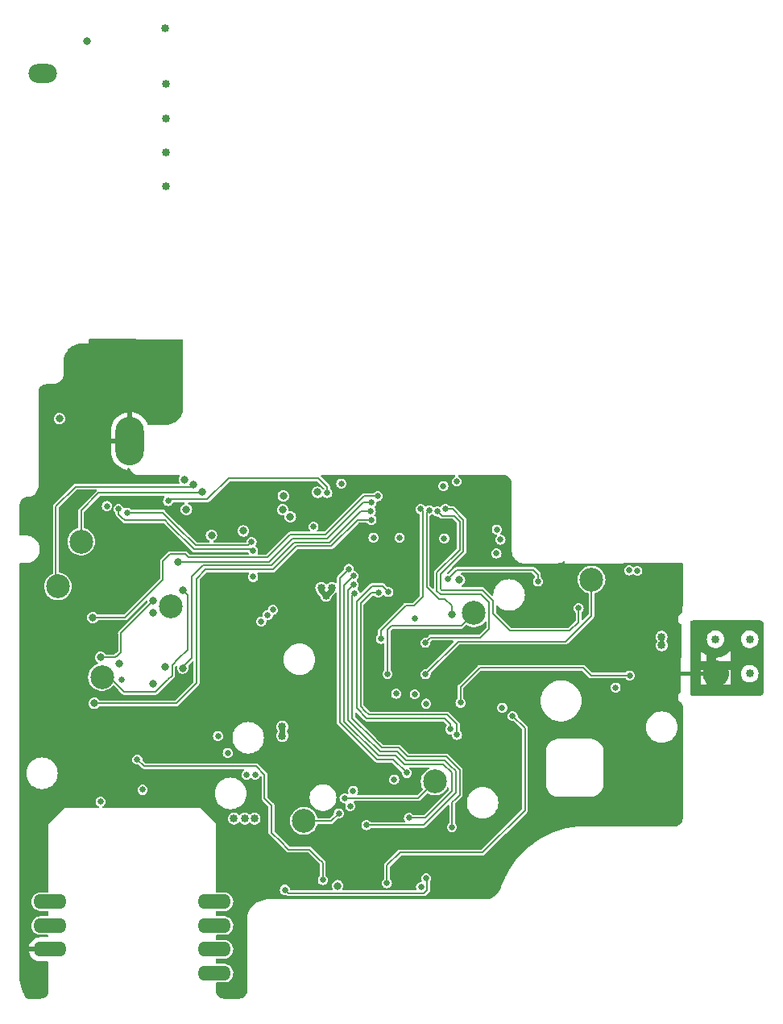
<source format=gbr>
%TF.GenerationSoftware,KiCad,Pcbnew,7.0.6*%
%TF.CreationDate,2024-03-31T21:54:29-07:00*%
%TF.ProjectId,retroglowplus_gbc,72657472-6f67-46c6-9f77-706c75735f67,rev?*%
%TF.SameCoordinates,Original*%
%TF.FileFunction,Copper,L4,Bot*%
%TF.FilePolarity,Positive*%
%FSLAX46Y46*%
G04 Gerber Fmt 4.6, Leading zero omitted, Abs format (unit mm)*
G04 Created by KiCad (PCBNEW 7.0.6) date 2024-03-31 21:54:29*
%MOMM*%
%LPD*%
G01*
G04 APERTURE LIST*
%TA.AperFunction,ComponentPad*%
%ADD10O,3.000000X5.100000*%
%TD*%
%TA.AperFunction,ComponentPad*%
%ADD11O,3.500000X1.550000*%
%TD*%
%TA.AperFunction,ComponentPad*%
%ADD12O,3.000000X2.000000*%
%TD*%
%TA.AperFunction,ViaPad*%
%ADD13C,0.650000*%
%TD*%
%TA.AperFunction,ViaPad*%
%ADD14C,0.850000*%
%TD*%
%TA.AperFunction,ViaPad*%
%ADD15C,0.800000*%
%TD*%
%TA.AperFunction,ViaPad*%
%ADD16C,2.500000*%
%TD*%
%TA.AperFunction,Conductor*%
%ADD17C,0.200000*%
%TD*%
%TA.AperFunction,Conductor*%
%ADD18C,0.400000*%
%TD*%
%TA.AperFunction,Conductor*%
%ADD19C,0.600000*%
%TD*%
G04 APERTURE END LIST*
D10*
%TO.P,REF\u002A\u002A,1*%
%TO.N,GND*%
X217212283Y-106146600D03*
%TD*%
D11*
%TO.P,REF\u002A\u002A,1*%
%TO.N,+5V*%
X226111100Y-154531000D03*
%TD*%
%TO.P,REF\u002A\u002A,1*%
%TO.N,N/C*%
X226111100Y-157031000D03*
%TD*%
%TO.P,REF\u002A\u002A,1*%
%TO.N,N/C*%
X226111100Y-159531000D03*
%TD*%
%TO.P,REF\u002A\u002A,1*%
%TO.N,BAT_IN*%
X208811100Y-154531000D03*
%TD*%
%TO.P,REF\u002A\u002A,1*%
%TO.N,N/C*%
X226111100Y-162031000D03*
%TD*%
D12*
%TO.P,REF\u002A\u002A,1*%
%TO.N,N/C*%
X208051400Y-67564000D03*
%TD*%
D11*
%TO.P,REF\u002A\u002A,1*%
%TO.N,N/C*%
X208811100Y-157031000D03*
%TD*%
%TO.P,REF\u002A\u002A,1*%
%TO.N,GND*%
X208811100Y-159531000D03*
%TD*%
D13*
%TO.N,GND*%
X256235200Y-113715800D03*
X250723400Y-147751800D03*
X246710200Y-114554000D03*
X249072400Y-111074200D03*
X249097800Y-116916200D03*
X236524800Y-138633200D03*
X236524800Y-140309600D03*
X239395000Y-147523200D03*
D14*
X278790400Y-130556000D03*
D13*
%TO.N,+1V1*%
X245541800Y-116306600D03*
X250240800Y-116382800D03*
D14*
%TO.N,+3V3*%
X238455200Y-121564400D03*
D15*
X229133400Y-115595400D03*
D13*
X251561600Y-110388400D03*
X247142000Y-124815600D03*
X242806448Y-116294030D03*
D15*
X251841000Y-120751600D03*
D13*
X268249400Y-132029200D03*
D15*
X239039400Y-152857200D03*
X233324400Y-111912400D03*
X216077800Y-129565400D03*
D13*
X244983000Y-141706600D03*
X247802400Y-152984200D03*
D15*
X219633800Y-131622800D03*
X219659200Y-124180600D03*
D14*
X237820200Y-122377200D03*
D13*
X256336800Y-134162800D03*
D15*
X236931200Y-111531400D03*
D14*
X237312200Y-121564400D03*
D13*
X255778000Y-115443000D03*
D15*
X220903800Y-129895600D03*
X212725000Y-64185800D03*
D13*
%TO.N,+5V*%
X231013000Y-125095000D03*
X245186200Y-132689600D03*
X232232200Y-123875800D03*
D14*
X273075400Y-126695200D03*
X278765000Y-126974600D03*
D13*
X230149400Y-120421400D03*
D14*
X233222800Y-137109200D03*
D13*
X236499400Y-115138200D03*
X247142000Y-132740400D03*
D15*
X222935800Y-110210600D03*
D14*
X273100800Y-127609600D03*
D13*
X240360200Y-144475200D03*
D14*
X233222800Y-136144000D03*
D15*
X225780600Y-116052600D03*
X223139000Y-113334800D03*
D13*
X231698800Y-124409200D03*
X240665000Y-142888015D03*
D14*
%TO.N,BAT_IN*%
X230301800Y-145796000D03*
X229285800Y-145796000D03*
D13*
X214122000Y-144018000D03*
D14*
X228142800Y-145796000D03*
D13*
%TO.N,Net-(L1-DOUT)*%
X269722600Y-130759200D03*
X251942600Y-133629400D03*
D15*
%TO.N,Net-(L2-DIN)*%
X219659200Y-122936000D03*
X214122000Y-128879600D03*
D13*
%TO.N,Net-(L3-DOUT)*%
X257429000Y-135026400D03*
X244221000Y-152577800D03*
%TO.N,Net-(L5-DOUT)*%
X233489500Y-153276300D03*
X248335800Y-152044400D03*
%TO.N,Net-(L7-DOUT)*%
X237490000Y-152247600D03*
X217982800Y-139598400D03*
X216306400Y-131216400D03*
%TO.N,A_3.3*%
X248259600Y-127330200D03*
X249525840Y-113554725D03*
%TO.N,B_3.3*%
X243586000Y-126923800D03*
X247777000Y-113309400D03*
%TO.N,B_5*%
X216916000Y-113665000D03*
D14*
X220954600Y-72263000D03*
D16*
X253354556Y-124224638D03*
D13*
X244271800Y-130606800D03*
X229997000Y-116738400D03*
D16*
%TO.N,A_5*%
X265726788Y-120708386D03*
D13*
X216001600Y-113284000D03*
D14*
X220954600Y-68681600D03*
D13*
X230149400Y-117678200D03*
X248285000Y-130632200D03*
D15*
%TO.N,DLEFT_5*%
X223850200Y-110769400D03*
D16*
X209638948Y-121419369D03*
D15*
%TO.N,DUP_5*%
X224790000Y-111531400D03*
D16*
X212082253Y-116715094D03*
D15*
%TO.N,DDOWN_3.3*%
X234061000Y-114096800D03*
%TO.N,DRIGHT_3.3*%
X233248200Y-113360200D03*
D16*
%TO.N,DRIGHT_5*%
X221509036Y-123525544D03*
%TO.N,DDOWN_5*%
X214267127Y-130942607D03*
D15*
X222808800Y-121843800D03*
D13*
%TO.N,SEL_3.3*%
X246532400Y-145719800D03*
X240690400Y-120319800D03*
%TO.N,START_3.3*%
X246303800Y-140995400D03*
X240207800Y-119583200D03*
%TO.N,START_5*%
X230378000Y-141173200D03*
X239764298Y-143662420D03*
D16*
X249237670Y-141912784D03*
D13*
X227482400Y-138912600D03*
D14*
X220954600Y-75844400D03*
D13*
%TO.N,SEL_5*%
X226466400Y-137134600D03*
X239166400Y-145237200D03*
D16*
X235482071Y-146041107D03*
D13*
X229463600Y-141198600D03*
D14*
X220954600Y-79425800D03*
D13*
%TO.N,D+*%
X256159000Y-116509800D03*
X269671800Y-119735600D03*
D14*
X282346400Y-130581400D03*
%TO.N,D-*%
X282346400Y-126974600D03*
D13*
X270535400Y-119786400D03*
X255727200Y-117957600D03*
%TO.N,RGB*%
X250609100Y-120637300D03*
X260096000Y-120904000D03*
%TO.N,BAT_LVL*%
X248335800Y-133731000D03*
X218541600Y-142773400D03*
%TO.N,GBC_XTAL_OUT*%
X239420400Y-110617000D03*
X250154835Y-110869043D03*
D14*
%TO.N,Net-(R27-Pad2)*%
X220903800Y-62839600D03*
D15*
X209804000Y-103809800D03*
D13*
X214782400Y-112979200D03*
X237947200Y-111607600D03*
X221208600Y-112445800D03*
%TO.N,A*%
X264363200Y-123698000D03*
X250355375Y-113291438D03*
%TO.N,RXD*%
X251587000Y-137007600D03*
X243332000Y-122072400D03*
%TO.N,TXD*%
X250875800Y-136423400D03*
X244373400Y-121996200D03*
%TO.N,B*%
X248666000Y-113411000D03*
D15*
X251028200Y-124358400D03*
%TO.N,DDOWN*%
X213487000Y-133705600D03*
D13*
X242589529Y-114447255D03*
%TO.N,DLEFT*%
X243255800Y-111937800D03*
D15*
X213309200Y-124688600D03*
D13*
%TO.N,DRIGHT*%
X242519200Y-113487200D03*
D15*
X222758000Y-129997200D03*
D13*
%TO.N,DUP*%
X242595400Y-112598200D03*
D15*
X222275400Y-118821200D03*
D13*
%TO.N,SEL*%
X240715800Y-121259600D03*
X242062000Y-146481800D03*
%TO.N,START*%
X240842800Y-122174000D03*
X251053600Y-146685000D03*
%TD*%
D17*
%TO.N,DRIGHT*%
X222758000Y-129870200D02*
X222758000Y-129997200D01*
X223723200Y-128905000D02*
X222758000Y-129870200D01*
X232054400Y-119227600D02*
X224891600Y-119227600D01*
X234492800Y-116789200D02*
X232054400Y-119227600D01*
X224891600Y-119227600D02*
X223723200Y-120396000D01*
X238150400Y-116789200D02*
X234492800Y-116789200D01*
X241452400Y-113487200D02*
X238150400Y-116789200D01*
X242519200Y-113487200D02*
X241452400Y-113487200D01*
X223723200Y-120396000D02*
X223723200Y-128905000D01*
D18*
%TO.N,GND*%
X274066000Y-130556000D02*
X274040600Y-130581400D01*
X278790400Y-130556000D02*
X274066000Y-130556000D01*
D17*
%TO.N,+1V1*%
X245541800Y-116306600D02*
X245618000Y-116382800D01*
D19*
%TO.N,+3V3*%
X238455200Y-121742200D02*
X237820200Y-122377200D01*
X237312200Y-121869200D02*
X237820200Y-122377200D01*
X237312200Y-121564400D02*
X237312200Y-121869200D01*
X238455200Y-121564400D02*
X238455200Y-121742200D01*
D18*
%TO.N,+5V*%
X273075400Y-126695200D02*
X273075400Y-127584200D01*
X273075400Y-127584200D02*
X273100800Y-127609600D01*
D19*
X233222800Y-137109200D02*
X233222800Y-136144000D01*
D17*
%TO.N,Net-(L1-DOUT)*%
X251942600Y-132003800D02*
X251942600Y-133629400D01*
X264871200Y-129971800D02*
X260934200Y-129971800D01*
X265379200Y-130479800D02*
X264871200Y-129971800D01*
X253974600Y-129971800D02*
X252958600Y-130987800D01*
X252958600Y-130987800D02*
X251942600Y-132003800D01*
X260934200Y-129971800D02*
X253974600Y-129971800D01*
X269722600Y-130759200D02*
X265658600Y-130759200D01*
X265658600Y-130759200D02*
X265379200Y-130479800D01*
%TO.N,Net-(L2-DIN)*%
X215900000Y-128676400D02*
X215696800Y-128879600D01*
X216255600Y-127000000D02*
X216255600Y-128320800D01*
X215696800Y-128879600D02*
X214122000Y-128879600D01*
X219659200Y-122936000D02*
X216255600Y-126339600D01*
X216255600Y-126339600D02*
X216255600Y-127000000D01*
X216255600Y-128320800D02*
X215900000Y-128676400D01*
%TO.N,Net-(L3-DOUT)*%
X258724400Y-144907000D02*
X258724400Y-136321800D01*
X244221000Y-150723600D02*
X245592600Y-149352000D01*
X254279400Y-149352000D02*
X258724400Y-144907000D01*
X258724400Y-136321800D02*
X257429000Y-135026400D01*
X244221000Y-152577800D02*
X244221000Y-150723600D01*
X245592600Y-149352000D02*
X254279400Y-149352000D01*
%TO.N,Net-(L5-DOUT)*%
X233489500Y-153276300D02*
X233857800Y-153644600D01*
X248462800Y-153289000D02*
X248462800Y-152171400D01*
X233857800Y-153644600D02*
X248107200Y-153644600D01*
X248107200Y-153644600D02*
X248462800Y-153289000D01*
X248462800Y-152171400D02*
X248335800Y-152044400D01*
%TO.N,Net-(L7-DOUT)*%
X236093000Y-149047200D02*
X234975400Y-149047200D01*
X230454200Y-140284200D02*
X228346000Y-140284200D01*
X231343200Y-141173200D02*
X230454200Y-140284200D01*
X234975400Y-149047200D02*
X233857800Y-149047200D01*
X232079800Y-147269200D02*
X232079800Y-144399000D01*
X237490000Y-152247600D02*
X237490000Y-150444200D01*
X233070400Y-148259800D02*
X232079800Y-147269200D01*
X231343200Y-143662400D02*
X231343200Y-141173200D01*
X232079800Y-144399000D02*
X231343200Y-143662400D01*
X228346000Y-140284200D02*
X218668600Y-140284200D01*
X233857800Y-149047200D02*
X233070400Y-148259800D01*
X237032800Y-149987000D02*
X236093000Y-149047200D01*
X237490000Y-150444200D02*
X237032800Y-149987000D01*
X218668600Y-140284200D02*
X217982800Y-139598400D01*
%TO.N,A_3.3*%
X254971600Y-123101686D02*
X254094714Y-122224800D01*
X249991715Y-114020600D02*
X249525840Y-113554725D01*
X254094714Y-122224800D02*
X249834400Y-122224800D01*
X249478800Y-121869200D02*
X249478800Y-119989600D01*
X251872800Y-114611200D02*
X251282200Y-114020600D01*
X248786600Y-126803200D02*
X254044400Y-126803200D01*
X249525840Y-113554725D02*
X249571725Y-113554725D01*
X249834400Y-122224800D02*
X249478800Y-121869200D01*
X254971600Y-125876000D02*
X254971600Y-123101686D01*
X249478800Y-119989600D02*
X251872800Y-117595600D01*
X251872800Y-117595600D02*
X251872800Y-114611200D01*
X248259600Y-127330200D02*
X248786600Y-126803200D01*
X254044400Y-126803200D02*
X254971600Y-125876000D01*
X251282200Y-114020600D02*
X249991715Y-114020600D01*
%TO.N,B_3.3*%
X247040400Y-123444000D02*
X246202200Y-123444000D01*
X247980200Y-122504200D02*
X247040400Y-123444000D01*
X246202200Y-123444000D02*
X243586000Y-126060200D01*
X247777000Y-113309400D02*
X247980200Y-113512600D01*
X247980200Y-113512600D02*
X247980200Y-122504200D01*
X243586000Y-126060200D02*
X243586000Y-126923800D01*
%TO.N,B_5*%
X244703600Y-125552200D02*
X252026994Y-125552200D01*
X220675200Y-113665000D02*
X222123000Y-115112800D01*
X244271800Y-130606800D02*
X244271800Y-125984000D01*
X216916000Y-113665000D02*
X220675200Y-113665000D01*
X222123000Y-115112800D02*
X224104200Y-117094000D01*
X226136200Y-117094000D02*
X229641400Y-117094000D01*
X252026994Y-125552200D02*
X253354556Y-124224638D01*
X244271800Y-125984000D02*
X244703600Y-125552200D01*
X224104200Y-117094000D02*
X226136200Y-117094000D01*
X229641400Y-117094000D02*
X229997000Y-116738400D01*
%TO.N,A_5*%
X216001600Y-113842800D02*
X216357200Y-114198400D01*
X263017000Y-127203200D02*
X265726788Y-124493412D01*
X216357200Y-114198400D02*
X216636600Y-114477800D01*
X221259400Y-114858800D02*
X223926400Y-117525800D01*
X216001600Y-113284000D02*
X216001600Y-113842800D01*
X216636600Y-114477800D02*
X217703400Y-114477800D01*
X220878400Y-114477800D02*
X221259400Y-114858800D01*
X265726788Y-124493412D02*
X265726788Y-120708386D01*
X224688400Y-117525800D02*
X229997000Y-117525800D01*
X223926400Y-117525800D02*
X224688400Y-117525800D01*
X251714000Y-127203200D02*
X263017000Y-127203200D01*
X217703400Y-114477800D02*
X220878400Y-114477800D01*
X229997000Y-117525800D02*
X230149400Y-117678200D01*
X248285000Y-130632200D02*
X251714000Y-127203200D01*
%TO.N,DLEFT_5*%
X223850200Y-110769400D02*
X223672400Y-110947200D01*
X209423000Y-121203421D02*
X209638948Y-121419369D01*
X223672400Y-110947200D02*
X211505800Y-110947200D01*
X211505800Y-110947200D02*
X209423000Y-113030000D01*
X209423000Y-113030000D02*
X209423000Y-121203421D01*
%TO.N,DUP_5*%
X213918800Y-111607600D02*
X212082253Y-113444147D01*
X212082253Y-113444147D02*
X212082253Y-116715094D01*
X224713800Y-111607600D02*
X213918800Y-111607600D01*
X224790000Y-111531400D02*
X224713800Y-111607600D01*
%TO.N,DDOWN_5*%
X221640400Y-129921000D02*
X221640400Y-129717800D01*
X223291400Y-128066800D02*
X223291400Y-127406400D01*
X223291400Y-122326400D02*
X222808800Y-121843800D01*
X221183200Y-131216400D02*
X221640400Y-130759200D01*
X221640400Y-129717800D02*
X222300800Y-129057400D01*
X216611200Y-132486400D02*
X219227400Y-132486400D01*
X216179400Y-132054600D02*
X216611200Y-132486400D01*
X214267127Y-130942607D02*
X215067407Y-130942607D01*
X219913200Y-132486400D02*
X221183200Y-131216400D01*
X222300800Y-129057400D02*
X223291400Y-128066800D01*
X215067407Y-130942607D02*
X216179400Y-132054600D01*
X223291400Y-127406400D02*
X223291400Y-122326400D01*
X219227400Y-132486400D02*
X219913200Y-132486400D01*
X221640400Y-130759200D02*
X221640400Y-129921000D01*
%TO.N,SEL_3.3*%
X246532400Y-145719800D02*
X248234200Y-145719800D01*
X246049800Y-140106400D02*
X245110000Y-139166600D01*
X250139200Y-140106400D02*
X246049800Y-140106400D01*
X248234200Y-145719800D02*
X251028200Y-142925800D01*
X245110000Y-139166600D02*
X243306600Y-139166600D01*
X251028200Y-142925800D02*
X251028200Y-140995400D01*
X239725200Y-135585200D02*
X239725200Y-121285000D01*
X239725200Y-121285000D02*
X240690400Y-120319800D01*
X251028200Y-140995400D02*
X250139200Y-140106400D01*
X243306600Y-139166600D02*
X239725200Y-135585200D01*
%TO.N,START_3.3*%
X239268000Y-135712200D02*
X239268000Y-120523000D01*
X239268000Y-120523000D02*
X240207800Y-119583200D01*
X246303800Y-140995400D02*
X244906800Y-139598400D01*
X244906800Y-139598400D02*
X243154200Y-139598400D01*
X243154200Y-139598400D02*
X239268000Y-135712200D01*
%TO.N,START_5*%
X247513454Y-143637000D02*
X249237670Y-141912784D01*
X239764298Y-143662420D02*
X239789718Y-143637000D01*
X239789718Y-143637000D02*
X247513454Y-143637000D01*
%TO.N,SEL_5*%
X238328200Y-146075400D02*
X235559600Y-146075400D01*
X239166400Y-145237200D02*
X238328200Y-146075400D01*
%TO.N,RGB*%
X251561600Y-119684800D02*
X259588000Y-119684800D01*
X259588000Y-119684800D02*
X260096000Y-120192800D01*
X250609100Y-120637300D02*
X251561600Y-119684800D01*
X260096000Y-120192800D02*
X260096000Y-120904000D01*
%TO.N,Net-(R27-Pad2)*%
X237032800Y-110058200D02*
X237947200Y-110972600D01*
X237947200Y-110972600D02*
X237947200Y-111607600D01*
X225323400Y-112293400D02*
X227558600Y-110058200D01*
X221361000Y-112293400D02*
X225323400Y-112293400D01*
X227558600Y-110058200D02*
X237032800Y-110058200D01*
X221208600Y-112445800D02*
X221361000Y-112293400D01*
%TO.N,A*%
X252272800Y-117779800D02*
X249885200Y-120167400D01*
X249885200Y-121691400D02*
X249986800Y-121793000D01*
X252272800Y-114427000D02*
X252272800Y-117779800D01*
X250355375Y-113291438D02*
X251137238Y-113291438D01*
X254228600Y-121793000D02*
X255371600Y-122936000D01*
X249885200Y-120167400D02*
X249885200Y-121691400D01*
X251137238Y-113291438D02*
X252272800Y-114427000D01*
X255371600Y-124307600D02*
X257149600Y-126085600D01*
X263448800Y-126085600D02*
X264363200Y-125171200D01*
X249986800Y-121793000D02*
X254228600Y-121793000D01*
X257149600Y-126085600D02*
X263448800Y-126085600D01*
X255371600Y-122936000D02*
X255371600Y-124307600D01*
X264363200Y-125171200D02*
X264363200Y-123698000D01*
%TO.N,RXD*%
X251129800Y-135458200D02*
X251587000Y-135915400D01*
X242595400Y-122072400D02*
X241858800Y-122809000D01*
X241452400Y-123215400D02*
X241452400Y-123672600D01*
X242290600Y-134874000D02*
X242951000Y-134874000D01*
X242951000Y-134874000D02*
X250545600Y-134874000D01*
X243332000Y-122072400D02*
X242595400Y-122072400D01*
X241909600Y-134493000D02*
X242290600Y-134874000D01*
X251587000Y-135915400D02*
X251587000Y-137007600D01*
X241452400Y-134035800D02*
X241909600Y-134493000D01*
X241452400Y-123672600D02*
X241452400Y-134035800D01*
X241858800Y-122809000D02*
X241452400Y-123215400D01*
X250545600Y-134874000D02*
X251129800Y-135458200D01*
%TO.N,TXD*%
X250875800Y-135890000D02*
X250875800Y-136423400D01*
X243763800Y-121386600D02*
X242646200Y-121386600D01*
X241020600Y-134213600D02*
X242112800Y-135305800D01*
X242646200Y-121386600D02*
X241020600Y-123012200D01*
X244373400Y-121996200D02*
X243763800Y-121386600D01*
X242112800Y-135305800D02*
X250291600Y-135305800D01*
X250291600Y-135305800D02*
X250875800Y-135890000D01*
X241020600Y-123012200D02*
X241020600Y-134213600D01*
%TO.N,B*%
X248412000Y-121462800D02*
X249707400Y-122758200D01*
X248666000Y-113411000D02*
X248412000Y-113665000D01*
X250317000Y-122758200D02*
X251028200Y-123469400D01*
X248412000Y-113665000D02*
X248412000Y-121462800D01*
X249707400Y-122758200D02*
X250317000Y-122758200D01*
X251028200Y-123469400D02*
X251028200Y-124358400D01*
%TO.N,DDOWN*%
X224205800Y-120599200D02*
X225145600Y-119659400D01*
X225145600Y-119659400D02*
X232232200Y-119659400D01*
X234696000Y-117195600D02*
X238353600Y-117195600D01*
X222072200Y-133705600D02*
X224205800Y-131572000D01*
X241101945Y-114447255D02*
X242589529Y-114447255D01*
X224205800Y-131572000D02*
X224205800Y-120599200D01*
X213487000Y-133705600D02*
X222072200Y-133705600D01*
X232232200Y-119659400D02*
X234696000Y-117195600D01*
X238353600Y-117195600D02*
X241101945Y-114447255D01*
%TO.N,DLEFT*%
X236270800Y-115976400D02*
X237769400Y-115976400D01*
X238379000Y-115366800D02*
X241808000Y-111937800D01*
X234061000Y-115976400D02*
X236270800Y-115976400D01*
X223012000Y-118033800D02*
X223266000Y-118287800D01*
X223367600Y-118389400D02*
X224510600Y-118389400D01*
X221411800Y-118033800D02*
X223012000Y-118033800D01*
X223266000Y-118287800D02*
X223367600Y-118389400D01*
X220675200Y-119786400D02*
X220675200Y-118770400D01*
X216687400Y-124688600D02*
X218948000Y-122428000D01*
X241808000Y-111937800D02*
X243255800Y-111937800D01*
X231648000Y-118389400D02*
X232003600Y-118033800D01*
X218948000Y-122428000D02*
X220675200Y-120700800D01*
X237769400Y-115976400D02*
X238379000Y-115366800D01*
X232003600Y-118033800D02*
X234061000Y-115976400D01*
X213309200Y-124688600D02*
X216687400Y-124688600D01*
X220675200Y-120700800D02*
X220675200Y-119786400D01*
X220675200Y-118770400D02*
X221411800Y-118033800D01*
X224510600Y-118389400D02*
X231648000Y-118389400D01*
%TO.N,DUP*%
X237947200Y-116382800D02*
X234289600Y-116382800D01*
X231851200Y-118821200D02*
X222275400Y-118821200D01*
X234289600Y-116382800D02*
X231851200Y-118821200D01*
X241731800Y-112598200D02*
X237947200Y-116382800D01*
X242595400Y-112598200D02*
X241731800Y-112598200D01*
%TO.N,SEL*%
X240157000Y-121818400D02*
X240715800Y-121259600D01*
X249453400Y-139700000D02*
X246227600Y-139700000D01*
X246227600Y-139700000D02*
X245770400Y-139242800D01*
X243490800Y-138766600D02*
X241681000Y-136956800D01*
X250317000Y-139700000D02*
X249453400Y-139700000D01*
X248691400Y-145846800D02*
X251434600Y-143103600D01*
X245294200Y-138766600D02*
X245110000Y-138766600D01*
X242062000Y-146481800D02*
X248056400Y-146481800D01*
X240157000Y-134213600D02*
X240157000Y-121818400D01*
X241681000Y-136956800D02*
X240157000Y-135432800D01*
X240157000Y-135432800D02*
X240157000Y-134213600D01*
X251434600Y-143103600D02*
X251434600Y-142062200D01*
X250875800Y-140258800D02*
X250317000Y-139700000D01*
X251434600Y-142062200D02*
X251434600Y-140817600D01*
X245770400Y-139242800D02*
X245294200Y-138766600D01*
X248056400Y-146481800D02*
X248691400Y-145846800D01*
X245110000Y-138766600D02*
X243490800Y-138766600D01*
X251434600Y-140817600D02*
X250875800Y-140258800D01*
%TO.N,START*%
X251866400Y-143306800D02*
X251866400Y-142468600D01*
X250476286Y-139293600D02*
X250164600Y-139293600D01*
X246024400Y-138912600D02*
X245465600Y-138353800D01*
X251866400Y-142468600D02*
X251866400Y-140683714D01*
X242900200Y-137591800D02*
X240563400Y-135255000D01*
X245237000Y-138353800D02*
X243662200Y-138353800D01*
X251053600Y-144119600D02*
X251434600Y-143738600D01*
X243662200Y-138353800D02*
X242900200Y-137591800D01*
X240563400Y-135255000D02*
X240563400Y-134264400D01*
X251434600Y-143738600D02*
X251866400Y-143306800D01*
X251053600Y-146685000D02*
X251053600Y-144119600D01*
X245465600Y-138353800D02*
X245237000Y-138353800D01*
X250164600Y-139293600D02*
X246405400Y-139293600D01*
X240563400Y-134264400D02*
X240563400Y-122453400D01*
X251866400Y-140683714D02*
X251209443Y-140026757D01*
X251209443Y-140026757D02*
X250476286Y-139293600D01*
X246405400Y-139293600D02*
X246024400Y-138912600D01*
X240563400Y-122453400D02*
X240842800Y-122174000D01*
%TD*%
%TA.AperFunction,Conductor*%
%TO.N,GND*%
G36*
X283411896Y-124993268D02*
G01*
X283426278Y-124993265D01*
X283426280Y-124993266D01*
X283456570Y-124993260D01*
X283464659Y-124993789D01*
X283534906Y-125003025D01*
X283566176Y-125011400D01*
X283620305Y-125033813D01*
X283648345Y-125049998D01*
X283694829Y-125085661D01*
X283717723Y-125108554D01*
X283753385Y-125155029D01*
X283769573Y-125183068D01*
X283791990Y-125237194D01*
X283800367Y-125268467D01*
X283809569Y-125338405D01*
X283810099Y-125346509D01*
X283810094Y-125391493D01*
X283810100Y-125391544D01*
X283810100Y-132531777D01*
X283809568Y-132539887D01*
X283800313Y-132610113D01*
X283791933Y-132641374D01*
X283769509Y-132695496D01*
X283753321Y-132723528D01*
X283717654Y-132770002D01*
X283694765Y-132792888D01*
X283648286Y-132828548D01*
X283620254Y-132844730D01*
X283566128Y-132867147D01*
X283534865Y-132875523D01*
X283472350Y-132883753D01*
X283464108Y-132884838D01*
X283456009Y-132885369D01*
X276375407Y-132885369D01*
X276375399Y-132885368D01*
X276330680Y-132885368D01*
X276322582Y-132884837D01*
X276252334Y-132875593D01*
X276221073Y-132867219D01*
X276166925Y-132844797D01*
X276138895Y-132828619D01*
X276122052Y-132815697D01*
X276080847Y-132759276D01*
X276073534Y-132716942D01*
X276073694Y-132665283D01*
X276076540Y-131743260D01*
X277200545Y-131743260D01*
X277823532Y-131743260D01*
X279490314Y-131743260D01*
X280323532Y-131743260D01*
X280323532Y-130581400D01*
X281415802Y-130581400D01*
X281436138Y-130774883D01*
X281496256Y-130959910D01*
X281496257Y-130959911D01*
X281541090Y-131037563D01*
X281593530Y-131128392D01*
X281638876Y-131178754D01*
X281723702Y-131272964D01*
X281723705Y-131272966D01*
X281723708Y-131272969D01*
X281841752Y-131358733D01*
X281881102Y-131387323D01*
X281949326Y-131417697D01*
X282058829Y-131466451D01*
X282249126Y-131506900D01*
X282443674Y-131506900D01*
X282633971Y-131466451D01*
X282811699Y-131387322D01*
X282969092Y-131272969D01*
X283099270Y-131128392D01*
X283196544Y-130959908D01*
X283256662Y-130774882D01*
X283276998Y-130581400D01*
X283256662Y-130387918D01*
X283196544Y-130202892D01*
X283196543Y-130202891D01*
X283196543Y-130202889D01*
X283196542Y-130202888D01*
X283162602Y-130144103D01*
X283099270Y-130034408D01*
X283048282Y-129977781D01*
X282969097Y-129889835D01*
X282969094Y-129889833D01*
X282969093Y-129889832D01*
X282969092Y-129889831D01*
X282890395Y-129832654D01*
X282811697Y-129775476D01*
X282675248Y-129714726D01*
X282633971Y-129696349D01*
X282633969Y-129696348D01*
X282443674Y-129655900D01*
X282249126Y-129655900D01*
X282058831Y-129696348D01*
X281881102Y-129775476D01*
X281723705Y-129889833D01*
X281723702Y-129889835D01*
X281593529Y-130034409D01*
X281496257Y-130202888D01*
X281496256Y-130202889D01*
X281436138Y-130387916D01*
X281415802Y-130581400D01*
X280323532Y-130581400D01*
X280323532Y-130241260D01*
X280128535Y-130241260D01*
X280145887Y-130306018D01*
X280149640Y-130327304D01*
X280168703Y-130545193D01*
X280168703Y-130566807D01*
X280149640Y-130784696D01*
X280145887Y-130805982D01*
X280089278Y-131017251D01*
X280081885Y-131037563D01*
X279989449Y-131235793D01*
X279978642Y-131254512D01*
X279853188Y-131433678D01*
X279839294Y-131450235D01*
X279684635Y-131604894D01*
X279668078Y-131618788D01*
X279490314Y-131743260D01*
X277823532Y-131743260D01*
X277823532Y-131532261D01*
X277741506Y-131450236D01*
X277727612Y-131433678D01*
X277602158Y-131254512D01*
X277591351Y-131235793D01*
X277498915Y-131037563D01*
X277491522Y-131017251D01*
X277434913Y-130805982D01*
X277431160Y-130784696D01*
X277412097Y-130566807D01*
X277412097Y-130545193D01*
X277431160Y-130327304D01*
X277434913Y-130306018D01*
X277452265Y-130241260D01*
X277205180Y-130241260D01*
X277200545Y-131743260D01*
X276076540Y-131743260D01*
X276084256Y-129243260D01*
X277208260Y-129243260D01*
X277823532Y-129243260D01*
X277823532Y-129179475D01*
X278821532Y-129179475D01*
X279019096Y-129196760D01*
X279040382Y-129200513D01*
X279199917Y-129243260D01*
X280323532Y-129243260D01*
X280323532Y-128110592D01*
X280308941Y-128130674D01*
X280306965Y-128133249D01*
X280280210Y-128166288D01*
X280278102Y-128168756D01*
X280110768Y-128354600D01*
X280108532Y-128356957D01*
X280078444Y-128387043D01*
X280076088Y-128389278D01*
X280034825Y-128426427D01*
X280032358Y-128428535D01*
X279999327Y-128455281D01*
X279996753Y-128457255D01*
X279794455Y-128604235D01*
X279791780Y-128606073D01*
X279756123Y-128629230D01*
X279753355Y-128630926D01*
X279705269Y-128658690D01*
X279702417Y-128660239D01*
X279664516Y-128679551D01*
X279661584Y-128680949D01*
X279433129Y-128782662D01*
X279430131Y-128783904D01*
X279390432Y-128799143D01*
X279387370Y-128800228D01*
X279334567Y-128817384D01*
X279331456Y-128818305D01*
X279290381Y-128829312D01*
X279287222Y-128830071D01*
X279042621Y-128882062D01*
X279039430Y-128882653D01*
X278997441Y-128889304D01*
X278994224Y-128889728D01*
X278939007Y-128895533D01*
X278935769Y-128895788D01*
X278893289Y-128898015D01*
X278890043Y-128898100D01*
X278821532Y-128898100D01*
X278821532Y-129179475D01*
X277823532Y-129179475D01*
X277823532Y-128657997D01*
X277776645Y-128630926D01*
X277773877Y-128629230D01*
X277738220Y-128606073D01*
X277735545Y-128604235D01*
X277533247Y-128457255D01*
X277530673Y-128455281D01*
X277497642Y-128428535D01*
X277495175Y-128426427D01*
X277453912Y-128389278D01*
X277451556Y-128387043D01*
X277421468Y-128356957D01*
X277419232Y-128354600D01*
X277251898Y-128168756D01*
X277249790Y-128166288D01*
X277223035Y-128133249D01*
X277221059Y-128130674D01*
X277211733Y-128117839D01*
X277208260Y-129243260D01*
X276084256Y-129243260D01*
X276091257Y-126974599D01*
X277834402Y-126974599D01*
X277854738Y-127168083D01*
X277914856Y-127353110D01*
X277914857Y-127353111D01*
X277995159Y-127492197D01*
X278012130Y-127521592D01*
X278057476Y-127571954D01*
X278142302Y-127666164D01*
X278142305Y-127666166D01*
X278142308Y-127666169D01*
X278260352Y-127751933D01*
X278299702Y-127780523D01*
X278367926Y-127810897D01*
X278477429Y-127859651D01*
X278667726Y-127900100D01*
X278862274Y-127900100D01*
X279052571Y-127859651D01*
X279230299Y-127780522D01*
X279387692Y-127666169D01*
X279517870Y-127521592D01*
X279615144Y-127353108D01*
X279675262Y-127168082D01*
X279695598Y-126974600D01*
X279695598Y-126974599D01*
X281415802Y-126974599D01*
X281436138Y-127168083D01*
X281496256Y-127353110D01*
X281496257Y-127353111D01*
X281576559Y-127492197D01*
X281593530Y-127521592D01*
X281638876Y-127571954D01*
X281723702Y-127666164D01*
X281723705Y-127666166D01*
X281723708Y-127666169D01*
X281841752Y-127751933D01*
X281881102Y-127780523D01*
X281949326Y-127810897D01*
X282058829Y-127859651D01*
X282249126Y-127900100D01*
X282443674Y-127900100D01*
X282633971Y-127859651D01*
X282811699Y-127780522D01*
X282969092Y-127666169D01*
X283099270Y-127521592D01*
X283196544Y-127353108D01*
X283256662Y-127168082D01*
X283276998Y-126974600D01*
X283256662Y-126781118D01*
X283196544Y-126596092D01*
X283196543Y-126596091D01*
X283196543Y-126596089D01*
X283196542Y-126596088D01*
X283162602Y-126537303D01*
X283099270Y-126427608D01*
X283048282Y-126370981D01*
X282969097Y-126283035D01*
X282969094Y-126283033D01*
X282969093Y-126283032D01*
X282969092Y-126283031D01*
X282890395Y-126225854D01*
X282811697Y-126168676D01*
X282675248Y-126107926D01*
X282633971Y-126089549D01*
X282633969Y-126089548D01*
X282443674Y-126049100D01*
X282249126Y-126049100D01*
X282058831Y-126089548D01*
X281881102Y-126168676D01*
X281723705Y-126283033D01*
X281723702Y-126283035D01*
X281593529Y-126427609D01*
X281496257Y-126596088D01*
X281496256Y-126596089D01*
X281436138Y-126781116D01*
X281415802Y-126974599D01*
X279695598Y-126974599D01*
X279675262Y-126781118D01*
X279615144Y-126596092D01*
X279615143Y-126596091D01*
X279615143Y-126596089D01*
X279615142Y-126596088D01*
X279581202Y-126537303D01*
X279517870Y-126427608D01*
X279466882Y-126370981D01*
X279387697Y-126283035D01*
X279387694Y-126283033D01*
X279387693Y-126283032D01*
X279387692Y-126283031D01*
X279308995Y-126225854D01*
X279230297Y-126168676D01*
X279093848Y-126107926D01*
X279052571Y-126089549D01*
X279052569Y-126089548D01*
X278862274Y-126049100D01*
X278667726Y-126049100D01*
X278477431Y-126089548D01*
X278299702Y-126168676D01*
X278142305Y-126283033D01*
X278142302Y-126283035D01*
X278012129Y-126427609D01*
X277914857Y-126596088D01*
X277914856Y-126596089D01*
X277854738Y-126781116D01*
X277834402Y-126974599D01*
X276091257Y-126974599D01*
X276096903Y-125145308D01*
X276116793Y-125078334D01*
X276169738Y-125032742D01*
X276173393Y-125031157D01*
X276221085Y-125011403D01*
X276252343Y-125003028D01*
X276322540Y-124993789D01*
X276330631Y-124993260D01*
X276360968Y-124993261D01*
X276360970Y-124993260D01*
X283411820Y-124993260D01*
X283411896Y-124993268D01*
G37*
%TD.AperFunction*%
%TD*%
%TA.AperFunction,Conductor*%
%TO.N,GND*%
G36*
X249078571Y-113843024D02*
G01*
X249101040Y-113864346D01*
X249151043Y-113929510D01*
X249151050Y-113929517D01*
X249181957Y-113953233D01*
X249260822Y-114013749D01*
X249388657Y-114066699D01*
X249525840Y-114084760D01*
X249570275Y-114078909D01*
X249630435Y-114090058D01*
X249653202Y-114107058D01*
X249733151Y-114187007D01*
X249741252Y-114198247D01*
X249742231Y-114197509D01*
X249747759Y-114204830D01*
X249783284Y-114237216D01*
X249784938Y-114238795D01*
X249793428Y-114247284D01*
X249798918Y-114252774D01*
X249801843Y-114254778D01*
X249807220Y-114259037D01*
X249830778Y-114280513D01*
X249830779Y-114280513D01*
X249830782Y-114280516D01*
X249839948Y-114284067D01*
X249860127Y-114294703D01*
X249868235Y-114300257D01*
X249899273Y-114307557D01*
X249905811Y-114309582D01*
X249935542Y-114321100D01*
X249945367Y-114321100D01*
X249968031Y-114323729D01*
X249977596Y-114325979D01*
X250002209Y-114322545D01*
X250009168Y-114321575D01*
X250016014Y-114321100D01*
X251116721Y-114321100D01*
X251174912Y-114340007D01*
X251186725Y-114350096D01*
X251543304Y-114706675D01*
X251571081Y-114761192D01*
X251572300Y-114776679D01*
X251572300Y-117430119D01*
X251553393Y-117488310D01*
X251543304Y-117500123D01*
X249312390Y-119731037D01*
X249301161Y-119739150D01*
X249301890Y-119740115D01*
X249294571Y-119745641D01*
X249262172Y-119781180D01*
X249260596Y-119782831D01*
X249246630Y-119796798D01*
X249246617Y-119796813D01*
X249244613Y-119799738D01*
X249240361Y-119805104D01*
X249218884Y-119828665D01*
X249218883Y-119828667D01*
X249215329Y-119837840D01*
X249204696Y-119858012D01*
X249199146Y-119866115D01*
X249199142Y-119866124D01*
X249191845Y-119897145D01*
X249189816Y-119903698D01*
X249178300Y-119933424D01*
X249178300Y-119943251D01*
X249175670Y-119965918D01*
X249173421Y-119975479D01*
X249177825Y-120007052D01*
X249178300Y-120013898D01*
X249178300Y-121565121D01*
X249159393Y-121623312D01*
X249109893Y-121659276D01*
X249048707Y-121659276D01*
X249009296Y-121635125D01*
X248948975Y-121574804D01*
X248741495Y-121367323D01*
X248713719Y-121312808D01*
X248712500Y-121297321D01*
X248712500Y-116382800D01*
X249710765Y-116382800D01*
X249712480Y-116395828D01*
X249728826Y-116519983D01*
X249781774Y-116647814D01*
X249781776Y-116647818D01*
X249866007Y-116757589D01*
X249866010Y-116757592D01*
X249876479Y-116765625D01*
X249975782Y-116841824D01*
X250103617Y-116894774D01*
X250240800Y-116912835D01*
X250377983Y-116894774D01*
X250505818Y-116841824D01*
X250615591Y-116757591D01*
X250699824Y-116647818D01*
X250752774Y-116519983D01*
X250770835Y-116382800D01*
X250768309Y-116363609D01*
X250752774Y-116245616D01*
X250706768Y-116134547D01*
X250699824Y-116117783D01*
X250615591Y-116008009D01*
X250615589Y-116008008D01*
X250615589Y-116008007D01*
X250505818Y-115923776D01*
X250505814Y-115923774D01*
X250377983Y-115870826D01*
X250377982Y-115870825D01*
X250240800Y-115852765D01*
X250240799Y-115852765D01*
X250103616Y-115870825D01*
X250103616Y-115870826D01*
X249975786Y-115923774D01*
X249975782Y-115923776D01*
X249866011Y-116008007D01*
X249866007Y-116008011D01*
X249781776Y-116117782D01*
X249781774Y-116117786D01*
X249728826Y-116245616D01*
X249728825Y-116245616D01*
X249711249Y-116379120D01*
X249710765Y-116382800D01*
X248712500Y-116382800D01*
X248712500Y-114021733D01*
X248731407Y-113963542D01*
X248780907Y-113927578D01*
X248798577Y-113923580D01*
X248803183Y-113922974D01*
X248931018Y-113870024D01*
X248962232Y-113846072D01*
X249019905Y-113825648D01*
X249078571Y-113843024D01*
G37*
%TD.AperFunction*%
%TA.AperFunction,Conductor*%
G36*
X222709394Y-95451966D02*
G01*
X222767538Y-95471009D01*
X222803387Y-95520592D01*
X222808162Y-95550966D01*
X222808165Y-102568745D01*
X222808165Y-102601475D01*
X222808059Y-102604713D01*
X222792555Y-102841266D01*
X222791709Y-102847692D01*
X222745779Y-103078606D01*
X222744101Y-103084867D01*
X222668426Y-103307805D01*
X222665945Y-103313793D01*
X222561820Y-103524947D01*
X222558579Y-103530561D01*
X222427778Y-103726323D01*
X222423832Y-103731465D01*
X222268606Y-103908472D01*
X222264023Y-103913055D01*
X222087010Y-104068297D01*
X222081868Y-104072243D01*
X222021416Y-104112638D01*
X221886114Y-104203048D01*
X221880506Y-104206286D01*
X221669352Y-104310421D01*
X221663364Y-104312901D01*
X221440428Y-104388584D01*
X221434167Y-104390262D01*
X221203259Y-104436200D01*
X221196833Y-104437046D01*
X220962060Y-104452442D01*
X220958820Y-104452548D01*
X219175387Y-104452548D01*
X219117196Y-104433641D01*
X219082629Y-104388145D01*
X219036193Y-104263646D01*
X219036189Y-104263638D01*
X218899092Y-104012563D01*
X218899092Y-104012562D01*
X218727647Y-103783538D01*
X218525344Y-103581235D01*
X218296320Y-103409790D01*
X218045244Y-103272693D01*
X218045236Y-103272689D01*
X217777191Y-103172713D01*
X217497640Y-103111900D01*
X217462282Y-103109371D01*
X217462283Y-104353548D01*
X217443376Y-104411739D01*
X217393876Y-104447703D01*
X217363283Y-104452548D01*
X217253352Y-104452548D01*
X217253148Y-104452482D01*
X217123587Y-104452484D01*
X217123578Y-104452485D01*
X217080599Y-104461036D01*
X217019838Y-104453846D01*
X216974907Y-104412314D01*
X216962283Y-104363939D01*
X216962283Y-103109371D01*
X216926925Y-103111900D01*
X216647374Y-103172713D01*
X216379329Y-103272689D01*
X216379321Y-103272693D01*
X216128246Y-103409790D01*
X216128245Y-103409790D01*
X215899221Y-103581235D01*
X215696918Y-103783538D01*
X215525473Y-104012562D01*
X215525473Y-104012563D01*
X215388376Y-104263638D01*
X215388372Y-104263646D01*
X215288396Y-104531691D01*
X215227582Y-104811248D01*
X215212283Y-105025163D01*
X215212283Y-105025164D01*
X215212282Y-105896598D01*
X215212284Y-105896600D01*
X216212783Y-105896600D01*
X216270974Y-105915507D01*
X216306938Y-105965007D01*
X216311783Y-105995600D01*
X216311783Y-106297600D01*
X216292876Y-106355791D01*
X216243376Y-106391755D01*
X216212783Y-106396600D01*
X215212284Y-106396600D01*
X215212282Y-106396601D01*
X215212283Y-107268036D01*
X215212283Y-107268037D01*
X215227582Y-107481951D01*
X215288396Y-107761508D01*
X215388372Y-108029553D01*
X215388376Y-108029561D01*
X215525473Y-108280636D01*
X215525473Y-108280637D01*
X215696918Y-108509661D01*
X215899221Y-108711964D01*
X216128245Y-108883409D01*
X216379321Y-109020506D01*
X216379329Y-109020510D01*
X216647374Y-109120486D01*
X216926928Y-109181299D01*
X216926935Y-109181300D01*
X216962282Y-109183828D01*
X216962282Y-109183827D01*
X216962283Y-109053518D01*
X216981190Y-108995327D01*
X217030690Y-108959363D01*
X217091876Y-108959363D01*
X217141376Y-108995327D01*
X217154309Y-109019649D01*
X217159713Y-109034494D01*
X217165587Y-109050631D01*
X217266241Y-109224959D01*
X217266248Y-109224969D01*
X217395638Y-109379165D01*
X217395646Y-109379174D01*
X217549861Y-109508573D01*
X217724202Y-109609228D01*
X217913372Y-109678081D01*
X218111625Y-109713041D01*
X218172775Y-109713041D01*
X218172779Y-109713042D01*
X218192469Y-109713042D01*
X218212280Y-109713042D01*
X218246631Y-109713042D01*
X222359924Y-109713042D01*
X222418115Y-109731949D01*
X222454079Y-109781449D01*
X222454079Y-109842635D01*
X222438466Y-109872307D01*
X222432147Y-109880544D01*
X222411262Y-109907761D01*
X222350757Y-110053833D01*
X222350755Y-110053841D01*
X222330118Y-110210599D01*
X222330118Y-110210600D01*
X222350755Y-110367358D01*
X222350757Y-110367367D01*
X222409761Y-110509815D01*
X222414562Y-110570812D01*
X222382592Y-110622980D01*
X222326064Y-110646395D01*
X222318297Y-110646700D01*
X211570964Y-110646700D01*
X211557288Y-110644467D01*
X211557117Y-110645694D01*
X211548033Y-110644426D01*
X211507686Y-110646292D01*
X211500006Y-110646647D01*
X211497730Y-110646700D01*
X211477953Y-110646700D01*
X211474458Y-110647353D01*
X211467645Y-110648143D01*
X211435810Y-110649614D01*
X211435806Y-110649615D01*
X211426815Y-110653585D01*
X211405027Y-110660332D01*
X211395370Y-110662137D01*
X211395364Y-110662139D01*
X211368266Y-110678917D01*
X211362199Y-110682115D01*
X211333037Y-110694992D01*
X211333033Y-110694995D01*
X211326084Y-110701944D01*
X211308209Y-110716103D01*
X211299848Y-110721280D01*
X211280639Y-110746715D01*
X211276135Y-110751892D01*
X209256590Y-112771437D01*
X209245361Y-112779550D01*
X209246090Y-112780515D01*
X209238771Y-112786041D01*
X209206372Y-112821580D01*
X209204796Y-112823231D01*
X209190830Y-112837198D01*
X209190817Y-112837213D01*
X209188813Y-112840138D01*
X209184561Y-112845504D01*
X209163084Y-112869065D01*
X209163083Y-112869067D01*
X209159529Y-112878240D01*
X209148896Y-112898412D01*
X209143346Y-112906515D01*
X209143342Y-112906524D01*
X209136045Y-112937545D01*
X209134016Y-112944098D01*
X209122500Y-112973824D01*
X209122500Y-112983651D01*
X209119870Y-113006318D01*
X209117621Y-113015879D01*
X209122025Y-113047452D01*
X209122500Y-113054298D01*
X209122500Y-119992386D01*
X209103593Y-120050577D01*
X209057840Y-120084404D01*
X209058034Y-120084846D01*
X209056091Y-120085697D01*
X209055660Y-120086017D01*
X209054293Y-120086486D01*
X209054289Y-120086487D01*
X208842880Y-120200897D01*
X208842877Y-120200899D01*
X208653187Y-120348541D01*
X208653184Y-120348543D01*
X208653184Y-120348544D01*
X208584292Y-120423381D01*
X208490373Y-120525404D01*
X208358901Y-120726636D01*
X208358898Y-120726641D01*
X208281840Y-120902318D01*
X208263225Y-120944757D01*
X208262336Y-120946783D01*
X208203327Y-121179806D01*
X208203327Y-121179807D01*
X208183477Y-121419369D01*
X208203327Y-121658930D01*
X208203327Y-121658931D01*
X208254052Y-121859240D01*
X208262338Y-121891960D01*
X208309975Y-122000562D01*
X208358898Y-122112096D01*
X208358901Y-122112101D01*
X208490373Y-122313333D01*
X208490375Y-122313335D01*
X208490377Y-122313338D01*
X208653184Y-122490194D01*
X208785660Y-122593304D01*
X208836865Y-122633159D01*
X208842881Y-122637841D01*
X208977993Y-122710960D01*
X209052619Y-122751346D01*
X209054292Y-122752251D01*
X209281651Y-122830303D01*
X209518756Y-122869869D01*
X209759140Y-122869869D01*
X209996245Y-122830303D01*
X210223604Y-122752251D01*
X210435015Y-122637841D01*
X210624712Y-122490194D01*
X210787519Y-122313338D01*
X210918997Y-122112097D01*
X211015558Y-121891960D01*
X211074568Y-121658932D01*
X211094419Y-121419369D01*
X211074568Y-121179806D01*
X211015558Y-120946778D01*
X210918997Y-120726641D01*
X210911338Y-120714918D01*
X210787522Y-120525404D01*
X210787520Y-120525402D01*
X210787519Y-120525400D01*
X210624712Y-120348544D01*
X210560252Y-120298373D01*
X210435018Y-120200899D01*
X210435015Y-120200897D01*
X210223607Y-120086488D01*
X210150807Y-120061496D01*
X209996245Y-120008435D01*
X209996242Y-120008434D01*
X209996241Y-120008434D01*
X209806204Y-119976722D01*
X209751919Y-119948494D01*
X209724593Y-119893750D01*
X209723499Y-119879085D01*
X209723500Y-113195478D01*
X209742407Y-113137287D01*
X209752496Y-113125474D01*
X211601275Y-111276696D01*
X211655792Y-111248919D01*
X211671279Y-111247700D01*
X213614720Y-111247700D01*
X213672911Y-111266607D01*
X213708875Y-111316107D01*
X213708875Y-111377293D01*
X213684724Y-111416704D01*
X211915843Y-113185584D01*
X211904614Y-113193697D01*
X211905343Y-113194662D01*
X211898024Y-113200188D01*
X211865625Y-113235727D01*
X211864049Y-113237378D01*
X211850083Y-113251345D01*
X211850070Y-113251360D01*
X211848066Y-113254285D01*
X211843814Y-113259651D01*
X211822337Y-113283212D01*
X211822336Y-113283214D01*
X211818782Y-113292387D01*
X211808149Y-113312559D01*
X211802599Y-113320662D01*
X211802595Y-113320671D01*
X211795298Y-113351692D01*
X211793269Y-113358245D01*
X211781753Y-113387971D01*
X211781753Y-113397798D01*
X211779123Y-113420465D01*
X211776873Y-113430027D01*
X211781277Y-113461601D01*
X211781752Y-113468446D01*
X211781753Y-115213977D01*
X211762846Y-115272168D01*
X211714898Y-115307613D01*
X211497593Y-115382213D01*
X211286185Y-115496622D01*
X211286182Y-115496624D01*
X211096492Y-115644266D01*
X211096489Y-115644268D01*
X211096489Y-115644269D01*
X211067371Y-115675900D01*
X210933678Y-115821129D01*
X210802206Y-116022361D01*
X210802203Y-116022366D01*
X210732737Y-116180734D01*
X210712696Y-116226425D01*
X210705641Y-116242508D01*
X210646632Y-116475531D01*
X210646632Y-116475532D01*
X210626782Y-116715093D01*
X210646632Y-116954655D01*
X210646632Y-116954656D01*
X210705641Y-117187679D01*
X210705643Y-117187685D01*
X210756402Y-117303405D01*
X210802203Y-117407821D01*
X210802206Y-117407826D01*
X210933678Y-117609058D01*
X210933680Y-117609060D01*
X210933682Y-117609063D01*
X211096489Y-117785919D01*
X211186497Y-117855975D01*
X211257677Y-117911377D01*
X211286186Y-117933566D01*
X211497597Y-118047976D01*
X211724956Y-118126028D01*
X211962061Y-118165594D01*
X212202445Y-118165594D01*
X212439550Y-118126028D01*
X212666909Y-118047976D01*
X212878320Y-117933566D01*
X213068017Y-117785919D01*
X213230824Y-117609063D01*
X213362302Y-117407822D01*
X213458863Y-117187685D01*
X213517873Y-116954657D01*
X213537724Y-116715094D01*
X213517873Y-116475531D01*
X213458863Y-116242503D01*
X213362302Y-116022366D01*
X213362299Y-116022361D01*
X213230827Y-115821129D01*
X213230825Y-115821127D01*
X213230824Y-115821125D01*
X213068017Y-115644269D01*
X212978131Y-115574308D01*
X212878323Y-115496624D01*
X212878320Y-115496622D01*
X212666912Y-115382213D01*
X212653293Y-115377537D01*
X212449605Y-115307612D01*
X212400708Y-115270836D01*
X212382753Y-115213980D01*
X212382753Y-113609624D01*
X212401660Y-113551434D01*
X212411743Y-113539627D01*
X212972170Y-112979200D01*
X214252365Y-112979200D01*
X214269218Y-113107210D01*
X214270426Y-113116383D01*
X214323374Y-113244214D01*
X214323376Y-113244218D01*
X214407607Y-113353989D01*
X214407610Y-113353992D01*
X214458782Y-113393258D01*
X214517382Y-113438224D01*
X214645217Y-113491174D01*
X214782400Y-113509235D01*
X214919583Y-113491174D01*
X215047418Y-113438224D01*
X215157191Y-113353991D01*
X215241424Y-113244218D01*
X215294374Y-113116383D01*
X215294375Y-113116369D01*
X215295166Y-113113421D01*
X215295287Y-113113234D01*
X215295051Y-113111238D01*
X215295582Y-113107210D01*
X215312435Y-112979200D01*
X215307985Y-112945396D01*
X215294374Y-112842016D01*
X215241425Y-112714186D01*
X215241424Y-112714183D01*
X215157191Y-112604409D01*
X215157189Y-112604408D01*
X215157189Y-112604407D01*
X215047418Y-112520176D01*
X215047414Y-112520174D01*
X214919583Y-112467226D01*
X214872422Y-112461017D01*
X214782400Y-112449165D01*
X214782399Y-112449165D01*
X214645216Y-112467225D01*
X214645216Y-112467226D01*
X214517386Y-112520174D01*
X214517382Y-112520176D01*
X214407611Y-112604407D01*
X214407607Y-112604411D01*
X214323376Y-112714182D01*
X214323374Y-112714186D01*
X214270426Y-112842016D01*
X214270425Y-112842016D01*
X214255919Y-112952206D01*
X214252365Y-112979200D01*
X212972170Y-112979200D01*
X214014274Y-111937096D01*
X214068792Y-111909319D01*
X214084279Y-111908100D01*
X220758061Y-111908100D01*
X220816252Y-111927007D01*
X220852216Y-111976507D01*
X220852216Y-112037693D01*
X220836603Y-112067368D01*
X220749576Y-112180782D01*
X220749574Y-112180786D01*
X220696626Y-112308616D01*
X220696625Y-112308616D01*
X220679732Y-112436936D01*
X220678565Y-112445800D01*
X220681081Y-112464910D01*
X220696626Y-112582983D01*
X220749574Y-112710814D01*
X220749576Y-112710818D01*
X220833807Y-112820589D01*
X220833810Y-112820592D01*
X220862968Y-112842966D01*
X220943582Y-112904824D01*
X221071417Y-112957774D01*
X221208600Y-112975835D01*
X221345783Y-112957774D01*
X221473618Y-112904824D01*
X221583391Y-112820591D01*
X221667624Y-112710818D01*
X221686967Y-112664116D01*
X221690738Y-112655015D01*
X221730474Y-112608489D01*
X221782202Y-112593900D01*
X222860801Y-112593900D01*
X222918992Y-112612807D01*
X222954956Y-112662307D01*
X222954956Y-112723493D01*
X222918992Y-112772993D01*
X222898686Y-112784364D01*
X222836161Y-112810262D01*
X222836160Y-112810262D01*
X222710723Y-112906513D01*
X222710713Y-112906523D01*
X222614462Y-113031960D01*
X222614462Y-113031961D01*
X222553957Y-113178033D01*
X222553955Y-113178041D01*
X222533318Y-113334799D01*
X222533318Y-113334800D01*
X222553955Y-113491558D01*
X222553957Y-113491566D01*
X222614462Y-113637638D01*
X222614462Y-113637639D01*
X222710713Y-113763076D01*
X222710718Y-113763082D01*
X222710722Y-113763085D01*
X222710723Y-113763086D01*
X222717680Y-113768424D01*
X222836159Y-113859336D01*
X222836160Y-113859336D01*
X222836161Y-113859337D01*
X222880042Y-113877513D01*
X222982238Y-113919844D01*
X223099809Y-113935322D01*
X223138999Y-113940482D01*
X223139000Y-113940482D01*
X223139001Y-113940482D01*
X223170352Y-113936354D01*
X223295762Y-113919844D01*
X223441841Y-113859336D01*
X223567282Y-113763082D01*
X223663536Y-113637641D01*
X223724044Y-113491562D01*
X223741338Y-113360200D01*
X232642518Y-113360200D01*
X232663155Y-113516958D01*
X232663157Y-113516966D01*
X232723662Y-113663038D01*
X232723662Y-113663039D01*
X232811599Y-113777641D01*
X232819918Y-113788482D01*
X232819922Y-113788485D01*
X232819923Y-113788486D01*
X232843539Y-113806607D01*
X232945359Y-113884736D01*
X232945360Y-113884736D01*
X232945361Y-113884737D01*
X233087404Y-113943573D01*
X233091438Y-113945244D01*
X233248200Y-113965882D01*
X233348596Y-113952664D01*
X233408755Y-113963814D01*
X233450873Y-114008196D01*
X233459670Y-114063738D01*
X233455318Y-114096797D01*
X233455318Y-114096800D01*
X233475955Y-114253558D01*
X233475957Y-114253566D01*
X233536462Y-114399638D01*
X233536462Y-114399639D01*
X233589865Y-114469235D01*
X233632718Y-114525082D01*
X233758159Y-114621336D01*
X233904238Y-114681844D01*
X234011726Y-114695995D01*
X234060999Y-114702482D01*
X234061000Y-114702482D01*
X234061001Y-114702482D01*
X234092352Y-114698354D01*
X234217762Y-114681844D01*
X234363841Y-114621336D01*
X234489282Y-114525082D01*
X234585536Y-114399641D01*
X234646044Y-114253562D01*
X234666682Y-114096800D01*
X234665794Y-114090058D01*
X234657971Y-114030633D01*
X234646044Y-113940038D01*
X234638976Y-113922974D01*
X234585537Y-113793961D01*
X234585537Y-113793960D01*
X234489286Y-113668523D01*
X234489285Y-113668522D01*
X234489282Y-113668518D01*
X234489277Y-113668514D01*
X234489276Y-113668513D01*
X234363838Y-113572262D01*
X234217766Y-113511757D01*
X234217758Y-113511755D01*
X234061001Y-113491118D01*
X234060999Y-113491118D01*
X233960604Y-113504335D01*
X233900443Y-113493185D01*
X233858326Y-113448802D01*
X233849529Y-113393260D01*
X233853882Y-113360200D01*
X233833244Y-113203438D01*
X233806999Y-113140077D01*
X233772737Y-113057361D01*
X233772737Y-113057360D01*
X233676486Y-112931923D01*
X233676485Y-112931922D01*
X233676482Y-112931918D01*
X233676477Y-112931914D01*
X233676476Y-112931913D01*
X233574894Y-112853967D01*
X233551041Y-112835664D01*
X233551040Y-112835663D01*
X233551038Y-112835662D01*
X233404966Y-112775157D01*
X233404958Y-112775155D01*
X233248201Y-112754518D01*
X233248199Y-112754518D01*
X233091441Y-112775155D01*
X233091433Y-112775157D01*
X232945361Y-112835662D01*
X232945360Y-112835662D01*
X232819923Y-112931913D01*
X232819913Y-112931923D01*
X232723662Y-113057360D01*
X232723662Y-113057361D01*
X232663157Y-113203433D01*
X232663155Y-113203441D01*
X232642518Y-113360199D01*
X232642518Y-113360200D01*
X223741338Y-113360200D01*
X223744682Y-113334800D01*
X223724044Y-113178038D01*
X223721633Y-113172217D01*
X223663537Y-113031961D01*
X223663537Y-113031960D01*
X223567286Y-112906523D01*
X223567285Y-112906522D01*
X223567282Y-112906518D01*
X223567277Y-112906514D01*
X223567276Y-112906513D01*
X223494116Y-112850376D01*
X223441841Y-112810264D01*
X223441840Y-112810263D01*
X223441838Y-112810262D01*
X223379314Y-112784364D01*
X223332788Y-112744628D01*
X223318504Y-112685133D01*
X223341919Y-112628605D01*
X223394088Y-112596635D01*
X223417199Y-112593900D01*
X225258236Y-112593900D01*
X225271911Y-112596132D01*
X225272083Y-112594906D01*
X225281164Y-112596172D01*
X225281165Y-112596173D01*
X225281165Y-112596172D01*
X225281166Y-112596173D01*
X225289907Y-112595768D01*
X225329193Y-112593952D01*
X225331470Y-112593900D01*
X225351241Y-112593900D01*
X225351244Y-112593900D01*
X225354737Y-112593246D01*
X225361541Y-112592456D01*
X225393392Y-112590985D01*
X225402376Y-112587017D01*
X225424177Y-112580265D01*
X225433833Y-112578461D01*
X225460943Y-112561674D01*
X225466989Y-112558488D01*
X225496165Y-112545606D01*
X225503109Y-112538660D01*
X225521001Y-112524489D01*
X225529352Y-112519319D01*
X225548565Y-112493874D01*
X225553062Y-112488708D01*
X226129370Y-111912400D01*
X232718718Y-111912400D01*
X232739355Y-112069158D01*
X232739357Y-112069166D01*
X232799862Y-112215238D01*
X232799862Y-112215239D01*
X232896113Y-112340676D01*
X232896118Y-112340682D01*
X233021559Y-112436936D01*
X233021560Y-112436936D01*
X233021561Y-112436937D01*
X233167633Y-112497442D01*
X233167638Y-112497444D01*
X233285209Y-112512922D01*
X233324399Y-112518082D01*
X233324400Y-112518082D01*
X233324401Y-112518082D01*
X233355752Y-112513954D01*
X233481162Y-112497444D01*
X233627241Y-112436936D01*
X233752682Y-112340682D01*
X233848936Y-112215241D01*
X233909444Y-112069162D01*
X233930082Y-111912400D01*
X233929676Y-111909319D01*
X233916246Y-111807305D01*
X233909444Y-111755638D01*
X233890939Y-111710962D01*
X233848937Y-111609561D01*
X233848937Y-111609560D01*
X233752686Y-111484123D01*
X233752685Y-111484122D01*
X233752682Y-111484118D01*
X233752677Y-111484114D01*
X233752676Y-111484113D01*
X233655010Y-111409172D01*
X233627241Y-111387864D01*
X233627240Y-111387863D01*
X233627238Y-111387862D01*
X233481166Y-111327357D01*
X233481158Y-111327355D01*
X233324401Y-111306718D01*
X233324399Y-111306718D01*
X233167641Y-111327355D01*
X233167633Y-111327357D01*
X233021561Y-111387862D01*
X233021560Y-111387862D01*
X232896123Y-111484113D01*
X232896113Y-111484123D01*
X232799862Y-111609560D01*
X232799862Y-111609561D01*
X232739357Y-111755633D01*
X232739355Y-111755641D01*
X232718718Y-111912399D01*
X232718718Y-111912400D01*
X226129370Y-111912400D01*
X227654075Y-110387696D01*
X227708592Y-110359919D01*
X227724079Y-110358700D01*
X236867321Y-110358700D01*
X236925512Y-110377607D01*
X236937325Y-110387696D01*
X237611424Y-111061795D01*
X237639201Y-111116312D01*
X237629630Y-111176744D01*
X237601689Y-111210340D01*
X237579569Y-111227314D01*
X237521894Y-111247739D01*
X237463227Y-111230363D01*
X237440760Y-111209042D01*
X237359482Y-111103118D01*
X237359477Y-111103114D01*
X237359476Y-111103113D01*
X237256275Y-111023925D01*
X237234041Y-111006864D01*
X237234040Y-111006863D01*
X237234038Y-111006862D01*
X237087966Y-110946357D01*
X237087958Y-110946355D01*
X236931201Y-110925718D01*
X236931199Y-110925718D01*
X236774441Y-110946355D01*
X236774433Y-110946357D01*
X236628361Y-111006862D01*
X236628360Y-111006862D01*
X236502923Y-111103113D01*
X236502913Y-111103123D01*
X236406662Y-111228560D01*
X236406662Y-111228561D01*
X236346157Y-111374633D01*
X236346155Y-111374641D01*
X236325518Y-111531399D01*
X236325518Y-111531400D01*
X236346155Y-111688158D01*
X236346157Y-111688166D01*
X236406662Y-111834238D01*
X236406662Y-111834239D01*
X236486127Y-111937800D01*
X236502918Y-111959682D01*
X236628359Y-112055936D01*
X236628360Y-112055936D01*
X236628361Y-112055937D01*
X236674342Y-112074983D01*
X236774438Y-112116444D01*
X236892009Y-112131922D01*
X236931199Y-112137082D01*
X236931200Y-112137082D01*
X236931201Y-112137082D01*
X236966817Y-112132393D01*
X237087962Y-112116444D01*
X237234041Y-112055936D01*
X237359482Y-111959682D01*
X237378690Y-111934649D01*
X237429113Y-111899993D01*
X237490278Y-111901594D01*
X237535774Y-111934648D01*
X237572408Y-111982390D01*
X237572410Y-111982392D01*
X237621247Y-112019866D01*
X237682182Y-112066624D01*
X237810017Y-112119574D01*
X237947200Y-112137635D01*
X238084383Y-112119574D01*
X238212218Y-112066624D01*
X238321991Y-111982391D01*
X238406224Y-111872618D01*
X238459174Y-111744783D01*
X238477235Y-111607600D01*
X238474877Y-111589685D01*
X238459174Y-111470416D01*
X238406225Y-111342586D01*
X238406224Y-111342583D01*
X238321991Y-111232809D01*
X238292710Y-111210340D01*
X238286431Y-111205522D01*
X238251776Y-111155096D01*
X238247700Y-111126981D01*
X238247700Y-111037769D01*
X238249931Y-111024096D01*
X238248705Y-111023925D01*
X238249973Y-111014833D01*
X238248059Y-110973442D01*
X238247752Y-110966808D01*
X238247700Y-110964529D01*
X238247700Y-110944760D01*
X238247700Y-110944756D01*
X238247046Y-110941264D01*
X238246256Y-110934459D01*
X238244785Y-110902609D01*
X238240813Y-110893614D01*
X238234065Y-110871820D01*
X238233546Y-110869042D01*
X238232261Y-110862167D01*
X238215478Y-110835062D01*
X238212285Y-110829006D01*
X238203290Y-110808631D01*
X238199407Y-110799836D01*
X238192457Y-110792886D01*
X238178288Y-110774996D01*
X238173120Y-110766649D01*
X238173119Y-110766648D01*
X238147683Y-110747439D01*
X238142506Y-110742934D01*
X238016571Y-110616999D01*
X238890365Y-110616999D01*
X238908426Y-110754183D01*
X238961374Y-110882014D01*
X238961376Y-110882018D01*
X239045607Y-110991789D01*
X239045610Y-110991792D01*
X239065252Y-111006864D01*
X239155382Y-111076024D01*
X239283217Y-111128974D01*
X239420400Y-111147035D01*
X239557583Y-111128974D01*
X239685418Y-111076024D01*
X239795191Y-110991791D01*
X239879424Y-110882018D01*
X239884799Y-110869042D01*
X249624800Y-110869042D01*
X249642861Y-111006226D01*
X249695809Y-111134057D01*
X249695811Y-111134061D01*
X249771585Y-111232811D01*
X249780044Y-111243834D01*
X249889817Y-111328067D01*
X250017652Y-111381017D01*
X250154835Y-111399078D01*
X250292018Y-111381017D01*
X250419853Y-111328067D01*
X250529626Y-111243834D01*
X250613859Y-111134061D01*
X250666809Y-111006226D01*
X250684870Y-110869043D01*
X250666809Y-110731860D01*
X250660282Y-110716103D01*
X250619233Y-110617000D01*
X250613859Y-110604026D01*
X250529626Y-110494252D01*
X250529624Y-110494251D01*
X250529624Y-110494250D01*
X250419853Y-110410019D01*
X250419849Y-110410017D01*
X250292018Y-110357069D01*
X250253387Y-110351983D01*
X250154835Y-110339008D01*
X250154834Y-110339008D01*
X250017651Y-110357068D01*
X250017651Y-110357069D01*
X249889821Y-110410017D01*
X249889817Y-110410019D01*
X249780046Y-110494250D01*
X249780042Y-110494254D01*
X249695811Y-110604025D01*
X249695809Y-110604029D01*
X249642861Y-110731859D01*
X249642860Y-110731859D01*
X249624800Y-110869042D01*
X239884799Y-110869042D01*
X239932374Y-110754183D01*
X239950435Y-110617000D01*
X239943265Y-110562536D01*
X239932374Y-110479816D01*
X239882206Y-110358700D01*
X239879424Y-110351983D01*
X239795191Y-110242209D01*
X239795189Y-110242208D01*
X239795189Y-110242207D01*
X239685418Y-110157976D01*
X239685414Y-110157974D01*
X239557583Y-110105026D01*
X239557575Y-110105025D01*
X239420400Y-110086965D01*
X239420399Y-110086965D01*
X239283216Y-110105025D01*
X239283216Y-110105026D01*
X239155386Y-110157974D01*
X239155382Y-110157976D01*
X239045611Y-110242207D01*
X239045607Y-110242211D01*
X238961376Y-110351982D01*
X238961374Y-110351986D01*
X238908426Y-110479816D01*
X238908425Y-110479816D01*
X238890365Y-110616999D01*
X238016571Y-110616999D01*
X237291365Y-109891794D01*
X237283279Y-109880544D01*
X237282287Y-109881294D01*
X237275043Y-109871701D01*
X237273303Y-109866664D01*
X237272707Y-109865835D01*
X237272630Y-109865680D01*
X237272914Y-109865538D01*
X237255065Y-109813869D01*
X237272895Y-109755340D01*
X237321723Y-109718468D01*
X237354048Y-109713042D01*
X251321154Y-109713042D01*
X251379345Y-109731949D01*
X251415309Y-109781449D01*
X251415309Y-109842635D01*
X251379345Y-109892135D01*
X251359039Y-109903506D01*
X251296586Y-109929374D01*
X251296582Y-109929376D01*
X251186811Y-110013607D01*
X251186807Y-110013611D01*
X251102576Y-110123382D01*
X251102574Y-110123386D01*
X251049626Y-110251216D01*
X251049625Y-110251216D01*
X251034334Y-110367367D01*
X251031565Y-110388400D01*
X251043601Y-110479817D01*
X251049626Y-110525583D01*
X251102574Y-110653414D01*
X251102576Y-110653418D01*
X251186807Y-110763189D01*
X251186810Y-110763192D01*
X251202193Y-110774996D01*
X251296582Y-110847424D01*
X251424417Y-110900374D01*
X251561600Y-110918435D01*
X251698783Y-110900374D01*
X251826618Y-110847424D01*
X251936391Y-110763191D01*
X252020624Y-110653418D01*
X252073574Y-110525583D01*
X252091635Y-110388400D01*
X252086841Y-110351983D01*
X252073574Y-110251216D01*
X252020625Y-110123386D01*
X252020624Y-110123383D01*
X251936391Y-110013609D01*
X251936389Y-110013608D01*
X251936389Y-110013607D01*
X251826618Y-109929376D01*
X251826614Y-109929374D01*
X251764161Y-109903506D01*
X251717635Y-109863770D01*
X251703351Y-109804275D01*
X251726765Y-109747747D01*
X251778934Y-109715778D01*
X251802046Y-109713042D01*
X256437831Y-109713042D01*
X256437865Y-109713045D01*
X256449366Y-109713044D01*
X256449368Y-109713045D01*
X256481289Y-109713042D01*
X256486133Y-109713279D01*
X256639722Y-109728393D01*
X256639750Y-109728396D01*
X256658786Y-109732181D01*
X256690264Y-109741727D01*
X256799495Y-109774853D01*
X256817422Y-109782278D01*
X256947105Y-109851587D01*
X256963241Y-109862367D01*
X256968477Y-109866664D01*
X257076901Y-109955639D01*
X257090626Y-109969363D01*
X257183908Y-110083023D01*
X257194690Y-110099158D01*
X257254256Y-110210599D01*
X257264000Y-110228827D01*
X257271428Y-110246760D01*
X257314109Y-110387470D01*
X257317895Y-110406506D01*
X257332965Y-110559568D01*
X257333203Y-110564422D01*
X257333203Y-110608406D01*
X257333204Y-110608415D01*
X257333204Y-117606938D01*
X257333203Y-117606952D01*
X257333204Y-117649273D01*
X257333204Y-117672016D01*
X257333235Y-117672506D01*
X257333239Y-117755551D01*
X257366501Y-117965505D01*
X257432192Y-118167662D01*
X257435417Y-118173991D01*
X257528698Y-118357058D01*
X257528701Y-118357062D01*
X257653639Y-118529026D01*
X257653645Y-118529033D01*
X257779115Y-118654505D01*
X257803946Y-118679336D01*
X257975912Y-118804283D01*
X258165305Y-118900793D01*
X258367463Y-118966490D01*
X258577409Y-118999757D01*
X258577431Y-118999757D01*
X258655903Y-118999762D01*
X258655931Y-118999765D01*
X258683692Y-118999765D01*
X258718043Y-118999767D01*
X258718044Y-118999766D01*
X258729552Y-118999767D01*
X258729579Y-118999765D01*
X262056294Y-118999765D01*
X262057225Y-118999704D01*
X262139991Y-118999704D01*
X262277264Y-118977962D01*
X262349937Y-118966452D01*
X262552100Y-118900767D01*
X262741499Y-118804266D01*
X262745309Y-118801497D01*
X262803494Y-118782586D01*
X262861687Y-118801487D01*
X262897655Y-118850984D01*
X262898557Y-118853911D01*
X262911403Y-118898033D01*
X262931334Y-118966489D01*
X262940800Y-118998999D01*
X262940800Y-118999000D01*
X275210306Y-118900051D01*
X275268643Y-118918488D01*
X275305005Y-118967696D01*
X275310100Y-118999047D01*
X275310100Y-123019805D01*
X275310024Y-123022551D01*
X275247752Y-124143433D01*
X275227445Y-124198209D01*
X275215687Y-124213532D01*
X275197406Y-124231811D01*
X275172930Y-124250589D01*
X275138496Y-124277005D01*
X275133041Y-124280643D01*
X275070411Y-124316653D01*
X274961157Y-124418992D01*
X274877992Y-124543466D01*
X274825263Y-124683576D01*
X274805729Y-124831988D01*
X274805728Y-124831999D01*
X274820402Y-124980973D01*
X274868520Y-125122724D01*
X274868522Y-125122727D01*
X274922026Y-125208772D01*
X274947573Y-125249855D01*
X275053420Y-125355707D01*
X275053422Y-125355708D01*
X275053424Y-125355710D01*
X275153515Y-125417954D01*
X275192945Y-125464740D01*
X275200225Y-125503335D01*
X275108416Y-132435047D01*
X275088740Y-132492982D01*
X275061708Y-132517804D01*
X275053474Y-132522924D01*
X275053464Y-132522932D01*
X274947620Y-132628778D01*
X274868575Y-132755895D01*
X274820459Y-132897640D01*
X274820458Y-132897647D01*
X274805786Y-133046605D01*
X274805787Y-133046613D01*
X274825324Y-133195020D01*
X274878050Y-133335119D01*
X274961210Y-133459580D01*
X274961213Y-133459584D01*
X275070461Y-133561910D01*
X275070462Y-133561911D01*
X275113637Y-133586734D01*
X275117112Y-133590100D01*
X275126871Y-133594980D01*
X275142864Y-133604985D01*
X275179067Y-133632765D01*
X275197394Y-133646827D01*
X275215667Y-133665099D01*
X275255344Y-133716805D01*
X275268265Y-133739185D01*
X275293206Y-133799397D01*
X275299895Y-133824359D01*
X275304898Y-133862358D01*
X275309562Y-133897782D01*
X275309676Y-133898644D01*
X275310100Y-133905113D01*
X275310100Y-145760632D01*
X275309861Y-145765491D01*
X275294721Y-145919097D01*
X275290934Y-145938129D01*
X275248244Y-146078831D01*
X275240817Y-146096758D01*
X275171505Y-146226424D01*
X275160724Y-146242560D01*
X275067449Y-146356214D01*
X275053728Y-146369934D01*
X274940067Y-146463218D01*
X274923932Y-146474000D01*
X274794267Y-146543314D01*
X274776339Y-146550741D01*
X274635642Y-146593431D01*
X274616611Y-146597218D01*
X274531051Y-146605653D01*
X274463157Y-146612346D01*
X274458306Y-146612585D01*
X265167390Y-146612585D01*
X265167334Y-146612567D01*
X264832829Y-146612583D01*
X264730245Y-146618983D01*
X264246893Y-146649138D01*
X263664369Y-146722103D01*
X263087518Y-146831195D01*
X262518578Y-146975991D01*
X262518574Y-146975992D01*
X262518571Y-146975993D01*
X261959768Y-147155926D01*
X261959758Y-147155930D01*
X261501105Y-147335840D01*
X261413222Y-147370313D01*
X260881100Y-147618307D01*
X260365448Y-147898952D01*
X259868270Y-148211158D01*
X259391495Y-148553713D01*
X259391494Y-148553714D01*
X259391493Y-148553714D01*
X259204976Y-148706193D01*
X258936973Y-148925288D01*
X258832121Y-149022504D01*
X258506475Y-149324434D01*
X258506470Y-149324438D01*
X258506468Y-149324441D01*
X258101650Y-149749625D01*
X258101644Y-149749631D01*
X258101645Y-149749631D01*
X257724087Y-150199191D01*
X257375251Y-150671388D01*
X257375251Y-150671389D01*
X257056493Y-151164387D01*
X256769046Y-151676279D01*
X256719323Y-151779383D01*
X256514031Y-152205069D01*
X256292429Y-152748721D01*
X256209719Y-152994352D01*
X256199299Y-153025293D01*
X256198095Y-153028498D01*
X256101856Y-153259981D01*
X256098793Y-153266114D01*
X255972394Y-153480633D01*
X255968513Y-153486284D01*
X255813726Y-153681301D01*
X255809103Y-153686363D01*
X255628878Y-153858158D01*
X255623601Y-153862533D01*
X255421400Y-154007807D01*
X255415569Y-154011413D01*
X255195246Y-154127399D01*
X255188973Y-154130165D01*
X254954758Y-154214632D01*
X254948164Y-154216506D01*
X254704530Y-154267844D01*
X254697740Y-154268791D01*
X254447188Y-154286166D01*
X254443763Y-154286285D01*
X231649853Y-154286285D01*
X231649233Y-154286324D01*
X231542555Y-154286324D01*
X231542554Y-154286324D01*
X231542548Y-154286324D01*
X231542543Y-154286324D01*
X231542534Y-154286325D01*
X231284296Y-154317677D01*
X231031681Y-154379937D01*
X231031674Y-154379939D01*
X230788427Y-154472187D01*
X230788427Y-154472188D01*
X230558065Y-154593088D01*
X230558059Y-154593091D01*
X230558059Y-154593092D01*
X230343956Y-154740873D01*
X230343954Y-154740874D01*
X230149234Y-154913377D01*
X230149216Y-154913395D01*
X229976704Y-155108116D01*
X229836732Y-155310897D01*
X229828911Y-155322227D01*
X229795891Y-155385138D01*
X229708005Y-155552587D01*
X229615754Y-155795828D01*
X229615748Y-155795846D01*
X229553488Y-156048437D01*
X229522127Y-156306694D01*
X229522126Y-156306708D01*
X229522126Y-163857999D01*
X229521887Y-163862856D01*
X229506752Y-164016459D01*
X229502965Y-164035491D01*
X229460282Y-164176187D01*
X229452855Y-164194117D01*
X229383544Y-164323782D01*
X229372762Y-164339918D01*
X229279486Y-164453572D01*
X229265763Y-164467294D01*
X229152108Y-164560567D01*
X229135973Y-164571349D01*
X229006305Y-164640660D01*
X228988375Y-164648087D01*
X228847677Y-164690769D01*
X228828644Y-164694555D01*
X228674904Y-164709701D01*
X228670048Y-164709940D01*
X227113498Y-164709940D01*
X227108641Y-164709701D01*
X226955037Y-164694566D01*
X226936005Y-164690779D01*
X226795310Y-164648096D01*
X226777380Y-164640669D01*
X226647712Y-164571357D01*
X226631577Y-164560576D01*
X226517919Y-164467298D01*
X226504196Y-164453575D01*
X226504172Y-164453546D01*
X226410919Y-164339918D01*
X226400143Y-164323790D01*
X226349212Y-164228508D01*
X226330829Y-164194116D01*
X226323403Y-164176187D01*
X226280720Y-164035492D01*
X226276933Y-164016460D01*
X226271478Y-163961100D01*
X226261796Y-163862829D01*
X226261557Y-163857972D01*
X226261557Y-163105500D01*
X226280464Y-163047309D01*
X226329964Y-163011345D01*
X226360557Y-163006500D01*
X227135575Y-163006500D01*
X227209525Y-162998979D01*
X227283479Y-162991459D01*
X227472778Y-162932067D01*
X227588022Y-162868100D01*
X227646236Y-162835790D01*
X227646238Y-162835788D01*
X227646246Y-162835784D01*
X227796782Y-162706553D01*
X227918222Y-162549666D01*
X228005595Y-162371544D01*
X228055324Y-162179480D01*
X228065372Y-161981337D01*
X228065371Y-161981335D01*
X228065372Y-161981332D01*
X228035330Y-161785226D01*
X227966427Y-161599183D01*
X227950973Y-161574390D01*
X227861480Y-161430811D01*
X227861477Y-161430808D01*
X227861473Y-161430803D01*
X227724792Y-161287015D01*
X227561961Y-161173680D01*
X227561950Y-161173674D01*
X227379633Y-161095436D01*
X227379630Y-161095435D01*
X227185305Y-161055500D01*
X227185299Y-161055500D01*
X226360557Y-161055500D01*
X226302366Y-161036593D01*
X226266402Y-160987093D01*
X226261557Y-160956500D01*
X226261557Y-160605500D01*
X226280464Y-160547309D01*
X226329964Y-160511345D01*
X226360557Y-160506500D01*
X227135575Y-160506500D01*
X227209526Y-160498979D01*
X227283479Y-160491459D01*
X227472778Y-160432067D01*
X227588022Y-160368100D01*
X227646236Y-160335790D01*
X227646238Y-160335788D01*
X227646246Y-160335784D01*
X227796782Y-160206553D01*
X227918222Y-160049666D01*
X228005595Y-159871544D01*
X228055324Y-159679480D01*
X228065372Y-159481337D01*
X228065371Y-159481335D01*
X228065372Y-159481332D01*
X228035330Y-159285226D01*
X227966427Y-159099183D01*
X227917911Y-159021346D01*
X227861480Y-158930811D01*
X227861477Y-158930808D01*
X227861473Y-158930803D01*
X227724792Y-158787015D01*
X227561961Y-158673680D01*
X227561950Y-158673674D01*
X227379633Y-158595436D01*
X227379630Y-158595435D01*
X227185305Y-158555500D01*
X227185299Y-158555500D01*
X226360557Y-158555500D01*
X226302366Y-158536593D01*
X226266402Y-158487093D01*
X226261557Y-158456500D01*
X226261557Y-158105500D01*
X226280464Y-158047309D01*
X226329964Y-158011345D01*
X226360557Y-158006500D01*
X227135575Y-158006500D01*
X227209525Y-157998979D01*
X227283479Y-157991459D01*
X227472778Y-157932067D01*
X227588022Y-157868100D01*
X227646236Y-157835790D01*
X227646238Y-157835788D01*
X227646246Y-157835784D01*
X227796782Y-157706553D01*
X227918222Y-157549666D01*
X228005595Y-157371544D01*
X228055324Y-157179480D01*
X228065372Y-156981337D01*
X228065371Y-156981335D01*
X228065372Y-156981332D01*
X228035330Y-156785226D01*
X227966427Y-156599183D01*
X227950973Y-156574390D01*
X227861480Y-156430811D01*
X227861477Y-156430808D01*
X227861473Y-156430803D01*
X227724792Y-156287015D01*
X227561961Y-156173680D01*
X227561950Y-156173674D01*
X227379633Y-156095436D01*
X227379630Y-156095435D01*
X227185305Y-156055500D01*
X227185299Y-156055500D01*
X226360557Y-156055500D01*
X226302366Y-156036593D01*
X226266402Y-155987093D01*
X226261557Y-155956500D01*
X226261557Y-155605500D01*
X226280464Y-155547309D01*
X226329964Y-155511345D01*
X226360557Y-155506500D01*
X227135575Y-155506500D01*
X227209525Y-155498979D01*
X227283479Y-155491459D01*
X227472778Y-155432067D01*
X227588022Y-155368100D01*
X227646236Y-155335790D01*
X227646238Y-155335788D01*
X227646246Y-155335784D01*
X227796782Y-155206553D01*
X227918222Y-155049666D01*
X228005595Y-154871544D01*
X228055324Y-154679480D01*
X228065372Y-154481337D01*
X228065371Y-154481335D01*
X228065372Y-154481332D01*
X228035330Y-154285226D01*
X227966427Y-154099183D01*
X227950973Y-154074390D01*
X227861480Y-153930811D01*
X227861477Y-153930808D01*
X227861473Y-153930803D01*
X227724792Y-153787015D01*
X227561961Y-153673680D01*
X227561950Y-153673674D01*
X227379633Y-153595436D01*
X227379630Y-153595435D01*
X227185305Y-153555500D01*
X227185299Y-153555500D01*
X226360557Y-153555500D01*
X226302366Y-153536593D01*
X226266402Y-153487093D01*
X226261557Y-153456500D01*
X226261557Y-153276299D01*
X232959465Y-153276299D01*
X232977526Y-153413483D01*
X233030474Y-153541314D01*
X233030476Y-153541318D01*
X233098473Y-153629933D01*
X233114709Y-153651091D01*
X233224482Y-153735324D01*
X233352317Y-153788274D01*
X233489500Y-153806335D01*
X233530973Y-153800874D01*
X233591133Y-153812023D01*
X233610592Y-153825866D01*
X233649369Y-153861216D01*
X233651023Y-153862795D01*
X233658747Y-153870518D01*
X233665003Y-153876774D01*
X233667928Y-153878778D01*
X233673305Y-153883037D01*
X233696864Y-153904514D01*
X233696865Y-153904514D01*
X233696867Y-153904516D01*
X233706025Y-153908063D01*
X233726212Y-153918703D01*
X233734319Y-153924257D01*
X233765352Y-153931555D01*
X233771895Y-153933582D01*
X233783865Y-153938219D01*
X233794102Y-153942185D01*
X233801627Y-153945100D01*
X233811452Y-153945100D01*
X233834116Y-153947729D01*
X233843681Y-153949979D01*
X233871445Y-153946106D01*
X233875253Y-153945575D01*
X233882099Y-153945100D01*
X248042036Y-153945100D01*
X248055711Y-153947332D01*
X248055883Y-153946106D01*
X248064964Y-153947372D01*
X248064965Y-153947373D01*
X248064965Y-153947372D01*
X248064966Y-153947373D01*
X248073707Y-153946968D01*
X248112993Y-153945152D01*
X248115270Y-153945100D01*
X248135041Y-153945100D01*
X248135044Y-153945100D01*
X248138537Y-153944446D01*
X248145341Y-153943656D01*
X248177192Y-153942185D01*
X248186176Y-153938217D01*
X248207977Y-153931465D01*
X248217633Y-153929661D01*
X248244743Y-153912874D01*
X248250789Y-153909688D01*
X248279965Y-153896806D01*
X248286909Y-153889860D01*
X248304801Y-153875689D01*
X248313152Y-153870519D01*
X248332365Y-153845074D01*
X248336862Y-153839908D01*
X248459658Y-153717112D01*
X248629205Y-153547564D01*
X248640464Y-153539493D01*
X248639705Y-153538487D01*
X248647021Y-153532961D01*
X248647028Y-153532958D01*
X248679432Y-153497411D01*
X248680986Y-153495783D01*
X248694974Y-153481797D01*
X248696981Y-153478865D01*
X248701240Y-153473490D01*
X248722716Y-153449933D01*
X248726265Y-153440770D01*
X248736906Y-153420582D01*
X248742456Y-153412481D01*
X248749755Y-153381443D01*
X248751777Y-153374914D01*
X248763300Y-153345173D01*
X248763300Y-153335348D01*
X248765929Y-153312683D01*
X248768179Y-153303119D01*
X248763775Y-153271546D01*
X248763300Y-153264699D01*
X248763300Y-152384106D01*
X248782207Y-152325915D01*
X248783760Y-152323836D01*
X248794824Y-152309418D01*
X248847774Y-152181583D01*
X248865835Y-152044400D01*
X248857697Y-151982583D01*
X248847774Y-151907216D01*
X248794825Y-151779386D01*
X248794824Y-151779383D01*
X248710591Y-151669609D01*
X248710589Y-151669608D01*
X248710589Y-151669607D01*
X248600818Y-151585376D01*
X248600814Y-151585374D01*
X248472983Y-151532426D01*
X248472982Y-151532425D01*
X248335800Y-151514365D01*
X248335799Y-151514365D01*
X248198616Y-151532425D01*
X248198616Y-151532426D01*
X248070786Y-151585374D01*
X248070782Y-151585376D01*
X247961011Y-151669607D01*
X247961007Y-151669611D01*
X247876776Y-151779382D01*
X247876774Y-151779386D01*
X247823826Y-151907216D01*
X247823825Y-151907216D01*
X247813903Y-151982586D01*
X247805765Y-152044400D01*
X247812714Y-152097180D01*
X247823826Y-152181583D01*
X247879259Y-152315413D01*
X247877179Y-152316274D01*
X247887828Y-152366375D01*
X247862941Y-152422270D01*
X247809953Y-152452863D01*
X247802293Y-152454179D01*
X247665216Y-152472226D01*
X247537386Y-152525174D01*
X247537382Y-152525176D01*
X247427611Y-152609407D01*
X247427607Y-152609411D01*
X247343376Y-152719182D01*
X247343374Y-152719186D01*
X247290426Y-152847016D01*
X247290425Y-152847016D01*
X247276526Y-152952592D01*
X247272365Y-152984200D01*
X247288642Y-153107834D01*
X247290426Y-153121383D01*
X247325978Y-153207215D01*
X247330778Y-153268212D01*
X247298809Y-153320381D01*
X247242281Y-153343795D01*
X247234514Y-153344100D01*
X239623454Y-153344100D01*
X239565263Y-153325193D01*
X239529299Y-153275693D01*
X239529299Y-153214507D01*
X239544909Y-153184837D01*
X239563936Y-153160041D01*
X239624444Y-153013962D01*
X239645082Y-152857200D01*
X239624444Y-152700438D01*
X239586739Y-152609411D01*
X239573646Y-152577800D01*
X243690965Y-152577800D01*
X243696836Y-152622391D01*
X243709026Y-152714983D01*
X243751395Y-152817274D01*
X243761976Y-152842818D01*
X243846209Y-152952591D01*
X243955982Y-153036824D01*
X244083817Y-153089774D01*
X244221000Y-153107835D01*
X244358183Y-153089774D01*
X244486018Y-153036824D01*
X244595791Y-152952591D01*
X244680024Y-152842818D01*
X244732974Y-152714983D01*
X244751035Y-152577800D01*
X244744107Y-152525174D01*
X244732974Y-152440616D01*
X244680025Y-152312786D01*
X244680024Y-152312783D01*
X244595791Y-152203009D01*
X244595790Y-152203008D01*
X244595787Y-152203004D01*
X244560231Y-152175721D01*
X244525576Y-152125297D01*
X244521499Y-152097180D01*
X244521499Y-151514365D01*
X244521499Y-150889076D01*
X244540406Y-150830888D01*
X244550489Y-150819081D01*
X245688075Y-149681496D01*
X245742592Y-149653719D01*
X245758079Y-149652500D01*
X254214236Y-149652500D01*
X254227911Y-149654732D01*
X254228083Y-149653506D01*
X254237164Y-149654772D01*
X254237165Y-149654773D01*
X254237165Y-149654772D01*
X254237166Y-149654773D01*
X254245907Y-149654368D01*
X254285193Y-149652552D01*
X254287470Y-149652500D01*
X254307241Y-149652500D01*
X254307244Y-149652500D01*
X254310737Y-149651846D01*
X254317541Y-149651056D01*
X254349392Y-149649585D01*
X254358376Y-149645617D01*
X254380177Y-149638865D01*
X254389833Y-149637061D01*
X254416943Y-149620274D01*
X254422989Y-149617088D01*
X254452165Y-149604206D01*
X254459109Y-149597260D01*
X254477001Y-149583089D01*
X254485352Y-149577919D01*
X254504565Y-149552474D01*
X254509062Y-149547308D01*
X256697682Y-147358688D01*
X258890805Y-145165564D01*
X258902064Y-145157493D01*
X258901305Y-145156487D01*
X258908621Y-145150961D01*
X258908628Y-145150958D01*
X258941032Y-145115411D01*
X258942586Y-145113783D01*
X258956574Y-145099797D01*
X258958581Y-145096865D01*
X258962840Y-145091490D01*
X258984316Y-145067933D01*
X258987865Y-145058770D01*
X258998506Y-145038582D01*
X259004056Y-145030481D01*
X259011355Y-144999443D01*
X259013377Y-144992914D01*
X259024900Y-144963173D01*
X259024900Y-144953348D01*
X259027529Y-144930683D01*
X259029779Y-144921119D01*
X259025373Y-144889533D01*
X259024899Y-144882714D01*
X259024899Y-142161885D01*
X260917574Y-142161885D01*
X260917596Y-142162219D01*
X260917596Y-142245292D01*
X260950849Y-142455240D01*
X261012813Y-142645951D01*
X261016537Y-142657410D01*
X261113042Y-142846812D01*
X261167504Y-142921774D01*
X261237984Y-143018784D01*
X261388292Y-143169095D01*
X261388301Y-143169103D01*
X261551436Y-143287629D01*
X261560267Y-143294045D01*
X261749667Y-143390553D01*
X261951833Y-143456244D01*
X262161785Y-143489502D01*
X262236732Y-143489502D01*
X262236738Y-143489504D01*
X262248260Y-143489504D01*
X262268071Y-143489504D01*
X262302421Y-143489504D01*
X265572197Y-143489504D01*
X265572223Y-143489506D01*
X265576989Y-143489506D01*
X265577204Y-143489575D01*
X265618083Y-143489573D01*
X265618083Y-143489574D01*
X265724365Y-143489568D01*
X265724372Y-143489568D01*
X265786538Y-143479718D01*
X265934328Y-143456302D01*
X266136497Y-143390602D01*
X266325900Y-143294087D01*
X266497873Y-143169131D01*
X266648183Y-143018813D01*
X266773128Y-142846833D01*
X266869632Y-142657424D01*
X266935320Y-142455252D01*
X266956543Y-142321253D01*
X266968574Y-142245296D01*
X266968574Y-138830033D01*
X266968596Y-138829965D01*
X266968596Y-138682712D01*
X266935343Y-138472762D01*
X266929109Y-138453576D01*
X266869652Y-138270586D01*
X266773144Y-138081180D01*
X266768032Y-138074144D01*
X266648199Y-137909209D01*
X266648191Y-137909200D01*
X266497876Y-137758888D01*
X266325902Y-137633944D01*
X266136498Y-137537441D01*
X266136493Y-137537439D01*
X266136491Y-137537438D01*
X265934318Y-137471752D01*
X265934314Y-137471750D01*
X265724362Y-137438502D01*
X265724359Y-137438502D01*
X265618071Y-137438504D01*
X262245552Y-137438504D01*
X262244502Y-137438571D01*
X262161801Y-137438568D01*
X262161798Y-137438568D01*
X262161797Y-137438568D01*
X261951844Y-137471808D01*
X261749677Y-137537485D01*
X261749673Y-137537486D01*
X261749673Y-137537487D01*
X261749383Y-137537635D01*
X261560262Y-137633986D01*
X261388295Y-137758919D01*
X261388292Y-137758922D01*
X261237972Y-137909233D01*
X261113028Y-138081195D01*
X261016519Y-138270596D01*
X261016516Y-138270603D01*
X260950826Y-138472770D01*
X260917574Y-138682716D01*
X260917574Y-142161885D01*
X259024899Y-142161885D01*
X259024899Y-136386973D01*
X259027131Y-136373298D01*
X259025904Y-136373127D01*
X259027171Y-136364040D01*
X259027173Y-136364035D01*
X259024951Y-136316007D01*
X259024899Y-136313725D01*
X259024900Y-136293956D01*
X259024246Y-136290462D01*
X259023456Y-136283656D01*
X259021985Y-136251808D01*
X259018015Y-136242817D01*
X259011264Y-136221015D01*
X259009461Y-136211368D01*
X259009461Y-136211367D01*
X259001400Y-136198348D01*
X271444030Y-136198348D01*
X271464412Y-136457341D01*
X271525061Y-136709960D01*
X271624478Y-136949974D01*
X271624484Y-136949986D01*
X271760216Y-137171481D01*
X271760221Y-137171488D01*
X271760222Y-137171489D01*
X271928945Y-137369038D01*
X271928951Y-137369043D01*
X271928954Y-137369046D01*
X272114301Y-137527347D01*
X272126494Y-137537761D01*
X272126496Y-137537762D01*
X272126501Y-137537766D01*
X272347996Y-137673498D01*
X272348008Y-137673504D01*
X272588022Y-137772921D01*
X272588024Y-137772922D01*
X272840640Y-137833570D01*
X273099634Y-137853953D01*
X273358628Y-137833570D01*
X273611244Y-137772922D01*
X273851262Y-137673503D01*
X273851266Y-137673500D01*
X273851271Y-137673498D01*
X274072766Y-137537766D01*
X274072766Y-137537765D01*
X274072774Y-137537761D01*
X274270323Y-137369038D01*
X274439046Y-137171489D01*
X274439051Y-137171481D01*
X274574783Y-136949986D01*
X274574785Y-136949981D01*
X274574788Y-136949977D01*
X274674207Y-136709959D01*
X274734855Y-136457343D01*
X274755238Y-136198349D01*
X274734855Y-135939355D01*
X274674207Y-135686739D01*
X274592727Y-135490030D01*
X274574789Y-135446723D01*
X274574783Y-135446711D01*
X274439051Y-135225216D01*
X274439041Y-135225203D01*
X274270331Y-135027669D01*
X274270328Y-135027666D01*
X274270323Y-135027660D01*
X274270316Y-135027654D01*
X274270313Y-135027651D01*
X274072779Y-134858941D01*
X274072766Y-134858931D01*
X273851271Y-134723199D01*
X273851259Y-134723193D01*
X273611245Y-134623776D01*
X273611246Y-134623776D01*
X273358626Y-134563127D01*
X273121757Y-134544486D01*
X273099634Y-134542745D01*
X273099633Y-134542745D01*
X272840641Y-134563127D01*
X272588022Y-134623776D01*
X272348008Y-134723193D01*
X272347996Y-134723199D01*
X272126501Y-134858931D01*
X272126488Y-134858941D01*
X271928954Y-135027651D01*
X271928936Y-135027669D01*
X271760226Y-135225203D01*
X271760216Y-135225216D01*
X271624484Y-135446711D01*
X271624478Y-135446723D01*
X271525061Y-135686737D01*
X271464412Y-135939356D01*
X271444030Y-136198348D01*
X259001400Y-136198348D01*
X258992676Y-136184258D01*
X258989484Y-136178201D01*
X258976606Y-136149035D01*
X258976605Y-136149033D01*
X258969656Y-136142084D01*
X258955490Y-136124199D01*
X258950319Y-136115848D01*
X258924883Y-136096639D01*
X258919706Y-136092134D01*
X257981333Y-135153762D01*
X257953556Y-135099245D01*
X257953184Y-135070834D01*
X257959035Y-135026400D01*
X257940974Y-134889217D01*
X257932745Y-134869351D01*
X257888025Y-134761386D01*
X257888024Y-134761383D01*
X257803791Y-134651609D01*
X257803789Y-134651608D01*
X257803789Y-134651607D01*
X257694018Y-134567376D01*
X257694014Y-134567374D01*
X257566183Y-134514426D01*
X257566175Y-134514425D01*
X257429000Y-134496365D01*
X257428999Y-134496365D01*
X257291816Y-134514425D01*
X257291816Y-134514426D01*
X257163986Y-134567374D01*
X257163982Y-134567376D01*
X257054211Y-134651607D01*
X257054207Y-134651611D01*
X256969976Y-134761382D01*
X256969974Y-134761386D01*
X256917026Y-134889216D01*
X256917025Y-134889216D01*
X256898965Y-135026399D01*
X256898965Y-135026400D01*
X256917026Y-135163583D01*
X256969976Y-135291418D01*
X257054209Y-135401191D01*
X257163982Y-135485424D01*
X257291817Y-135538374D01*
X257429000Y-135556435D01*
X257473435Y-135550584D01*
X257533595Y-135561733D01*
X257556362Y-135578733D01*
X258394904Y-136417275D01*
X258422681Y-136471792D01*
X258423900Y-136487279D01*
X258423900Y-144741521D01*
X258404993Y-144799712D01*
X258394904Y-144811525D01*
X254183925Y-149022504D01*
X254129408Y-149050281D01*
X254113921Y-149051500D01*
X245657764Y-149051500D01*
X245644088Y-149049267D01*
X245643917Y-149050494D01*
X245634833Y-149049226D01*
X245594486Y-149051092D01*
X245586806Y-149051447D01*
X245584530Y-149051500D01*
X245564753Y-149051500D01*
X245561258Y-149052153D01*
X245554445Y-149052943D01*
X245522609Y-149054414D01*
X245513605Y-149058389D01*
X245491826Y-149065132D01*
X245482168Y-149066937D01*
X245482166Y-149066938D01*
X245455071Y-149083714D01*
X245449003Y-149086913D01*
X245419834Y-149099793D01*
X245412880Y-149106747D01*
X245395003Y-149120907D01*
X245386647Y-149126081D01*
X245367442Y-149151512D01*
X245362938Y-149156688D01*
X244054590Y-150465037D01*
X244043361Y-150473150D01*
X244044090Y-150474115D01*
X244036771Y-150479641D01*
X244004372Y-150515180D01*
X244002796Y-150516831D01*
X243988830Y-150530798D01*
X243988817Y-150530813D01*
X243986813Y-150533738D01*
X243982561Y-150539104D01*
X243961084Y-150562665D01*
X243961083Y-150562667D01*
X243957529Y-150571840D01*
X243946896Y-150592012D01*
X243941346Y-150600115D01*
X243941342Y-150600124D01*
X243934045Y-150631145D01*
X243932016Y-150637697D01*
X243920499Y-150667426D01*
X243920499Y-150677257D01*
X243917871Y-150699912D01*
X243915620Y-150709481D01*
X243920024Y-150741053D01*
X243920499Y-150747899D01*
X243920499Y-152097182D01*
X243901592Y-152155373D01*
X243881768Y-152175723D01*
X243846211Y-152203007D01*
X243846207Y-152203011D01*
X243761976Y-152312782D01*
X243761974Y-152312786D01*
X243709026Y-152440616D01*
X243709025Y-152440616D01*
X243697893Y-152525176D01*
X243690965Y-152577800D01*
X239573646Y-152577800D01*
X239563937Y-152554361D01*
X239563937Y-152554360D01*
X239467686Y-152428923D01*
X239467685Y-152428922D01*
X239467682Y-152428918D01*
X239467677Y-152428914D01*
X239467676Y-152428913D01*
X239342238Y-152332662D01*
X239196166Y-152272157D01*
X239196158Y-152272155D01*
X239039401Y-152251518D01*
X239039399Y-152251518D01*
X238882641Y-152272155D01*
X238882633Y-152272157D01*
X238736561Y-152332662D01*
X238736560Y-152332662D01*
X238611123Y-152428913D01*
X238611113Y-152428923D01*
X238514862Y-152554360D01*
X238514862Y-152554361D01*
X238454357Y-152700433D01*
X238454355Y-152700441D01*
X238433718Y-152857199D01*
X238433718Y-152857200D01*
X238454355Y-153013958D01*
X238454357Y-153013966D01*
X238514861Y-153160036D01*
X238514863Y-153160038D01*
X238514864Y-153160041D01*
X238533889Y-153184835D01*
X238554312Y-153242508D01*
X238536935Y-153301174D01*
X238488393Y-153338421D01*
X238455346Y-153344100D01*
X234115282Y-153344100D01*
X234057091Y-153325193D01*
X234021127Y-153275693D01*
X234017129Y-153258023D01*
X234013297Y-153228922D01*
X234001474Y-153139117D01*
X233948524Y-153011283D01*
X233864291Y-152901509D01*
X233864289Y-152901508D01*
X233864289Y-152901507D01*
X233754518Y-152817276D01*
X233754514Y-152817274D01*
X233626683Y-152764326D01*
X233590581Y-152759573D01*
X233489500Y-152746265D01*
X233489499Y-152746265D01*
X233352316Y-152764325D01*
X233352316Y-152764326D01*
X233224486Y-152817274D01*
X233224482Y-152817276D01*
X233114711Y-152901507D01*
X233114707Y-152901511D01*
X233030476Y-153011282D01*
X233030474Y-153011286D01*
X232977526Y-153139116D01*
X232977525Y-153139116D01*
X232959465Y-153276299D01*
X226261557Y-153276299D01*
X226261557Y-146365673D01*
X226261557Y-146365671D01*
X226257819Y-146359197D01*
X226247926Y-146335312D01*
X226245992Y-146328094D01*
X226183319Y-146265420D01*
X225713900Y-145796001D01*
X227512706Y-145796001D01*
X227531014Y-145946789D01*
X227531015Y-145946791D01*
X227564076Y-146033965D01*
X227584879Y-146088819D01*
X227671166Y-146213828D01*
X227671167Y-146213829D01*
X227671168Y-146213830D01*
X227784866Y-146314557D01*
X227919366Y-146385148D01*
X228066851Y-146421500D01*
X228066854Y-146421500D01*
X228218746Y-146421500D01*
X228218749Y-146421500D01*
X228366234Y-146385148D01*
X228500734Y-146314557D01*
X228614432Y-146213830D01*
X228614434Y-146213826D01*
X228614436Y-146213825D01*
X228632825Y-146187185D01*
X228681441Y-146150035D01*
X228742609Y-146148557D01*
X228792963Y-146183314D01*
X228795775Y-146187185D01*
X228814163Y-146213825D01*
X228814165Y-146213827D01*
X228814167Y-146213829D01*
X228814168Y-146213830D01*
X228927866Y-146314557D01*
X229062366Y-146385148D01*
X229209851Y-146421500D01*
X229209854Y-146421500D01*
X229361746Y-146421500D01*
X229361749Y-146421500D01*
X229509234Y-146385148D01*
X229643734Y-146314557D01*
X229712990Y-146253202D01*
X229728151Y-146239771D01*
X229784246Y-146215336D01*
X229843989Y-146228539D01*
X229859449Y-146239771D01*
X229888401Y-146265420D01*
X229943866Y-146314557D01*
X230078366Y-146385148D01*
X230225851Y-146421500D01*
X230225854Y-146421500D01*
X230377746Y-146421500D01*
X230377749Y-146421500D01*
X230525234Y-146385148D01*
X230659734Y-146314557D01*
X230773432Y-146213830D01*
X230859721Y-146088819D01*
X230913585Y-145946791D01*
X230931894Y-145796000D01*
X230930209Y-145782126D01*
X230913585Y-145645210D01*
X230913585Y-145645209D01*
X230859721Y-145503181D01*
X230791823Y-145404814D01*
X230773433Y-145378171D01*
X230758071Y-145364561D01*
X230659734Y-145277443D01*
X230525234Y-145206852D01*
X230525233Y-145206851D01*
X230525232Y-145206851D01*
X230377751Y-145170500D01*
X230377749Y-145170500D01*
X230225851Y-145170500D01*
X230225848Y-145170500D01*
X230078367Y-145206851D01*
X229943864Y-145277444D01*
X229859449Y-145352229D01*
X229803354Y-145376664D01*
X229743611Y-145363461D01*
X229728151Y-145352229D01*
X229643735Y-145277444D01*
X229643734Y-145277443D01*
X229509234Y-145206852D01*
X229509233Y-145206851D01*
X229509232Y-145206851D01*
X229361751Y-145170500D01*
X229361749Y-145170500D01*
X229209851Y-145170500D01*
X229209848Y-145170500D01*
X229062367Y-145206851D01*
X228927864Y-145277444D01*
X228814165Y-145378172D01*
X228814164Y-145378173D01*
X228795773Y-145404817D01*
X228747156Y-145441966D01*
X228685988Y-145443443D01*
X228635634Y-145408684D01*
X228632843Y-145404842D01*
X228614432Y-145378170D01*
X228500734Y-145277443D01*
X228366234Y-145206852D01*
X228366233Y-145206851D01*
X228366232Y-145206851D01*
X228218751Y-145170500D01*
X228218749Y-145170500D01*
X228066851Y-145170500D01*
X228066848Y-145170500D01*
X227919367Y-145206851D01*
X227784864Y-145277444D01*
X227671166Y-145378171D01*
X227584879Y-145503180D01*
X227531015Y-145645209D01*
X227531014Y-145645210D01*
X227512706Y-145795998D01*
X227512706Y-145796001D01*
X225713900Y-145796001D01*
X224630052Y-144712153D01*
X224615546Y-144697648D01*
X224615545Y-144697647D01*
X224608322Y-144695712D01*
X224584442Y-144685820D01*
X224577969Y-144682082D01*
X224485794Y-144682082D01*
X224485786Y-144682083D01*
X214389667Y-144682083D01*
X214331476Y-144663176D01*
X214295512Y-144613676D01*
X214295512Y-144552490D01*
X214331476Y-144502990D01*
X214351782Y-144491619D01*
X214363993Y-144486561D01*
X214387018Y-144477024D01*
X214496791Y-144392791D01*
X214581024Y-144283018D01*
X214633974Y-144155183D01*
X214652035Y-144018000D01*
X214641268Y-143936215D01*
X214633974Y-143880816D01*
X214581025Y-143752986D01*
X214581024Y-143752983D01*
X214496791Y-143643209D01*
X214496789Y-143643208D01*
X214496789Y-143643207D01*
X214387018Y-143558976D01*
X214387014Y-143558974D01*
X214259183Y-143506026D01*
X214210351Y-143499597D01*
X214122000Y-143487965D01*
X214121999Y-143487965D01*
X213984816Y-143506025D01*
X213984816Y-143506026D01*
X213856986Y-143558974D01*
X213856982Y-143558976D01*
X213747211Y-143643207D01*
X213747207Y-143643211D01*
X213662976Y-143752982D01*
X213662974Y-143752986D01*
X213610026Y-143880816D01*
X213610025Y-143880816D01*
X213591965Y-144017999D01*
X213610026Y-144155183D01*
X213662974Y-144283014D01*
X213662976Y-144283018D01*
X213747207Y-144392789D01*
X213747210Y-144392792D01*
X213802095Y-144434907D01*
X213856982Y-144477024D01*
X213880007Y-144486561D01*
X213892218Y-144491619D01*
X213938744Y-144531355D01*
X213953028Y-144590850D01*
X213929614Y-144647378D01*
X213877445Y-144679347D01*
X213854333Y-144682083D01*
X210344145Y-144682083D01*
X210337665Y-144685824D01*
X210313796Y-144695711D01*
X210306569Y-144697647D01*
X210306566Y-144697649D01*
X210249537Y-144754678D01*
X210249535Y-144754678D01*
X210249536Y-144754679D01*
X208704161Y-146300053D01*
X208704156Y-146300060D01*
X208676122Y-146328093D01*
X208676120Y-146328096D01*
X208674184Y-146335322D01*
X208664298Y-146359190D01*
X208660556Y-146365670D01*
X208660556Y-146466012D01*
X208660557Y-146466017D01*
X208660557Y-153456500D01*
X208641650Y-153514691D01*
X208592150Y-153550655D01*
X208561557Y-153555500D01*
X207786625Y-153555500D01*
X207638722Y-153570540D01*
X207638720Y-153570541D01*
X207449420Y-153629933D01*
X207449419Y-153629934D01*
X207275963Y-153726209D01*
X207275954Y-153726216D01*
X207125419Y-153855446D01*
X207125412Y-153855453D01*
X207003977Y-154012334D01*
X206958524Y-154104998D01*
X206916605Y-154190456D01*
X206892067Y-154285227D01*
X206866875Y-154382524D01*
X206856828Y-154580663D01*
X206856827Y-154580667D01*
X206886869Y-154776773D01*
X206955772Y-154962816D01*
X207009906Y-155049665D01*
X207059362Y-155129011D01*
X207060721Y-155131190D01*
X207060726Y-155131196D01*
X207197407Y-155274984D01*
X207197409Y-155274986D01*
X207249004Y-155310897D01*
X207360238Y-155388319D01*
X207360241Y-155388321D01*
X207360246Y-155388324D01*
X207542565Y-155466563D01*
X207542567Y-155466563D01*
X207542569Y-155466564D01*
X207736894Y-155506499D01*
X207736899Y-155506499D01*
X207736901Y-155506500D01*
X208561557Y-155506500D01*
X208619748Y-155525407D01*
X208655712Y-155574907D01*
X208660557Y-155605500D01*
X208660557Y-155956500D01*
X208641650Y-156014691D01*
X208592150Y-156050655D01*
X208561557Y-156055500D01*
X207786625Y-156055500D01*
X207638722Y-156070540D01*
X207638720Y-156070541D01*
X207449420Y-156129933D01*
X207449419Y-156129934D01*
X207275963Y-156226209D01*
X207275954Y-156226216D01*
X207125419Y-156355446D01*
X207125412Y-156355453D01*
X207003977Y-156512334D01*
X206918231Y-156687140D01*
X206916605Y-156690456D01*
X206892067Y-156785227D01*
X206866875Y-156882524D01*
X206856828Y-157080663D01*
X206856827Y-157080667D01*
X206886869Y-157276773D01*
X206955772Y-157462816D01*
X207060721Y-157631190D01*
X207060726Y-157631196D01*
X207197407Y-157774984D01*
X207197409Y-157774986D01*
X207281576Y-157833568D01*
X207360238Y-157888319D01*
X207360241Y-157888321D01*
X207360246Y-157888324D01*
X207542565Y-157966563D01*
X207542567Y-157966563D01*
X207542569Y-157966564D01*
X207736894Y-158006499D01*
X207736899Y-158006499D01*
X207736901Y-158006500D01*
X208561557Y-158006500D01*
X208619748Y-158025407D01*
X208655712Y-158074907D01*
X208660557Y-158105500D01*
X208660557Y-158157000D01*
X208641650Y-158215191D01*
X208592150Y-158251155D01*
X208561557Y-158256000D01*
X207778840Y-158256000D01*
X207778816Y-158256001D01*
X207607520Y-158271418D01*
X207386296Y-158332471D01*
X207386285Y-158332475D01*
X207179510Y-158432053D01*
X206993835Y-158566954D01*
X206835238Y-158732832D01*
X206835238Y-158732833D01*
X206708800Y-158924378D01*
X206708797Y-158924382D01*
X206618601Y-159135409D01*
X206618600Y-159135409D01*
X206585371Y-159280999D01*
X206585372Y-159281000D01*
X208238002Y-159281000D01*
X208211966Y-159336329D01*
X208182376Y-159491444D01*
X208192291Y-159649044D01*
X208235167Y-159781000D01*
X206583320Y-159781000D01*
X206588042Y-159815862D01*
X206658963Y-160034135D01*
X206767719Y-160236234D01*
X206910812Y-160415667D01*
X206910815Y-160415670D01*
X207083644Y-160566666D01*
X207083647Y-160566668D01*
X207280661Y-160684379D01*
X207495523Y-160765018D01*
X207495534Y-160765021D01*
X207721341Y-160805998D01*
X207721354Y-160806000D01*
X208561557Y-160806000D01*
X208619748Y-160824907D01*
X208655712Y-160874407D01*
X208660557Y-160905000D01*
X208660557Y-163857997D01*
X208660318Y-163862854D01*
X208645184Y-164016451D01*
X208641397Y-164035485D01*
X208598713Y-164176175D01*
X208591285Y-164194105D01*
X208521976Y-164323760D01*
X208511193Y-164339896D01*
X208417915Y-164453546D01*
X208404191Y-164467269D01*
X208290540Y-164560531D01*
X208274404Y-164571312D01*
X208144738Y-164640614D01*
X208126807Y-164648040D01*
X207986118Y-164690711D01*
X207967083Y-164694497D01*
X207812642Y-164709701D01*
X207807789Y-164709939D01*
X207765192Y-164709939D01*
X207765184Y-164709940D01*
X206515060Y-164709940D01*
X206508738Y-164709535D01*
X206436078Y-164700188D01*
X206411648Y-164693798D01*
X206352576Y-164669949D01*
X206330555Y-164657585D01*
X206279440Y-164619567D01*
X206261268Y-164602038D01*
X206218662Y-164548865D01*
X206209458Y-164535176D01*
X206057567Y-164262644D01*
X206055817Y-164259193D01*
X205923042Y-163969856D01*
X205921575Y-163966297D01*
X205919666Y-163961100D01*
X205811821Y-163667481D01*
X205810629Y-163663797D01*
X205724565Y-163357328D01*
X205723664Y-163353562D01*
X205661810Y-163041298D01*
X205661208Y-163037488D01*
X205623942Y-162721317D01*
X205623643Y-162717510D01*
X205611122Y-162397459D01*
X205611100Y-162396905D01*
X205611100Y-142773400D01*
X218011565Y-142773400D01*
X218015956Y-142806753D01*
X218029626Y-142910583D01*
X218082574Y-143038414D01*
X218082576Y-143038418D01*
X218166807Y-143148189D01*
X218166810Y-143148192D01*
X218194051Y-143169095D01*
X218276582Y-143232424D01*
X218404417Y-143285374D01*
X218541600Y-143303435D01*
X218678783Y-143285374D01*
X218806618Y-143232424D01*
X218904177Y-143157563D01*
X226130274Y-143157563D01*
X226150656Y-143416555D01*
X226211305Y-143669174D01*
X226310722Y-143909188D01*
X226310728Y-143909200D01*
X226446460Y-144130695D01*
X226446470Y-144130708D01*
X226608160Y-144320023D01*
X226615189Y-144328252D01*
X226615195Y-144328257D01*
X226615198Y-144328260D01*
X226800545Y-144486561D01*
X226812738Y-144496975D01*
X226812740Y-144496976D01*
X226812745Y-144496980D01*
X227034240Y-144632712D01*
X227034252Y-144632718D01*
X227071508Y-144648150D01*
X227257583Y-144725225D01*
X227274266Y-144732135D01*
X227274268Y-144732136D01*
X227526884Y-144792784D01*
X227785878Y-144813167D01*
X228044872Y-144792784D01*
X228297488Y-144732136D01*
X228537506Y-144632717D01*
X228537510Y-144632714D01*
X228537515Y-144632712D01*
X228759010Y-144496980D01*
X228759010Y-144496979D01*
X228759018Y-144496975D01*
X228956567Y-144328252D01*
X229125290Y-144130703D01*
X229176630Y-144046923D01*
X229261027Y-143909200D01*
X229261029Y-143909195D01*
X229261032Y-143909191D01*
X229360451Y-143669173D01*
X229421099Y-143416557D01*
X229441482Y-143157563D01*
X229421099Y-142898569D01*
X229360451Y-142645953D01*
X229261032Y-142405935D01*
X229261027Y-142405925D01*
X229125295Y-142184430D01*
X229125285Y-142184417D01*
X228956575Y-141986883D01*
X228956572Y-141986880D01*
X228956567Y-141986874D01*
X228956560Y-141986868D01*
X228956557Y-141986865D01*
X228759023Y-141818155D01*
X228759010Y-141818145D01*
X228537515Y-141682413D01*
X228537503Y-141682407D01*
X228297489Y-141582990D01*
X228297490Y-141582990D01*
X228044870Y-141522341D01*
X227785878Y-141501959D01*
X227526885Y-141522341D01*
X227274266Y-141582990D01*
X227034252Y-141682407D01*
X227034240Y-141682413D01*
X226812745Y-141818145D01*
X226812732Y-141818155D01*
X226615198Y-141986865D01*
X226615180Y-141986883D01*
X226446470Y-142184417D01*
X226446460Y-142184430D01*
X226310728Y-142405925D01*
X226310722Y-142405937D01*
X226211305Y-142645951D01*
X226150656Y-142898570D01*
X226130274Y-143157563D01*
X218904177Y-143157563D01*
X218916391Y-143148191D01*
X219000624Y-143038418D01*
X219053574Y-142910583D01*
X219071635Y-142773400D01*
X219062460Y-142703707D01*
X219053574Y-142636216D01*
X219000625Y-142508386D01*
X219000624Y-142508383D01*
X218916391Y-142398609D01*
X218916389Y-142398608D01*
X218916389Y-142398607D01*
X218806618Y-142314376D01*
X218806614Y-142314374D01*
X218678783Y-142261426D01*
X218678782Y-142261425D01*
X218541600Y-142243365D01*
X218541599Y-142243365D01*
X218404416Y-142261425D01*
X218404416Y-142261426D01*
X218276586Y-142314374D01*
X218276582Y-142314376D01*
X218166811Y-142398607D01*
X218166807Y-142398611D01*
X218082576Y-142508382D01*
X218082574Y-142508386D01*
X218029626Y-142636216D01*
X218029625Y-142636216D01*
X218014536Y-142750831D01*
X218011565Y-142773400D01*
X205611100Y-142773400D01*
X205611100Y-141039607D01*
X206309001Y-141039607D01*
X206329383Y-141298599D01*
X206390032Y-141551218D01*
X206489449Y-141791232D01*
X206489455Y-141791244D01*
X206625187Y-142012739D01*
X206625197Y-142012752D01*
X206776686Y-142190123D01*
X206793916Y-142210296D01*
X206793922Y-142210301D01*
X206793925Y-142210304D01*
X206979272Y-142368605D01*
X206991465Y-142379019D01*
X206991467Y-142379020D01*
X206991472Y-142379024D01*
X207212967Y-142514756D01*
X207212979Y-142514762D01*
X207320235Y-142559189D01*
X207432078Y-142605516D01*
X207452993Y-142614179D01*
X207452995Y-142614180D01*
X207705611Y-142674828D01*
X207964605Y-142695211D01*
X208223599Y-142674828D01*
X208476215Y-142614180D01*
X208716233Y-142514761D01*
X208716237Y-142514758D01*
X208716242Y-142514756D01*
X208937737Y-142379024D01*
X208937737Y-142379023D01*
X208937745Y-142379019D01*
X209135294Y-142210296D01*
X209304017Y-142012747D01*
X209318654Y-141988862D01*
X209439754Y-141791244D01*
X209439756Y-141791239D01*
X209439759Y-141791235D01*
X209539178Y-141551217D01*
X209599826Y-141298601D01*
X209620209Y-141039607D01*
X209599826Y-140780613D01*
X209539178Y-140527997D01*
X209439759Y-140287979D01*
X209439754Y-140287969D01*
X209304022Y-140066474D01*
X209304012Y-140066461D01*
X209135302Y-139868927D01*
X209135299Y-139868924D01*
X209135294Y-139868918D01*
X209135287Y-139868912D01*
X209135284Y-139868909D01*
X208937750Y-139700199D01*
X208937737Y-139700189D01*
X208771632Y-139598400D01*
X217452765Y-139598400D01*
X217467538Y-139710609D01*
X217470826Y-139735583D01*
X217523774Y-139863414D01*
X217523776Y-139863418D01*
X217608007Y-139973189D01*
X217608010Y-139973192D01*
X217662895Y-140015307D01*
X217717782Y-140057424D01*
X217845617Y-140110374D01*
X217982800Y-140128435D01*
X218027236Y-140122584D01*
X218087396Y-140133733D01*
X218110163Y-140150734D01*
X218410036Y-140450608D01*
X218418137Y-140461848D01*
X218419116Y-140461109D01*
X218424644Y-140468430D01*
X218460159Y-140500806D01*
X218461811Y-140502384D01*
X218470373Y-140510945D01*
X218475803Y-140516375D01*
X218478054Y-140517917D01*
X218478730Y-140518380D01*
X218484112Y-140522643D01*
X218496589Y-140534017D01*
X218507667Y-140544116D01*
X218516828Y-140547664D01*
X218537016Y-140558305D01*
X218545120Y-140563857D01*
X218576158Y-140571157D01*
X218582696Y-140573182D01*
X218612427Y-140584700D01*
X218622252Y-140584700D01*
X218644916Y-140587329D01*
X218654481Y-140589579D01*
X218680187Y-140585993D01*
X218686053Y-140585175D01*
X218692899Y-140584700D01*
X228289827Y-140584700D01*
X229108777Y-140584700D01*
X229166968Y-140603607D01*
X229202932Y-140653107D01*
X229202932Y-140714293D01*
X229169045Y-140762240D01*
X229145103Y-140780613D01*
X229088810Y-140823808D01*
X229088807Y-140823811D01*
X229004576Y-140933582D01*
X229004574Y-140933586D01*
X228951626Y-141061416D01*
X228951625Y-141061416D01*
X228936909Y-141173200D01*
X228933565Y-141198600D01*
X228946731Y-141298601D01*
X228951626Y-141335783D01*
X229004574Y-141463614D01*
X229004576Y-141463618D01*
X229085759Y-141569417D01*
X229088809Y-141573391D01*
X229198582Y-141657624D01*
X229326417Y-141710574D01*
X229463600Y-141728635D01*
X229600783Y-141710574D01*
X229728618Y-141657624D01*
X229838391Y-141573391D01*
X229852256Y-141555321D01*
X229902676Y-141520666D01*
X229963841Y-141522265D01*
X230000802Y-141545584D01*
X230003210Y-141547992D01*
X230036308Y-141573389D01*
X230112982Y-141632224D01*
X230240817Y-141685174D01*
X230378000Y-141703235D01*
X230515183Y-141685174D01*
X230643018Y-141632224D01*
X230752791Y-141547991D01*
X230837024Y-141438218D01*
X230852236Y-141401491D01*
X230891969Y-141354967D01*
X230951463Y-141340682D01*
X231007992Y-141364095D01*
X231039963Y-141416263D01*
X231042699Y-141439377D01*
X231042699Y-143597241D01*
X231040480Y-143610915D01*
X231041693Y-143611085D01*
X231040426Y-143620166D01*
X231042647Y-143668183D01*
X231042700Y-143670469D01*
X231042700Y-143690242D01*
X231043352Y-143693732D01*
X231044143Y-143700549D01*
X231045614Y-143732387D01*
X231045615Y-143732394D01*
X231049584Y-143741382D01*
X231056333Y-143763173D01*
X231058139Y-143772833D01*
X231074917Y-143799933D01*
X231078115Y-143806000D01*
X231090805Y-143834737D01*
X231090994Y-143835165D01*
X231097945Y-143842116D01*
X231112107Y-143859996D01*
X231113917Y-143862919D01*
X231117281Y-143868352D01*
X231142711Y-143887556D01*
X231147890Y-143892062D01*
X231750303Y-144494474D01*
X231778080Y-144548991D01*
X231779299Y-144564478D01*
X231779300Y-147204035D01*
X231777080Y-147217713D01*
X231778294Y-147217883D01*
X231777026Y-147226966D01*
X231779247Y-147274983D01*
X231779300Y-147277269D01*
X231779300Y-147297042D01*
X231779952Y-147300532D01*
X231780743Y-147307349D01*
X231782214Y-147339187D01*
X231782215Y-147339194D01*
X231786184Y-147348182D01*
X231792932Y-147369972D01*
X231793683Y-147373987D01*
X231794739Y-147379633D01*
X231811517Y-147406733D01*
X231814715Y-147412800D01*
X231827593Y-147441963D01*
X231827594Y-147441965D01*
X231834545Y-147448916D01*
X231848707Y-147466796D01*
X231853880Y-147475152D01*
X231853881Y-147475152D01*
X231879311Y-147494356D01*
X231884490Y-147498862D01*
X233599236Y-149213607D01*
X233607337Y-149224847D01*
X233608316Y-149224109D01*
X233613844Y-149231430D01*
X233649369Y-149263816D01*
X233651023Y-149265395D01*
X233665001Y-149279372D01*
X233665003Y-149279374D01*
X233667928Y-149281378D01*
X233673305Y-149285637D01*
X233696863Y-149307113D01*
X233696864Y-149307113D01*
X233696867Y-149307116D01*
X233706033Y-149310667D01*
X233726212Y-149321303D01*
X233734320Y-149326857D01*
X233765358Y-149334157D01*
X233771896Y-149336182D01*
X233801627Y-149347700D01*
X233811452Y-149347700D01*
X233834116Y-149350329D01*
X233843681Y-149352579D01*
X233868294Y-149349145D01*
X233875253Y-149348175D01*
X233882099Y-149347700D01*
X234919227Y-149347700D01*
X235927521Y-149347700D01*
X235985712Y-149366607D01*
X235997525Y-149376696D01*
X236780594Y-150159765D01*
X237160503Y-150539676D01*
X237188280Y-150594192D01*
X237189499Y-150609679D01*
X237189500Y-151766981D01*
X237170593Y-151825172D01*
X237150769Y-151845522D01*
X237115212Y-151872806D01*
X237115207Y-151872811D01*
X237030976Y-151982582D01*
X237030974Y-151982586D01*
X236978026Y-152110416D01*
X236978025Y-152110416D01*
X236959965Y-152247599D01*
X236978026Y-152384783D01*
X237030974Y-152512614D01*
X237030976Y-152512618D01*
X237105245Y-152609407D01*
X237115209Y-152622391D01*
X237224982Y-152706624D01*
X237352817Y-152759574D01*
X237490000Y-152777635D01*
X237627183Y-152759574D01*
X237755018Y-152706624D01*
X237864791Y-152622391D01*
X237949024Y-152512618D01*
X238001974Y-152384783D01*
X238020035Y-152247600D01*
X238011344Y-152181583D01*
X238001974Y-152110416D01*
X237949025Y-151982586D01*
X237949024Y-151982583D01*
X237864791Y-151872809D01*
X237864790Y-151872808D01*
X237864787Y-151872804D01*
X237829231Y-151845521D01*
X237794576Y-151795097D01*
X237790499Y-151766980D01*
X237790499Y-151164385D01*
X237790499Y-150509362D01*
X237792767Y-150495700D01*
X237791505Y-150495524D01*
X237792773Y-150486432D01*
X237790553Y-150438415D01*
X237790500Y-150436128D01*
X237790500Y-150416360D01*
X237790500Y-150416356D01*
X237789846Y-150412864D01*
X237789056Y-150406059D01*
X237787585Y-150374208D01*
X237783614Y-150365216D01*
X237776864Y-150343414D01*
X237775061Y-150333768D01*
X237775061Y-150333767D01*
X237758276Y-150306658D01*
X237755088Y-150300610D01*
X237742206Y-150271434D01*
X237742205Y-150271433D01*
X237742204Y-150271431D01*
X237735254Y-150264481D01*
X237721088Y-150246595D01*
X237715921Y-150238250D01*
X237715918Y-150238247D01*
X237708002Y-150232269D01*
X237690482Y-150219038D01*
X237685309Y-150214537D01*
X236351565Y-148880794D01*
X236343479Y-148869544D01*
X236342487Y-148870294D01*
X236336958Y-148862972D01*
X236301428Y-148830582D01*
X236299775Y-148829004D01*
X236285797Y-148815026D01*
X236282859Y-148813013D01*
X236277496Y-148808764D01*
X236253933Y-148787284D01*
X236244762Y-148783731D01*
X236224586Y-148773095D01*
X236216484Y-148767545D01*
X236216479Y-148767543D01*
X236185457Y-148760246D01*
X236178902Y-148758216D01*
X236149177Y-148746701D01*
X236149174Y-148746700D01*
X236149173Y-148746700D01*
X236149172Y-148746700D01*
X236139348Y-148746700D01*
X236116683Y-148744070D01*
X236107119Y-148741821D01*
X236107118Y-148741821D01*
X236075547Y-148746225D01*
X236068701Y-148746700D01*
X234023279Y-148746700D01*
X233965088Y-148727793D01*
X233953275Y-148717704D01*
X232409296Y-147173725D01*
X232381519Y-147119208D01*
X232380300Y-147103721D01*
X232380300Y-146041107D01*
X234026600Y-146041107D01*
X234046450Y-146280668D01*
X234046450Y-146280669D01*
X234105459Y-146513692D01*
X234105461Y-146513698D01*
X234121710Y-146550741D01*
X234202021Y-146733834D01*
X234202024Y-146733839D01*
X234333496Y-146935071D01*
X234333498Y-146935073D01*
X234333500Y-146935076D01*
X234496307Y-147111932D01*
X234537538Y-147144023D01*
X234644101Y-147226965D01*
X234686004Y-147259579D01*
X234833107Y-147339187D01*
X234890620Y-147370312D01*
X234897415Y-147373989D01*
X235124774Y-147452041D01*
X235361879Y-147491607D01*
X235602263Y-147491607D01*
X235839368Y-147452041D01*
X236066727Y-147373989D01*
X236278138Y-147259579D01*
X236467835Y-147111932D01*
X236630642Y-146935076D01*
X236762120Y-146733835D01*
X236858681Y-146513698D01*
X236870168Y-146468337D01*
X236874661Y-146450596D01*
X236907275Y-146398828D01*
X236964089Y-146376116D01*
X236970631Y-146375900D01*
X238263036Y-146375900D01*
X238276711Y-146378132D01*
X238276883Y-146376906D01*
X238285964Y-146378172D01*
X238285965Y-146378173D01*
X238285965Y-146378172D01*
X238285966Y-146378173D01*
X238294707Y-146377768D01*
X238333993Y-146375952D01*
X238336270Y-146375900D01*
X238356041Y-146375900D01*
X238356044Y-146375900D01*
X238359537Y-146375246D01*
X238366341Y-146374456D01*
X238398192Y-146372985D01*
X238407176Y-146369017D01*
X238428977Y-146362265D01*
X238438633Y-146360461D01*
X238465743Y-146343674D01*
X238471789Y-146340488D01*
X238500965Y-146327606D01*
X238507909Y-146320660D01*
X238525801Y-146306489D01*
X238534152Y-146301319D01*
X238553365Y-146275874D01*
X238557862Y-146270708D01*
X238794624Y-146033946D01*
X239039038Y-145789531D01*
X239093553Y-145761756D01*
X239121961Y-145761384D01*
X239166400Y-145767235D01*
X239303583Y-145749174D01*
X239431418Y-145696224D01*
X239541191Y-145611991D01*
X239625424Y-145502218D01*
X239678374Y-145374383D01*
X239696435Y-145237200D01*
X239692440Y-145206852D01*
X239678374Y-145100016D01*
X239634446Y-144993964D01*
X239625424Y-144972183D01*
X239541191Y-144862409D01*
X239541189Y-144862408D01*
X239541189Y-144862407D01*
X239431418Y-144778176D01*
X239431414Y-144778174D01*
X239303583Y-144725226D01*
X239303582Y-144725225D01*
X239166400Y-144707165D01*
X239166399Y-144707165D01*
X239029216Y-144725225D01*
X239029216Y-144725226D01*
X238901386Y-144778174D01*
X238901382Y-144778176D01*
X238791611Y-144862407D01*
X238791607Y-144862411D01*
X238707376Y-144972182D01*
X238707374Y-144972186D01*
X238654426Y-145100016D01*
X238654425Y-145100016D01*
X238636365Y-145237199D01*
X238636364Y-145237200D01*
X238642215Y-145281636D01*
X238631065Y-145341797D01*
X238614066Y-145364561D01*
X238232726Y-145745903D01*
X238178209Y-145773681D01*
X238162722Y-145774900D01*
X236987999Y-145774900D01*
X236929808Y-145755993D01*
X236893844Y-145706493D01*
X236892028Y-145700203D01*
X236891021Y-145696225D01*
X236858681Y-145568516D01*
X236762120Y-145348379D01*
X236759920Y-145345011D01*
X236630645Y-145147142D01*
X236630643Y-145147140D01*
X236630642Y-145147138D01*
X236467835Y-144970282D01*
X236349460Y-144878147D01*
X236278141Y-144822637D01*
X236278138Y-144822635D01*
X236066730Y-144708226D01*
X236020452Y-144692339D01*
X235839368Y-144630173D01*
X235839365Y-144630172D01*
X235839364Y-144630172D01*
X235602263Y-144590607D01*
X235361879Y-144590607D01*
X235124777Y-144630172D01*
X234897411Y-144708226D01*
X234686003Y-144822635D01*
X234686000Y-144822637D01*
X234496310Y-144970279D01*
X234496307Y-144970281D01*
X234496307Y-144970282D01*
X234464131Y-145005235D01*
X234333496Y-145147142D01*
X234202024Y-145348374D01*
X234202021Y-145348379D01*
X234121094Y-145532875D01*
X234105462Y-145568515D01*
X234105459Y-145568521D01*
X234046450Y-145801544D01*
X234046450Y-145801545D01*
X234026600Y-146041107D01*
X232380300Y-146041107D01*
X232380300Y-144464169D01*
X232382531Y-144450496D01*
X232381305Y-144450325D01*
X232382573Y-144441233D01*
X232380353Y-144393216D01*
X232380300Y-144390929D01*
X232380300Y-144371160D01*
X232380300Y-144371156D01*
X232379646Y-144367664D01*
X232378856Y-144360859D01*
X232377385Y-144329009D01*
X232373413Y-144320014D01*
X232366665Y-144298220D01*
X232364861Y-144288567D01*
X232348078Y-144261462D01*
X232344885Y-144255406D01*
X232332294Y-144226887D01*
X232332007Y-144226236D01*
X232325057Y-144219286D01*
X232310888Y-144201396D01*
X232305720Y-144193049D01*
X232305719Y-144193048D01*
X232280283Y-144173839D01*
X232275106Y-144169334D01*
X231696394Y-143590623D01*
X236092629Y-143590623D01*
X236111794Y-143821926D01*
X236129586Y-143892184D01*
X236168772Y-144046923D01*
X236262005Y-144259472D01*
X236388950Y-144453776D01*
X236546145Y-144624536D01*
X236729303Y-144767093D01*
X236831939Y-144822637D01*
X236905427Y-144862407D01*
X236933426Y-144877559D01*
X237152948Y-144952921D01*
X237381880Y-144991123D01*
X237613978Y-144991123D01*
X237842910Y-144952921D01*
X238062432Y-144877559D01*
X238266555Y-144767093D01*
X238449713Y-144624536D01*
X238606908Y-144453776D01*
X238733853Y-144259472D01*
X238827086Y-144046923D01*
X238884063Y-143821928D01*
X238903229Y-143590623D01*
X238884063Y-143359318D01*
X238827086Y-143134323D01*
X238733853Y-142921774D01*
X238606908Y-142727470D01*
X238449713Y-142556710D01*
X238319359Y-142455252D01*
X238266558Y-142414155D01*
X238266555Y-142414153D01*
X238062435Y-142303688D01*
X238046150Y-142298097D01*
X237842910Y-142228325D01*
X237842907Y-142228324D01*
X237842906Y-142228324D01*
X237613978Y-142190123D01*
X237381880Y-142190123D01*
X237152951Y-142228324D01*
X236933422Y-142303688D01*
X236729302Y-142414153D01*
X236729299Y-142414155D01*
X236546148Y-142556707D01*
X236546145Y-142556709D01*
X236546145Y-142556710D01*
X236453432Y-142657424D01*
X236388949Y-142727471D01*
X236373687Y-142750832D01*
X236269317Y-142910583D01*
X236262004Y-142921776D01*
X236252712Y-142942960D01*
X236168772Y-143134323D01*
X236159957Y-143169131D01*
X236111794Y-143359319D01*
X236092629Y-143590623D01*
X231696394Y-143590623D01*
X231672696Y-143566925D01*
X231644919Y-143512408D01*
X231643700Y-143496921D01*
X231643700Y-142368605D01*
X231643700Y-141706599D01*
X244452965Y-141706599D01*
X244471026Y-141843783D01*
X244523974Y-141971614D01*
X244523976Y-141971618D01*
X244602064Y-142073384D01*
X244608209Y-142081391D01*
X244717982Y-142165624D01*
X244845817Y-142218574D01*
X244983000Y-142236635D01*
X245120183Y-142218574D01*
X245248018Y-142165624D01*
X245357791Y-142081391D01*
X245442024Y-141971618D01*
X245494974Y-141843783D01*
X245513035Y-141706600D01*
X245508641Y-141673221D01*
X245494974Y-141569416D01*
X245442025Y-141441586D01*
X245442024Y-141441583D01*
X245357791Y-141331809D01*
X245357789Y-141331808D01*
X245357789Y-141331807D01*
X245248018Y-141247576D01*
X245248014Y-141247574D01*
X245120183Y-141194626D01*
X245120175Y-141194625D01*
X244983000Y-141176565D01*
X244982999Y-141176565D01*
X244845816Y-141194625D01*
X244845816Y-141194626D01*
X244717986Y-141247574D01*
X244717982Y-141247576D01*
X244608211Y-141331807D01*
X244608207Y-141331811D01*
X244523976Y-141441582D01*
X244523974Y-141441586D01*
X244471026Y-141569416D01*
X244471025Y-141569416D01*
X244452965Y-141706599D01*
X231643700Y-141706599D01*
X231643700Y-141238362D01*
X231645967Y-141224701D01*
X231644705Y-141224525D01*
X231645973Y-141215433D01*
X231644176Y-141176565D01*
X231643752Y-141167408D01*
X231643700Y-141165129D01*
X231643700Y-141145360D01*
X231643700Y-141145356D01*
X231643046Y-141141864D01*
X231642256Y-141135059D01*
X231640785Y-141103209D01*
X231636813Y-141094214D01*
X231630065Y-141072420D01*
X231628261Y-141062767D01*
X231611478Y-141035662D01*
X231608285Y-141029606D01*
X231598856Y-141008248D01*
X231595407Y-141000436D01*
X231588457Y-140993486D01*
X231574288Y-140975596D01*
X231569120Y-140967249D01*
X231569119Y-140967248D01*
X231543683Y-140948039D01*
X231538506Y-140943534D01*
X230712765Y-140117794D01*
X230704679Y-140106544D01*
X230703687Y-140107294D01*
X230698158Y-140099972D01*
X230662628Y-140067582D01*
X230660975Y-140066004D01*
X230646997Y-140052026D01*
X230644059Y-140050013D01*
X230638696Y-140045764D01*
X230615133Y-140024284D01*
X230605962Y-140020731D01*
X230585786Y-140010095D01*
X230577684Y-140004545D01*
X230577679Y-140004543D01*
X230546657Y-139997246D01*
X230540102Y-139995216D01*
X230510377Y-139983701D01*
X230510374Y-139983700D01*
X230510373Y-139983700D01*
X230510372Y-139983700D01*
X230500548Y-139983700D01*
X230477883Y-139981070D01*
X230468319Y-139978821D01*
X230468318Y-139978821D01*
X230436747Y-139983225D01*
X230429901Y-139983700D01*
X218834079Y-139983700D01*
X218775888Y-139964793D01*
X218764075Y-139954704D01*
X218535133Y-139725762D01*
X218507356Y-139671245D01*
X218506984Y-139642834D01*
X218512835Y-139598400D01*
X218494774Y-139461217D01*
X218441824Y-139333383D01*
X218357591Y-139223609D01*
X218357589Y-139223608D01*
X218357589Y-139223607D01*
X218247818Y-139139376D01*
X218247814Y-139139374D01*
X218119983Y-139086426D01*
X218119975Y-139086425D01*
X217982800Y-139068365D01*
X217982799Y-139068365D01*
X217845616Y-139086425D01*
X217845616Y-139086426D01*
X217717786Y-139139374D01*
X217717782Y-139139376D01*
X217608011Y-139223607D01*
X217608007Y-139223611D01*
X217523776Y-139333382D01*
X217523774Y-139333386D01*
X217470826Y-139461216D01*
X217470825Y-139461216D01*
X217452765Y-139598399D01*
X217452765Y-139598400D01*
X208771632Y-139598400D01*
X208716242Y-139564457D01*
X208716230Y-139564451D01*
X208476216Y-139465034D01*
X208476217Y-139465034D01*
X208223597Y-139404385D01*
X207964605Y-139384003D01*
X207705612Y-139404385D01*
X207452993Y-139465034D01*
X207212979Y-139564451D01*
X207212967Y-139564457D01*
X206991472Y-139700189D01*
X206991459Y-139700199D01*
X206793925Y-139868909D01*
X206793907Y-139868927D01*
X206625197Y-140066461D01*
X206625187Y-140066474D01*
X206489455Y-140287969D01*
X206489449Y-140287981D01*
X206390032Y-140527995D01*
X206329383Y-140780614D01*
X206309001Y-141039607D01*
X205611100Y-141039607D01*
X205611100Y-138912600D01*
X226952365Y-138912600D01*
X226964643Y-139005859D01*
X226970426Y-139049783D01*
X227023374Y-139177614D01*
X227023376Y-139177618D01*
X227058666Y-139223609D01*
X227107609Y-139287391D01*
X227217382Y-139371624D01*
X227345217Y-139424574D01*
X227482400Y-139442635D01*
X227619583Y-139424574D01*
X227747418Y-139371624D01*
X227857191Y-139287391D01*
X227941424Y-139177618D01*
X227994374Y-139049783D01*
X228012435Y-138912600D01*
X227994374Y-138775417D01*
X227941424Y-138647583D01*
X227857191Y-138537809D01*
X227857189Y-138537808D01*
X227857189Y-138537807D01*
X227747418Y-138453576D01*
X227747414Y-138453574D01*
X227619583Y-138400626D01*
X227619582Y-138400625D01*
X227482400Y-138382565D01*
X227482399Y-138382565D01*
X227345216Y-138400625D01*
X227345216Y-138400626D01*
X227217386Y-138453574D01*
X227217382Y-138453576D01*
X227107611Y-138537807D01*
X227107607Y-138537811D01*
X227023376Y-138647582D01*
X227023374Y-138647586D01*
X226970426Y-138775416D01*
X226970425Y-138775416D01*
X226963244Y-138829965D01*
X226952365Y-138912600D01*
X205611100Y-138912600D01*
X205611100Y-137134599D01*
X225936365Y-137134599D01*
X225954426Y-137271783D01*
X226007374Y-137399614D01*
X226007376Y-137399618D01*
X226091607Y-137509389D01*
X226091610Y-137509392D01*
X226114596Y-137527030D01*
X226201382Y-137593624D01*
X226329217Y-137646574D01*
X226466400Y-137664635D01*
X226603583Y-137646574D01*
X226731418Y-137593624D01*
X226841191Y-137509391D01*
X226925424Y-137399618D01*
X226962341Y-137310491D01*
X227980403Y-137310491D01*
X228000785Y-137569484D01*
X228061434Y-137822103D01*
X228160851Y-138062117D01*
X228160857Y-138062129D01*
X228296589Y-138283624D01*
X228296599Y-138283637D01*
X228458130Y-138472766D01*
X228465318Y-138481181D01*
X228465324Y-138481186D01*
X228465327Y-138481189D01*
X228612358Y-138606765D01*
X228662867Y-138649904D01*
X228662869Y-138649905D01*
X228662874Y-138649909D01*
X228884369Y-138785641D01*
X228884381Y-138785647D01*
X229124395Y-138885064D01*
X229124397Y-138885065D01*
X229377013Y-138945713D01*
X229636007Y-138966096D01*
X229895001Y-138945713D01*
X230147617Y-138885065D01*
X230387635Y-138785646D01*
X230387639Y-138785643D01*
X230387644Y-138785641D01*
X230609139Y-138649909D01*
X230609139Y-138649908D01*
X230609147Y-138649904D01*
X230806696Y-138481181D01*
X230975419Y-138283632D01*
X230983405Y-138270600D01*
X231111156Y-138062129D01*
X231111158Y-138062124D01*
X231111161Y-138062120D01*
X231210580Y-137822102D01*
X231271228Y-137569486D01*
X231291611Y-137310492D01*
X231275769Y-137109201D01*
X232592706Y-137109201D01*
X232611014Y-137259989D01*
X232611015Y-137259991D01*
X232663967Y-137399614D01*
X232664879Y-137402019D01*
X232751166Y-137527028D01*
X232751167Y-137527029D01*
X232751168Y-137527030D01*
X232864866Y-137627757D01*
X232999366Y-137698348D01*
X233146851Y-137734700D01*
X233146854Y-137734700D01*
X233298746Y-137734700D01*
X233298749Y-137734700D01*
X233446234Y-137698348D01*
X233580734Y-137627757D01*
X233694432Y-137527030D01*
X233780721Y-137402019D01*
X233834585Y-137259991D01*
X233852894Y-137109200D01*
X233834585Y-136958409D01*
X233780721Y-136816381D01*
X233740823Y-136758579D01*
X233723300Y-136702342D01*
X233723300Y-136550856D01*
X233740824Y-136494618D01*
X233780721Y-136436819D01*
X233834585Y-136294791D01*
X233852894Y-136144000D01*
X233852661Y-136142084D01*
X233840251Y-136039870D01*
X233834585Y-135993209D01*
X233780721Y-135851181D01*
X233706416Y-135743532D01*
X233694433Y-135726171D01*
X233684979Y-135717795D01*
X233580734Y-135625443D01*
X233446234Y-135554852D01*
X233446233Y-135554851D01*
X233446232Y-135554851D01*
X233298751Y-135518500D01*
X233298749Y-135518500D01*
X233146851Y-135518500D01*
X233146848Y-135518500D01*
X232999367Y-135554851D01*
X232864864Y-135625444D01*
X232751166Y-135726171D01*
X232664879Y-135851180D01*
X232611015Y-135993209D01*
X232611014Y-135993210D01*
X232592706Y-136143998D01*
X232592706Y-136144001D01*
X232611014Y-136294789D01*
X232611015Y-136294791D01*
X232664879Y-136436819D01*
X232704775Y-136494618D01*
X232722300Y-136550857D01*
X232722299Y-136702343D01*
X232704775Y-136758579D01*
X232664880Y-136816377D01*
X232664880Y-136816378D01*
X232611015Y-136958409D01*
X232611014Y-136958410D01*
X232592706Y-137109198D01*
X232592706Y-137109201D01*
X231275769Y-137109201D01*
X231271228Y-137051498D01*
X231210580Y-136798882D01*
X231137572Y-136622625D01*
X231111162Y-136558866D01*
X231111156Y-136558854D01*
X230975424Y-136337359D01*
X230975414Y-136337346D01*
X230806704Y-136139812D01*
X230806701Y-136139809D01*
X230806696Y-136139803D01*
X230806689Y-136139797D01*
X230806686Y-136139794D01*
X230609152Y-135971084D01*
X230609139Y-135971074D01*
X230387644Y-135835342D01*
X230387632Y-135835336D01*
X230147618Y-135735919D01*
X230147619Y-135735919D01*
X229894999Y-135675270D01*
X229658130Y-135656629D01*
X229636007Y-135654888D01*
X229636006Y-135654888D01*
X229377014Y-135675270D01*
X229124395Y-135735919D01*
X228884381Y-135835336D01*
X228884369Y-135835342D01*
X228662874Y-135971074D01*
X228662861Y-135971084D01*
X228465327Y-136139794D01*
X228465309Y-136139812D01*
X228296599Y-136337346D01*
X228296589Y-136337359D01*
X228160857Y-136558854D01*
X228160851Y-136558866D01*
X228061434Y-136798880D01*
X228000785Y-137051499D01*
X227980403Y-137310491D01*
X226962341Y-137310491D01*
X226978374Y-137271783D01*
X226996435Y-137134600D01*
X226978374Y-136997417D01*
X226925424Y-136869583D01*
X226841191Y-136759809D01*
X226841189Y-136759808D01*
X226841189Y-136759807D01*
X226731418Y-136675576D01*
X226731414Y-136675574D01*
X226603583Y-136622626D01*
X226603575Y-136622625D01*
X226466400Y-136604565D01*
X226466399Y-136604565D01*
X226329216Y-136622625D01*
X226329216Y-136622626D01*
X226201386Y-136675574D01*
X226201382Y-136675576D01*
X226091611Y-136759807D01*
X226091607Y-136759811D01*
X226007376Y-136869582D01*
X226007374Y-136869586D01*
X225954426Y-136997416D01*
X225954425Y-136997416D01*
X225936365Y-137134599D01*
X205611100Y-137134599D01*
X205611100Y-124688600D01*
X212703518Y-124688600D01*
X212724155Y-124845358D01*
X212724157Y-124845366D01*
X212784662Y-124991438D01*
X212784662Y-124991439D01*
X212880913Y-125116876D01*
X212880918Y-125116882D01*
X213006359Y-125213136D01*
X213006360Y-125213136D01*
X213006361Y-125213137D01*
X213152433Y-125273642D01*
X213152438Y-125273644D01*
X213270009Y-125289122D01*
X213309199Y-125294282D01*
X213309200Y-125294282D01*
X213309201Y-125294282D01*
X213340552Y-125290154D01*
X213465962Y-125273644D01*
X213612041Y-125213136D01*
X213737482Y-125116882D01*
X213793763Y-125043535D01*
X213805812Y-125027833D01*
X213856237Y-124993177D01*
X213884354Y-124989100D01*
X216622236Y-124989100D01*
X216635911Y-124991332D01*
X216636083Y-124990106D01*
X216645164Y-124991372D01*
X216645165Y-124991373D01*
X216645165Y-124991372D01*
X216645166Y-124991373D01*
X216653907Y-124990968D01*
X216693193Y-124989152D01*
X216695470Y-124989100D01*
X216715241Y-124989100D01*
X216715244Y-124989100D01*
X216718737Y-124988446D01*
X216725541Y-124987656D01*
X216757392Y-124986185D01*
X216766376Y-124982217D01*
X216788177Y-124975465D01*
X216797833Y-124973661D01*
X216824943Y-124956874D01*
X216830989Y-124953688D01*
X216860165Y-124940806D01*
X216867109Y-124933860D01*
X216885001Y-124919689D01*
X216893352Y-124914519D01*
X216912565Y-124889074D01*
X216917062Y-124883908D01*
X217870857Y-123930113D01*
X218889631Y-122911338D01*
X218944146Y-122883563D01*
X219004578Y-122893134D01*
X219047843Y-122936399D01*
X219057786Y-122968422D01*
X219068168Y-123047282D01*
X219057018Y-123107443D01*
X219040019Y-123130208D01*
X216089190Y-126081037D01*
X216077961Y-126089150D01*
X216078690Y-126090115D01*
X216071371Y-126095641D01*
X216038972Y-126131180D01*
X216037396Y-126132831D01*
X216023430Y-126146798D01*
X216023417Y-126146813D01*
X216021413Y-126149738D01*
X216017161Y-126155104D01*
X215995684Y-126178665D01*
X215995683Y-126178667D01*
X215992129Y-126187840D01*
X215981496Y-126208012D01*
X215975946Y-126216115D01*
X215975942Y-126216124D01*
X215968645Y-126247145D01*
X215966616Y-126253698D01*
X215955100Y-126283424D01*
X215955100Y-126293251D01*
X215952470Y-126315918D01*
X215950221Y-126325479D01*
X215954625Y-126357052D01*
X215955100Y-126363898D01*
X215955100Y-128155320D01*
X215936193Y-128213511D01*
X215926104Y-128225323D01*
X215727235Y-128424193D01*
X215601325Y-128550104D01*
X215546808Y-128577881D01*
X215531321Y-128579100D01*
X214697154Y-128579100D01*
X214638963Y-128560193D01*
X214618612Y-128540367D01*
X214550286Y-128451323D01*
X214550285Y-128451322D01*
X214550282Y-128451318D01*
X214550277Y-128451314D01*
X214550276Y-128451313D01*
X214440589Y-128367148D01*
X214424841Y-128355064D01*
X214424840Y-128355063D01*
X214424838Y-128355062D01*
X214278766Y-128294557D01*
X214278758Y-128294555D01*
X214122001Y-128273918D01*
X214121999Y-128273918D01*
X213965241Y-128294555D01*
X213965233Y-128294557D01*
X213819161Y-128355062D01*
X213819160Y-128355062D01*
X213693723Y-128451313D01*
X213693713Y-128451323D01*
X213597462Y-128576760D01*
X213597462Y-128576761D01*
X213536957Y-128722833D01*
X213536955Y-128722841D01*
X213516318Y-128879599D01*
X213516318Y-128879600D01*
X213536955Y-129036358D01*
X213536957Y-129036366D01*
X213597462Y-129182438D01*
X213597462Y-129182439D01*
X213690539Y-129303739D01*
X213693718Y-129307882D01*
X213815684Y-129401470D01*
X213850340Y-129451893D01*
X213848739Y-129513057D01*
X213811492Y-129561599D01*
X213787562Y-129573647D01*
X213682471Y-129609725D01*
X213682469Y-129609725D01*
X213682466Y-129609727D01*
X213471059Y-129724135D01*
X213471056Y-129724137D01*
X213281366Y-129871779D01*
X213118552Y-130048642D01*
X212987080Y-130249874D01*
X212987077Y-130249879D01*
X212910054Y-130425476D01*
X212890693Y-130469616D01*
X212890515Y-130470021D01*
X212831506Y-130703044D01*
X212831506Y-130703045D01*
X212812950Y-130926994D01*
X212811656Y-130942607D01*
X212812434Y-130951997D01*
X212831506Y-131182168D01*
X212831506Y-131182169D01*
X212890515Y-131415192D01*
X212890517Y-131415198D01*
X212935270Y-131517225D01*
X212987077Y-131635334D01*
X212987080Y-131635339D01*
X213118552Y-131836571D01*
X213118554Y-131836573D01*
X213118556Y-131836576D01*
X213281363Y-132013432D01*
X213471060Y-132161079D01*
X213682471Y-132275489D01*
X213909830Y-132353541D01*
X214146935Y-132393107D01*
X214387319Y-132393107D01*
X214624424Y-132353541D01*
X214851783Y-132275489D01*
X215063194Y-132161079D01*
X215252891Y-132013432D01*
X215403675Y-131849636D01*
X215456994Y-131819631D01*
X215517770Y-131826697D01*
X215546512Y-131846685D01*
X215986603Y-132286775D01*
X215986606Y-132286777D01*
X216352636Y-132652807D01*
X216360737Y-132664047D01*
X216361716Y-132663309D01*
X216367244Y-132670630D01*
X216402769Y-132703016D01*
X216404423Y-132704595D01*
X216412147Y-132712318D01*
X216418403Y-132718574D01*
X216421328Y-132720578D01*
X216426705Y-132724837D01*
X216450264Y-132746314D01*
X216450265Y-132746314D01*
X216450267Y-132746316D01*
X216459430Y-132749866D01*
X216479616Y-132760505D01*
X216487719Y-132766056D01*
X216518753Y-132773355D01*
X216525290Y-132775379D01*
X216555027Y-132786900D01*
X216564852Y-132786900D01*
X216587516Y-132789529D01*
X216597081Y-132791779D01*
X216624845Y-132787906D01*
X216628653Y-132787375D01*
X216635499Y-132786900D01*
X219171227Y-132786900D01*
X219848036Y-132786900D01*
X219861711Y-132789132D01*
X219861883Y-132787906D01*
X219870964Y-132789172D01*
X219870965Y-132789173D01*
X219870965Y-132789172D01*
X219870966Y-132789173D01*
X219879707Y-132788768D01*
X219918993Y-132786952D01*
X219921270Y-132786900D01*
X219941041Y-132786900D01*
X219941044Y-132786900D01*
X219944537Y-132786246D01*
X219951341Y-132785456D01*
X219983192Y-132783985D01*
X219992176Y-132780017D01*
X220013977Y-132773265D01*
X220023633Y-132771461D01*
X220050743Y-132754674D01*
X220056789Y-132751488D01*
X220085965Y-132738606D01*
X220092909Y-132731660D01*
X220110801Y-132717489D01*
X220119152Y-132712319D01*
X220138365Y-132686874D01*
X220142862Y-132681708D01*
X220773488Y-132051082D01*
X221415374Y-131409197D01*
X221415374Y-131409196D01*
X221806802Y-131017767D01*
X221818065Y-131009693D01*
X221817305Y-131008687D01*
X221824621Y-131003161D01*
X221824628Y-131003158D01*
X221857032Y-130967611D01*
X221858586Y-130965983D01*
X221872574Y-130951997D01*
X221874581Y-130949065D01*
X221878840Y-130943690D01*
X221879079Y-130943428D01*
X221900316Y-130920133D01*
X221903865Y-130910970D01*
X221914506Y-130890782D01*
X221920056Y-130882681D01*
X221927354Y-130851647D01*
X221929384Y-130845096D01*
X221940900Y-130815373D01*
X221940899Y-130805548D01*
X221943529Y-130782882D01*
X221945779Y-130773319D01*
X221941375Y-130741745D01*
X221940900Y-130734899D01*
X221940900Y-129883279D01*
X221959807Y-129825088D01*
X221969895Y-129813277D01*
X222001635Y-129781536D01*
X222056151Y-129753757D01*
X222116584Y-129763328D01*
X222159849Y-129806592D01*
X222169793Y-129864460D01*
X222152318Y-129997199D01*
X222152318Y-129997200D01*
X222172955Y-130153958D01*
X222172957Y-130153966D01*
X222233462Y-130300038D01*
X222233462Y-130300039D01*
X222326768Y-130421638D01*
X222329718Y-130425482D01*
X222329722Y-130425485D01*
X222329723Y-130425486D01*
X222359082Y-130448013D01*
X222455159Y-130521736D01*
X222455160Y-130521736D01*
X222455161Y-130521737D01*
X222510249Y-130544555D01*
X222601238Y-130582244D01*
X222718809Y-130597722D01*
X222757999Y-130602882D01*
X222758000Y-130602882D01*
X222758001Y-130602882D01*
X222789352Y-130598754D01*
X222914762Y-130582244D01*
X223060841Y-130521736D01*
X223186282Y-130425482D01*
X223282536Y-130300041D01*
X223343044Y-130153962D01*
X223363682Y-129997200D01*
X223343044Y-129840438D01*
X223330190Y-129809408D01*
X223325389Y-129748414D01*
X223351648Y-129701521D01*
X223736297Y-129316872D01*
X223790812Y-129289097D01*
X223851244Y-129298668D01*
X223894509Y-129341933D01*
X223905299Y-129386878D01*
X223905299Y-131406520D01*
X223886392Y-131464711D01*
X223876303Y-131476524D01*
X221976725Y-133376104D01*
X221922208Y-133403881D01*
X221906721Y-133405100D01*
X214062154Y-133405100D01*
X214003963Y-133386193D01*
X213983612Y-133366367D01*
X213915286Y-133277323D01*
X213915285Y-133277322D01*
X213915282Y-133277318D01*
X213915277Y-133277314D01*
X213915276Y-133277313D01*
X213816569Y-133201573D01*
X213789841Y-133181064D01*
X213789840Y-133181063D01*
X213789838Y-133181062D01*
X213643766Y-133120557D01*
X213643758Y-133120555D01*
X213487001Y-133099918D01*
X213486999Y-133099918D01*
X213330241Y-133120555D01*
X213330233Y-133120557D01*
X213184161Y-133181062D01*
X213184160Y-133181062D01*
X213058723Y-133277313D01*
X213058713Y-133277323D01*
X212962462Y-133402760D01*
X212962462Y-133402761D01*
X212901957Y-133548833D01*
X212901955Y-133548841D01*
X212881318Y-133705599D01*
X212881318Y-133705600D01*
X212901955Y-133862358D01*
X212901957Y-133862366D01*
X212962462Y-134008438D01*
X212962462Y-134008439D01*
X213058713Y-134133876D01*
X213058718Y-134133882D01*
X213184159Y-134230136D01*
X213184160Y-134230136D01*
X213184161Y-134230137D01*
X213330233Y-134290642D01*
X213330238Y-134290644D01*
X213447809Y-134306122D01*
X213486999Y-134311282D01*
X213487000Y-134311282D01*
X213487001Y-134311282D01*
X213518352Y-134307154D01*
X213643762Y-134290644D01*
X213789841Y-134230136D01*
X213915282Y-134133882D01*
X213983610Y-134044833D01*
X214034037Y-134010177D01*
X214062154Y-134006100D01*
X222007036Y-134006100D01*
X222020711Y-134008332D01*
X222020883Y-134007106D01*
X222029964Y-134008372D01*
X222029965Y-134008373D01*
X222029965Y-134008372D01*
X222029966Y-134008373D01*
X222038707Y-134007968D01*
X222077993Y-134006152D01*
X222080270Y-134006100D01*
X222100041Y-134006100D01*
X222100044Y-134006100D01*
X222103537Y-134005446D01*
X222110341Y-134004656D01*
X222142192Y-134003185D01*
X222151176Y-133999217D01*
X222172977Y-133992465D01*
X222182633Y-133990661D01*
X222209743Y-133973874D01*
X222215789Y-133970688D01*
X222244965Y-133957806D01*
X222251909Y-133950860D01*
X222269801Y-133936689D01*
X222278152Y-133931519D01*
X222297365Y-133906074D01*
X222301862Y-133900908D01*
X223329306Y-132873464D01*
X224372205Y-131830564D01*
X224383464Y-131822493D01*
X224382705Y-131821487D01*
X224390021Y-131815961D01*
X224390028Y-131815958D01*
X224422432Y-131780411D01*
X224423986Y-131778783D01*
X224437974Y-131764797D01*
X224439981Y-131761865D01*
X224444240Y-131756490D01*
X224446223Y-131754315D01*
X224465716Y-131732933D01*
X224469265Y-131723770D01*
X224479906Y-131703582D01*
X224485456Y-131695481D01*
X224492755Y-131664443D01*
X224494777Y-131657914D01*
X224506300Y-131628173D01*
X224506300Y-131618347D01*
X224508929Y-131595683D01*
X224511179Y-131586119D01*
X224506775Y-131554546D01*
X224506300Y-131547699D01*
X224506300Y-129069401D01*
X233373841Y-129069401D01*
X233394223Y-129328393D01*
X233454872Y-129581012D01*
X233554289Y-129821026D01*
X233554295Y-129821038D01*
X233690027Y-130042533D01*
X233690037Y-130042546D01*
X233851855Y-130232011D01*
X233858756Y-130240090D01*
X233858762Y-130240095D01*
X233858765Y-130240098D01*
X234027733Y-130384410D01*
X234056305Y-130408813D01*
X234056307Y-130408814D01*
X234056312Y-130408818D01*
X234277807Y-130544550D01*
X234277817Y-130544555D01*
X234495513Y-130634728D01*
X234517833Y-130643973D01*
X234517835Y-130643974D01*
X234770451Y-130704622D01*
X235029445Y-130725005D01*
X235288439Y-130704622D01*
X235541055Y-130643974D01*
X235781073Y-130544555D01*
X235781077Y-130544552D01*
X235781082Y-130544550D01*
X236002577Y-130408818D01*
X236002577Y-130408817D01*
X236002585Y-130408813D01*
X236200134Y-130240090D01*
X236368857Y-130042541D01*
X236396642Y-129997200D01*
X236504594Y-129821038D01*
X236504596Y-129821033D01*
X236504599Y-129821029D01*
X236604018Y-129581011D01*
X236664666Y-129328395D01*
X236685049Y-129069401D01*
X236664666Y-128810407D01*
X236604018Y-128557791D01*
X236520293Y-128355662D01*
X236504600Y-128317775D01*
X236504594Y-128317763D01*
X236368862Y-128096268D01*
X236368852Y-128096255D01*
X236200142Y-127898721D01*
X236200139Y-127898718D01*
X236200134Y-127898712D01*
X236200127Y-127898706D01*
X236200124Y-127898703D01*
X236002590Y-127729993D01*
X236002577Y-127729983D01*
X235781082Y-127594251D01*
X235781070Y-127594245D01*
X235541056Y-127494828D01*
X235541057Y-127494828D01*
X235288437Y-127434179D01*
X235051568Y-127415538D01*
X235029445Y-127413797D01*
X235029444Y-127413797D01*
X234770452Y-127434179D01*
X234517833Y-127494828D01*
X234277819Y-127594245D01*
X234277807Y-127594251D01*
X234056312Y-127729983D01*
X234056299Y-127729993D01*
X233858765Y-127898703D01*
X233858747Y-127898721D01*
X233690037Y-128096255D01*
X233690027Y-128096268D01*
X233554295Y-128317763D01*
X233554289Y-128317775D01*
X233454872Y-128557789D01*
X233394223Y-128810408D01*
X233373841Y-129069401D01*
X224506300Y-129069401D01*
X224506300Y-125095000D01*
X230482965Y-125095000D01*
X230487774Y-125131528D01*
X230501026Y-125232183D01*
X230553974Y-125360014D01*
X230553976Y-125360018D01*
X230617735Y-125443110D01*
X230638209Y-125469791D01*
X230747982Y-125554024D01*
X230875817Y-125606974D01*
X231013000Y-125625035D01*
X231150183Y-125606974D01*
X231278018Y-125554024D01*
X231387791Y-125469791D01*
X231472024Y-125360018D01*
X231524974Y-125232183D01*
X231543035Y-125095000D01*
X231536259Y-125043534D01*
X231547409Y-124983374D01*
X231591791Y-124941256D01*
X231647333Y-124932459D01*
X231698800Y-124939235D01*
X231835983Y-124921174D01*
X231963818Y-124868224D01*
X232073591Y-124783991D01*
X232157824Y-124674218D01*
X232210774Y-124546383D01*
X232219310Y-124481539D01*
X232245650Y-124426316D01*
X232299421Y-124397121D01*
X232304514Y-124396314D01*
X232369383Y-124387774D01*
X232497218Y-124334824D01*
X232606991Y-124250591D01*
X232691224Y-124140818D01*
X232744174Y-124012983D01*
X232762235Y-123875800D01*
X232753752Y-123811363D01*
X232744174Y-123738616D01*
X232705296Y-123644756D01*
X232691224Y-123610783D01*
X232606991Y-123501009D01*
X232606989Y-123501008D01*
X232606989Y-123501007D01*
X232497218Y-123416776D01*
X232497214Y-123416774D01*
X232369383Y-123363826D01*
X232299101Y-123354573D01*
X232232200Y-123345765D01*
X232232199Y-123345765D01*
X232095016Y-123363825D01*
X232095016Y-123363826D01*
X231967186Y-123416774D01*
X231967182Y-123416776D01*
X231857411Y-123501007D01*
X231857407Y-123501011D01*
X231773176Y-123610782D01*
X231773174Y-123610786D01*
X231720226Y-123738616D01*
X231711689Y-123803459D01*
X231685348Y-123858684D01*
X231631577Y-123887878D01*
X231626459Y-123888689D01*
X231561616Y-123897226D01*
X231433786Y-123950174D01*
X231433782Y-123950176D01*
X231324011Y-124034407D01*
X231324007Y-124034411D01*
X231239776Y-124144182D01*
X231239774Y-124144186D01*
X231186826Y-124272016D01*
X231186825Y-124272016D01*
X231168765Y-124409199D01*
X231168765Y-124409201D01*
X231175540Y-124460666D01*
X231164390Y-124520826D01*
X231120007Y-124562943D01*
X231064466Y-124571740D01*
X231013002Y-124564965D01*
X231013000Y-124564965D01*
X230875816Y-124583025D01*
X230875816Y-124583026D01*
X230747986Y-124635974D01*
X230747982Y-124635976D01*
X230638211Y-124720207D01*
X230638207Y-124720211D01*
X230553976Y-124829982D01*
X230553974Y-124829986D01*
X230501026Y-124957816D01*
X230501025Y-124957816D01*
X230489320Y-125046728D01*
X230482965Y-125095000D01*
X224506300Y-125095000D01*
X224506300Y-121564401D01*
X236682106Y-121564401D01*
X236700414Y-121715189D01*
X236700415Y-121715191D01*
X236754279Y-121857219D01*
X236800610Y-121924341D01*
X236816567Y-121969770D01*
X236816603Y-121969763D01*
X236816664Y-121970046D01*
X236817882Y-121973512D01*
X236818108Y-121976683D01*
X236820733Y-121983720D01*
X236825964Y-122004214D01*
X236827034Y-122011654D01*
X236827035Y-122011658D01*
X236848769Y-122059249D01*
X236850121Y-122062514D01*
X236868402Y-122111527D01*
X236868403Y-122111528D01*
X236868404Y-122111531D01*
X236870708Y-122114609D01*
X236872908Y-122117548D01*
X236883701Y-122135738D01*
X236886823Y-122142573D01*
X236921088Y-122182117D01*
X236923280Y-122184836D01*
X236932979Y-122197793D01*
X236932981Y-122197795D01*
X236944411Y-122209226D01*
X236946810Y-122211803D01*
X236974918Y-122244241D01*
X236981073Y-122251344D01*
X236987383Y-122255399D01*
X237003866Y-122268680D01*
X237176690Y-122441504D01*
X237204467Y-122496021D01*
X237204964Y-122499573D01*
X237208415Y-122527991D01*
X237250075Y-122637840D01*
X237262279Y-122670019D01*
X237348566Y-122795028D01*
X237348567Y-122795029D01*
X237348568Y-122795030D01*
X237462266Y-122895757D01*
X237596766Y-122966348D01*
X237744251Y-123002700D01*
X237744254Y-123002700D01*
X237896146Y-123002700D01*
X237896149Y-123002700D01*
X238043634Y-122966348D01*
X238178134Y-122895757D01*
X238291832Y-122795030D01*
X238378121Y-122670019D01*
X238431985Y-122527991D01*
X238435435Y-122499573D01*
X238461218Y-122444087D01*
X238463682Y-122441530D01*
X238763535Y-122141677D01*
X238780011Y-122128402D01*
X238786328Y-122124343D01*
X238793679Y-122115858D01*
X238846074Y-122084262D01*
X238907035Y-122089495D01*
X238953277Y-122129562D01*
X238967500Y-122180688D01*
X238967500Y-135647035D01*
X238965280Y-135660713D01*
X238966494Y-135660883D01*
X238965226Y-135669966D01*
X238967447Y-135717983D01*
X238967500Y-135720269D01*
X238967500Y-135740042D01*
X238968152Y-135743532D01*
X238968943Y-135750349D01*
X238970414Y-135782187D01*
X238970415Y-135782194D01*
X238974384Y-135791182D01*
X238981133Y-135812973D01*
X238982939Y-135822633D01*
X238999717Y-135849733D01*
X239002915Y-135855800D01*
X239015793Y-135884963D01*
X239015794Y-135884965D01*
X239022745Y-135891916D01*
X239036907Y-135909796D01*
X239042080Y-135918152D01*
X239042081Y-135918152D01*
X239067511Y-135937356D01*
X239072690Y-135941862D01*
X242895636Y-139764807D01*
X242903737Y-139776047D01*
X242904716Y-139775309D01*
X242910244Y-139782630D01*
X242945769Y-139815016D01*
X242947423Y-139816595D01*
X242961400Y-139830572D01*
X242961403Y-139830574D01*
X242964328Y-139832578D01*
X242969705Y-139836837D01*
X242993263Y-139858313D01*
X242993264Y-139858313D01*
X242993267Y-139858316D01*
X243002433Y-139861867D01*
X243022612Y-139872503D01*
X243030720Y-139878057D01*
X243061758Y-139885357D01*
X243068296Y-139887382D01*
X243098027Y-139898900D01*
X243107852Y-139898900D01*
X243130516Y-139901529D01*
X243140081Y-139903779D01*
X243164694Y-139900345D01*
X243171653Y-139899375D01*
X243178499Y-139898900D01*
X244741321Y-139898900D01*
X244799512Y-139917807D01*
X244811325Y-139927896D01*
X245751466Y-140868037D01*
X245779243Y-140922554D01*
X245779615Y-140950963D01*
X245773764Y-140995399D01*
X245791826Y-141132583D01*
X245844774Y-141260414D01*
X245844776Y-141260418D01*
X245906365Y-141340682D01*
X245929009Y-141370191D01*
X246038782Y-141454424D01*
X246166617Y-141507374D01*
X246303800Y-141525435D01*
X246440983Y-141507374D01*
X246568818Y-141454424D01*
X246678591Y-141370191D01*
X246762824Y-141260418D01*
X246815774Y-141132583D01*
X246833835Y-140995400D01*
X246825697Y-140933583D01*
X246815774Y-140858216D01*
X246762825Y-140730386D01*
X246762824Y-140730383D01*
X246678591Y-140620609D01*
X246678589Y-140620608D01*
X246678589Y-140620607D01*
X246631458Y-140584442D01*
X246596803Y-140534017D01*
X246598405Y-140472853D01*
X246635652Y-140424311D01*
X246691726Y-140406900D01*
X248581751Y-140406900D01*
X248639942Y-140425807D01*
X248675906Y-140475307D01*
X248675906Y-140536493D01*
X248639942Y-140585993D01*
X248628870Y-140592968D01*
X248441602Y-140694312D01*
X248441599Y-140694314D01*
X248251909Y-140841956D01*
X248251906Y-140841958D01*
X248251906Y-140841959D01*
X248227900Y-140868037D01*
X248089095Y-141018819D01*
X247957623Y-141220051D01*
X247957620Y-141220056D01*
X247861058Y-141440198D01*
X247802049Y-141673221D01*
X247802049Y-141673222D01*
X247782199Y-141912784D01*
X247802049Y-142152345D01*
X247802049Y-142152346D01*
X247861058Y-142385369D01*
X247861060Y-142385375D01*
X247957621Y-142605512D01*
X247977803Y-142636403D01*
X247993801Y-142695459D01*
X247972032Y-142752641D01*
X247964927Y-142760553D01*
X247417979Y-143307503D01*
X247363462Y-143335281D01*
X247347975Y-143336500D01*
X241183997Y-143336500D01*
X241125806Y-143317593D01*
X241089842Y-143268093D01*
X241089842Y-143206907D01*
X241105455Y-143177232D01*
X241111671Y-143169131D01*
X241124024Y-143153033D01*
X241176974Y-143025198D01*
X241195035Y-142888015D01*
X241181750Y-142787104D01*
X241176974Y-142750831D01*
X241140903Y-142663747D01*
X241124024Y-142622998D01*
X241039791Y-142513224D01*
X241039789Y-142513223D01*
X241039789Y-142513222D01*
X240930018Y-142428991D01*
X240930014Y-142428989D01*
X240802183Y-142376041D01*
X240802175Y-142376040D01*
X240665000Y-142357980D01*
X240664999Y-142357980D01*
X240527816Y-142376040D01*
X240527816Y-142376041D01*
X240399986Y-142428989D01*
X240399982Y-142428991D01*
X240290211Y-142513222D01*
X240290207Y-142513226D01*
X240205976Y-142622997D01*
X240205974Y-142623001D01*
X240153026Y-142750831D01*
X240153025Y-142750831D01*
X240138863Y-142858407D01*
X240134965Y-142888015D01*
X240143894Y-142955833D01*
X240153026Y-143025198D01*
X240177477Y-143084229D01*
X240182277Y-143145226D01*
X240150308Y-143197395D01*
X240093780Y-143220809D01*
X240034285Y-143206525D01*
X240031920Y-143204899D01*
X240029317Y-143203397D01*
X240029316Y-143203396D01*
X240029314Y-143203395D01*
X240029312Y-143203394D01*
X239901481Y-143150446D01*
X239861832Y-143145226D01*
X239764298Y-143132385D01*
X239764297Y-143132385D01*
X239627114Y-143150445D01*
X239627114Y-143150446D01*
X239499284Y-143203394D01*
X239499280Y-143203396D01*
X239389509Y-143287627D01*
X239389505Y-143287631D01*
X239305274Y-143397402D01*
X239305272Y-143397406D01*
X239252324Y-143525236D01*
X239252323Y-143525236D01*
X239236792Y-143643209D01*
X239234263Y-143662420D01*
X239238831Y-143697113D01*
X239252324Y-143799603D01*
X239305272Y-143927434D01*
X239305274Y-143927438D01*
X239380140Y-144025005D01*
X239389507Y-144037211D01*
X239499280Y-144121444D01*
X239627115Y-144174394D01*
X239764298Y-144192455D01*
X239764298Y-144192454D01*
X239770732Y-144193302D01*
X239770413Y-144195722D01*
X239818547Y-144211362D01*
X239854511Y-144260862D01*
X239854511Y-144322048D01*
X239851820Y-144329341D01*
X239848225Y-144338018D01*
X239831617Y-144464169D01*
X239830165Y-144475200D01*
X239833824Y-144502990D01*
X239848226Y-144612383D01*
X239901174Y-144740214D01*
X239901176Y-144740218D01*
X239985407Y-144849989D01*
X239985410Y-144849992D01*
X240036960Y-144889548D01*
X240095182Y-144934224D01*
X240223017Y-144987174D01*
X240360200Y-145005235D01*
X240497383Y-144987174D01*
X240625218Y-144934224D01*
X240734991Y-144849991D01*
X240819224Y-144740218D01*
X240872174Y-144612383D01*
X240890235Y-144475200D01*
X240887415Y-144453776D01*
X240872174Y-144338016D01*
X240825873Y-144226235D01*
X240819224Y-144210183D01*
X240734991Y-144100409D01*
X240734990Y-144100408D01*
X240732197Y-144096768D01*
X240711773Y-144039092D01*
X240729150Y-143980426D01*
X240777692Y-143943179D01*
X240810739Y-143937500D01*
X247448290Y-143937500D01*
X247461965Y-143939732D01*
X247462137Y-143938506D01*
X247471218Y-143939772D01*
X247471219Y-143939773D01*
X247471219Y-143939772D01*
X247471220Y-143939773D01*
X247479961Y-143939368D01*
X247519247Y-143937552D01*
X247521524Y-143937500D01*
X247541295Y-143937500D01*
X247541298Y-143937500D01*
X247544791Y-143936846D01*
X247551595Y-143936056D01*
X247583446Y-143934585D01*
X247592430Y-143930617D01*
X247614231Y-143923865D01*
X247623887Y-143922061D01*
X247650997Y-143905274D01*
X247657043Y-143902088D01*
X247686219Y-143889206D01*
X247693163Y-143882260D01*
X247711055Y-143868089D01*
X247719406Y-143862919D01*
X247738619Y-143837474D01*
X247743116Y-143832308D01*
X248087459Y-143487965D01*
X248391069Y-143184355D01*
X248445585Y-143156579D01*
X248506017Y-143166150D01*
X248508191Y-143167292D01*
X248653010Y-143245664D01*
X248653014Y-143245666D01*
X248880373Y-143323718D01*
X249117478Y-143363284D01*
X249357862Y-143363284D01*
X249594967Y-143323718D01*
X249822326Y-143245666D01*
X250033737Y-143131256D01*
X250223434Y-142983609D01*
X250386241Y-142806753D01*
X250517719Y-142605512D01*
X250538038Y-142559188D01*
X250578728Y-142513494D01*
X250638505Y-142500443D01*
X250694537Y-142525020D01*
X250725422Y-142577839D01*
X250727700Y-142598956D01*
X250727700Y-142760320D01*
X250708793Y-142818511D01*
X250698704Y-142830324D01*
X248138725Y-145390304D01*
X248084208Y-145418081D01*
X248068721Y-145419300D01*
X247013018Y-145419300D01*
X246954827Y-145400393D01*
X246934478Y-145380570D01*
X246907191Y-145345009D01*
X246907189Y-145345008D01*
X246907189Y-145345007D01*
X246797418Y-145260776D01*
X246797414Y-145260774D01*
X246669583Y-145207826D01*
X246662177Y-145206851D01*
X246532400Y-145189765D01*
X246532399Y-145189765D01*
X246395216Y-145207825D01*
X246395216Y-145207826D01*
X246267386Y-145260774D01*
X246267382Y-145260776D01*
X246157611Y-145345007D01*
X246157607Y-145345011D01*
X246073376Y-145454782D01*
X246073374Y-145454786D01*
X246020426Y-145582616D01*
X246020425Y-145582616D01*
X246004117Y-145706493D01*
X246002365Y-145719800D01*
X246010571Y-145782126D01*
X246020426Y-145856983D01*
X246073374Y-145984814D01*
X246073376Y-145984818D01*
X246101932Y-146022032D01*
X246122356Y-146079708D01*
X246104979Y-146138374D01*
X246056438Y-146175621D01*
X246023390Y-146181300D01*
X242542618Y-146181300D01*
X242484427Y-146162393D01*
X242464078Y-146142570D01*
X242436791Y-146107009D01*
X242436789Y-146107008D01*
X242436789Y-146107007D01*
X242327018Y-146022776D01*
X242327014Y-146022774D01*
X242199183Y-145969826D01*
X242199175Y-145969825D01*
X242062000Y-145951765D01*
X242061999Y-145951765D01*
X241924816Y-145969825D01*
X241924816Y-145969826D01*
X241796986Y-146022774D01*
X241796982Y-146022776D01*
X241687211Y-146107007D01*
X241687207Y-146107011D01*
X241602976Y-146216782D01*
X241602974Y-146216786D01*
X241550026Y-146344616D01*
X241550025Y-146344616D01*
X241534043Y-146466017D01*
X241531965Y-146481800D01*
X241536165Y-146513698D01*
X241550026Y-146618983D01*
X241602974Y-146746814D01*
X241602976Y-146746818D01*
X241667721Y-146831195D01*
X241687209Y-146856591D01*
X241796982Y-146940824D01*
X241924817Y-146993774D01*
X242062000Y-147011835D01*
X242199183Y-146993774D01*
X242327018Y-146940824D01*
X242436791Y-146856591D01*
X242464077Y-146821031D01*
X242514501Y-146786377D01*
X242542618Y-146782300D01*
X247991236Y-146782300D01*
X248004911Y-146784532D01*
X248005083Y-146783306D01*
X248014164Y-146784572D01*
X248014165Y-146784573D01*
X248014165Y-146784572D01*
X248014166Y-146784573D01*
X248022907Y-146784168D01*
X248062193Y-146782352D01*
X248064470Y-146782300D01*
X248084241Y-146782300D01*
X248084244Y-146782300D01*
X248087737Y-146781646D01*
X248094541Y-146780856D01*
X248126392Y-146779385D01*
X248135376Y-146775417D01*
X248157177Y-146768665D01*
X248166833Y-146766861D01*
X248193943Y-146750074D01*
X248199989Y-146746888D01*
X248229165Y-146734006D01*
X248236109Y-146727060D01*
X248254001Y-146712889D01*
X248262352Y-146707719D01*
X248281568Y-146682270D01*
X248286058Y-146677111D01*
X248923575Y-146039597D01*
X248923575Y-146039596D01*
X248929207Y-146033965D01*
X248929217Y-146033952D01*
X250584097Y-144379073D01*
X250638613Y-144351297D01*
X250699045Y-144360868D01*
X250742310Y-144404133D01*
X250753100Y-144449078D01*
X250753099Y-146204381D01*
X250734192Y-146262572D01*
X250714369Y-146282921D01*
X250678813Y-146310205D01*
X250678807Y-146310211D01*
X250594576Y-146419982D01*
X250594574Y-146419986D01*
X250541626Y-146547816D01*
X250541625Y-146547816D01*
X250524284Y-146679537D01*
X250523565Y-146685000D01*
X250529995Y-146733839D01*
X250541626Y-146822183D01*
X250594574Y-146950014D01*
X250594576Y-146950018D01*
X250642010Y-147011835D01*
X250678809Y-147059791D01*
X250788582Y-147144024D01*
X250916417Y-147196974D01*
X251053600Y-147215035D01*
X251190783Y-147196974D01*
X251318618Y-147144024D01*
X251428391Y-147059791D01*
X251512624Y-146950018D01*
X251565574Y-146822183D01*
X251583635Y-146685000D01*
X251582596Y-146677104D01*
X251565574Y-146547816D01*
X251512625Y-146419986D01*
X251512624Y-146419983D01*
X251428391Y-146310209D01*
X251392830Y-146282921D01*
X251358176Y-146232496D01*
X251354100Y-146204381D01*
X251354100Y-144285078D01*
X251373007Y-144226887D01*
X251383090Y-144215080D01*
X251471648Y-144126522D01*
X252615934Y-144126522D01*
X252636316Y-144385514D01*
X252696965Y-144638133D01*
X252796382Y-144878147D01*
X252796388Y-144878159D01*
X252932120Y-145099654D01*
X252932130Y-145099667D01*
X253087546Y-145281636D01*
X253100849Y-145297211D01*
X253100855Y-145297216D01*
X253100858Y-145297219D01*
X253257329Y-145430858D01*
X253298398Y-145465934D01*
X253298400Y-145465935D01*
X253298405Y-145465939D01*
X253519900Y-145601671D01*
X253519912Y-145601677D01*
X253544815Y-145611992D01*
X253748168Y-145696224D01*
X253759926Y-145701094D01*
X253759928Y-145701095D01*
X254012544Y-145761743D01*
X254271538Y-145782126D01*
X254530532Y-145761743D01*
X254783148Y-145701095D01*
X255023166Y-145601676D01*
X255023170Y-145601673D01*
X255023175Y-145601671D01*
X255244670Y-145465939D01*
X255244670Y-145465938D01*
X255244678Y-145465934D01*
X255442227Y-145297211D01*
X255610950Y-145099662D01*
X255612659Y-145096873D01*
X255746687Y-144878159D01*
X255746689Y-144878154D01*
X255746692Y-144878150D01*
X255846111Y-144638132D01*
X255906759Y-144385516D01*
X255927142Y-144126522D01*
X255906759Y-143867528D01*
X255846111Y-143614912D01*
X255769634Y-143430280D01*
X255746693Y-143374896D01*
X255746687Y-143374884D01*
X255610955Y-143153389D01*
X255610945Y-143153376D01*
X255442235Y-142955842D01*
X255442232Y-142955839D01*
X255442227Y-142955833D01*
X255442220Y-142955827D01*
X255442217Y-142955824D01*
X255244683Y-142787114D01*
X255244670Y-142787104D01*
X255023175Y-142651372D01*
X255023163Y-142651366D01*
X254783149Y-142551949D01*
X254783150Y-142551949D01*
X254530530Y-142491300D01*
X254271538Y-142470918D01*
X254012545Y-142491300D01*
X253759926Y-142551949D01*
X253519912Y-142651366D01*
X253519900Y-142651372D01*
X253298405Y-142787104D01*
X253298392Y-142787114D01*
X253100858Y-142955824D01*
X253100840Y-142955842D01*
X252932130Y-143153376D01*
X252932120Y-143153389D01*
X252796388Y-143374884D01*
X252796382Y-143374896D01*
X252696965Y-143614910D01*
X252636316Y-143867529D01*
X252615934Y-144126522D01*
X251471648Y-144126522D01*
X251666774Y-143931397D01*
X251666773Y-143931397D01*
X252032801Y-143565367D01*
X252044065Y-143557293D01*
X252043305Y-143556287D01*
X252050621Y-143550761D01*
X252050628Y-143550758D01*
X252083032Y-143515211D01*
X252084586Y-143513583D01*
X252098574Y-143499597D01*
X252100581Y-143496665D01*
X252104840Y-143491290D01*
X252126316Y-143467733D01*
X252129865Y-143458570D01*
X252140506Y-143438382D01*
X252146056Y-143430281D01*
X252153355Y-143399243D01*
X252155377Y-143392714D01*
X252166900Y-143362973D01*
X252166900Y-143353148D01*
X252169529Y-143330483D01*
X252171779Y-143320919D01*
X252168036Y-143294086D01*
X252167375Y-143289346D01*
X252166900Y-143282499D01*
X252166900Y-140748882D01*
X252169131Y-140735209D01*
X252167905Y-140735038D01*
X252169173Y-140725946D01*
X252167711Y-140694314D01*
X252166952Y-140677921D01*
X252166900Y-140675642D01*
X252166900Y-140655874D01*
X252166900Y-140655870D01*
X252166246Y-140652378D01*
X252165456Y-140645573D01*
X252163985Y-140613722D01*
X252160014Y-140604730D01*
X252153264Y-140582928D01*
X252152698Y-140579902D01*
X252151461Y-140573281D01*
X252134676Y-140546172D01*
X252131488Y-140540124D01*
X252118606Y-140510948D01*
X252118605Y-140510947D01*
X252118604Y-140510945D01*
X252111654Y-140503995D01*
X252097488Y-140486109D01*
X252092321Y-140477765D01*
X252092320Y-140477763D01*
X252066889Y-140458558D01*
X252061710Y-140454052D01*
X250734851Y-139127194D01*
X250726765Y-139115944D01*
X250725773Y-139116694D01*
X250720244Y-139109372D01*
X250695074Y-139086426D01*
X250684709Y-139076977D01*
X250683061Y-139075404D01*
X250669083Y-139061426D01*
X250666145Y-139059413D01*
X250660782Y-139055164D01*
X250637219Y-139033684D01*
X250628048Y-139030131D01*
X250607872Y-139019495D01*
X250599770Y-139013945D01*
X250599765Y-139013943D01*
X250568743Y-139006646D01*
X250562188Y-139004616D01*
X250532463Y-138993101D01*
X250532460Y-138993100D01*
X250532459Y-138993100D01*
X250532458Y-138993100D01*
X250522634Y-138993100D01*
X250499969Y-138990470D01*
X250490405Y-138988221D01*
X250490404Y-138988221D01*
X250458833Y-138992625D01*
X250451987Y-138993100D01*
X246570879Y-138993100D01*
X246512688Y-138974193D01*
X246500876Y-138964104D01*
X246449371Y-138912599D01*
X246217197Y-138680426D01*
X246217196Y-138680426D01*
X246115377Y-138578607D01*
X245724165Y-138187393D01*
X245716079Y-138176144D01*
X245715087Y-138176894D01*
X245709558Y-138169572D01*
X245674028Y-138137182D01*
X245672375Y-138135604D01*
X245658397Y-138121626D01*
X245655459Y-138119613D01*
X245650096Y-138115364D01*
X245626533Y-138093884D01*
X245617362Y-138090331D01*
X245597186Y-138079695D01*
X245589084Y-138074145D01*
X245589079Y-138074143D01*
X245558057Y-138066846D01*
X245551502Y-138064816D01*
X245521777Y-138053301D01*
X245521774Y-138053300D01*
X245521773Y-138053300D01*
X245521772Y-138053300D01*
X245511948Y-138053300D01*
X245489283Y-138050670D01*
X245479719Y-138048421D01*
X245479718Y-138048421D01*
X245448147Y-138052825D01*
X245441301Y-138053300D01*
X243827679Y-138053300D01*
X243769488Y-138034393D01*
X243757675Y-138024304D01*
X243431719Y-137698348D01*
X243092997Y-137359626D01*
X243092996Y-137359626D01*
X241442818Y-135709447D01*
X240892895Y-135159523D01*
X240865118Y-135105006D01*
X240863899Y-135089530D01*
X240863899Y-134720877D01*
X240882806Y-134662688D01*
X240932306Y-134626724D01*
X240993492Y-134626724D01*
X241032903Y-134650875D01*
X241854236Y-135472207D01*
X241862337Y-135483447D01*
X241863316Y-135482709D01*
X241868844Y-135490030D01*
X241904369Y-135522416D01*
X241906023Y-135523995D01*
X241920000Y-135537972D01*
X241920003Y-135537974D01*
X241922928Y-135539978D01*
X241928305Y-135544237D01*
X241951864Y-135565714D01*
X241951865Y-135565714D01*
X241951867Y-135565716D01*
X241961030Y-135569266D01*
X241981216Y-135579905D01*
X241989319Y-135585456D01*
X242020353Y-135592755D01*
X242026890Y-135594779D01*
X242056627Y-135606300D01*
X242066452Y-135606300D01*
X242089116Y-135608929D01*
X242098681Y-135611179D01*
X242123294Y-135607745D01*
X242130253Y-135606775D01*
X242137099Y-135606300D01*
X250126122Y-135606300D01*
X250184313Y-135625207D01*
X250196126Y-135635297D01*
X250486694Y-135925866D01*
X250514471Y-135980382D01*
X250504900Y-136040814D01*
X250495232Y-136056136D01*
X250416779Y-136158378D01*
X250416774Y-136158386D01*
X250363826Y-136286216D01*
X250363825Y-136286216D01*
X250345765Y-136423399D01*
X250363826Y-136560583D01*
X250416774Y-136688414D01*
X250416776Y-136688418D01*
X250501007Y-136798189D01*
X250501010Y-136798192D01*
X250524709Y-136816377D01*
X250610782Y-136882424D01*
X250738617Y-136935374D01*
X250875800Y-136953435D01*
X250948715Y-136943835D01*
X251008876Y-136954985D01*
X251050994Y-136999367D01*
X251059791Y-137029065D01*
X251075026Y-137144783D01*
X251127974Y-137272614D01*
X251127976Y-137272618D01*
X251201968Y-137369046D01*
X251212209Y-137382391D01*
X251321982Y-137466624D01*
X251449817Y-137519574D01*
X251587000Y-137537635D01*
X251724183Y-137519574D01*
X251852018Y-137466624D01*
X251961791Y-137382391D01*
X252046024Y-137272618D01*
X252098974Y-137144783D01*
X252117035Y-137007600D01*
X252098974Y-136870417D01*
X252098628Y-136869582D01*
X252046025Y-136742586D01*
X252046024Y-136742583D01*
X251961791Y-136632809D01*
X251926231Y-136605522D01*
X251891576Y-136555096D01*
X251887500Y-136526981D01*
X251887500Y-135980568D01*
X251889731Y-135966895D01*
X251888505Y-135966724D01*
X251889773Y-135957632D01*
X251887553Y-135909615D01*
X251887500Y-135907328D01*
X251887500Y-135887560D01*
X251887500Y-135887556D01*
X251886846Y-135884064D01*
X251886056Y-135877259D01*
X251884585Y-135845408D01*
X251880614Y-135836416D01*
X251873864Y-135814614D01*
X251873557Y-135812973D01*
X251872061Y-135804967D01*
X251855276Y-135777858D01*
X251852088Y-135771810D01*
X251839206Y-135742634D01*
X251839205Y-135742633D01*
X251839204Y-135742631D01*
X251832254Y-135735681D01*
X251818088Y-135717795D01*
X251812921Y-135709450D01*
X251812918Y-135709447D01*
X251805002Y-135703469D01*
X251787482Y-135690238D01*
X251782309Y-135685737D01*
X250804165Y-134707594D01*
X250796079Y-134696344D01*
X250795087Y-134697094D01*
X250789558Y-134689772D01*
X250773105Y-134674773D01*
X250754023Y-134657377D01*
X250752375Y-134655804D01*
X250738397Y-134641826D01*
X250735459Y-134639813D01*
X250730096Y-134635564D01*
X250706533Y-134614084D01*
X250697362Y-134610531D01*
X250677186Y-134599895D01*
X250669084Y-134594345D01*
X250669079Y-134594343D01*
X250638057Y-134587046D01*
X250631502Y-134585016D01*
X250601777Y-134573501D01*
X250601774Y-134573500D01*
X250601773Y-134573500D01*
X250601772Y-134573500D01*
X250591948Y-134573500D01*
X250569283Y-134570870D01*
X250559719Y-134568621D01*
X250559718Y-134568621D01*
X250528147Y-134573025D01*
X250521301Y-134573500D01*
X242456079Y-134573500D01*
X242397888Y-134554593D01*
X242386076Y-134544504D01*
X242175731Y-134334160D01*
X242175730Y-134334158D01*
X241781896Y-133940323D01*
X241754119Y-133885807D01*
X241752900Y-133870320D01*
X241752900Y-133730999D01*
X247805765Y-133730999D01*
X247823826Y-133868183D01*
X247876774Y-133996014D01*
X247876776Y-133996018D01*
X247961007Y-134105789D01*
X247961010Y-134105792D01*
X248007380Y-134141373D01*
X248070782Y-134190024D01*
X248198617Y-134242974D01*
X248335800Y-134261035D01*
X248472983Y-134242974D01*
X248600818Y-134190024D01*
X248636298Y-134162799D01*
X255806765Y-134162799D01*
X255824826Y-134299983D01*
X255877774Y-134427814D01*
X255877776Y-134427818D01*
X255962007Y-134537589D01*
X255962010Y-134537592D01*
X256005378Y-134570870D01*
X256071782Y-134621824D01*
X256199617Y-134674774D01*
X256336800Y-134692835D01*
X256473983Y-134674774D01*
X256601818Y-134621824D01*
X256711591Y-134537591D01*
X256795824Y-134427818D01*
X256848774Y-134299983D01*
X256866835Y-134162800D01*
X256859330Y-134105791D01*
X256848774Y-134025616D01*
X256801434Y-133911328D01*
X256795824Y-133897783D01*
X256711591Y-133788009D01*
X256711589Y-133788008D01*
X256711589Y-133788007D01*
X256601818Y-133703776D01*
X256601814Y-133703774D01*
X256473983Y-133650826D01*
X256443608Y-133646827D01*
X256336800Y-133632765D01*
X256336799Y-133632765D01*
X256199616Y-133650825D01*
X256199616Y-133650826D01*
X256071786Y-133703774D01*
X256071782Y-133703776D01*
X255962011Y-133788007D01*
X255962007Y-133788011D01*
X255877776Y-133897782D01*
X255877774Y-133897786D01*
X255824826Y-134025616D01*
X255824825Y-134025616D01*
X255806765Y-134162799D01*
X248636298Y-134162799D01*
X248710591Y-134105791D01*
X248794824Y-133996018D01*
X248847774Y-133868183D01*
X248865835Y-133731000D01*
X248865328Y-133727145D01*
X248852459Y-133629399D01*
X251412565Y-133629399D01*
X251430626Y-133766583D01*
X251483574Y-133894414D01*
X251483576Y-133894418D01*
X251567807Y-134004189D01*
X251567810Y-134004192D01*
X251620774Y-134044833D01*
X251677582Y-134088424D01*
X251805417Y-134141374D01*
X251942600Y-134159435D01*
X252079783Y-134141374D01*
X252207618Y-134088424D01*
X252317391Y-134004191D01*
X252401624Y-133894418D01*
X252454574Y-133766583D01*
X252472635Y-133629400D01*
X252468662Y-133599219D01*
X252454574Y-133492216D01*
X252433829Y-133442134D01*
X260361268Y-133442134D01*
X260381345Y-133735639D01*
X260381347Y-133735648D01*
X260407679Y-133862366D01*
X260441202Y-134023686D01*
X260480367Y-134133886D01*
X260539397Y-134299983D01*
X260539722Y-134300896D01*
X260605486Y-134427814D01*
X260675072Y-134562108D01*
X260769706Y-134696175D01*
X260844729Y-134802458D01*
X261045534Y-135017467D01*
X261273745Y-135203131D01*
X261273751Y-135203135D01*
X261273753Y-135203136D01*
X261525107Y-135355988D01*
X261525119Y-135355995D01*
X261669941Y-135418898D01*
X261794953Y-135473199D01*
X262078239Y-135552572D01*
X262369696Y-135592632D01*
X262369702Y-135592632D01*
X262663886Y-135592632D01*
X262663892Y-135592632D01*
X262955349Y-135552572D01*
X263238635Y-135473199D01*
X263429207Y-135390422D01*
X263508468Y-135355995D01*
X263508471Y-135355992D01*
X263508476Y-135355991D01*
X263759843Y-135203131D01*
X263988054Y-135017467D01*
X264188859Y-134802458D01*
X264358516Y-134562108D01*
X264493866Y-134300896D01*
X264592386Y-134023686D01*
X264652242Y-133735643D01*
X264671125Y-133459584D01*
X264672319Y-133442134D01*
X264672319Y-133442129D01*
X264657625Y-133227321D01*
X264652242Y-133148621D01*
X264592386Y-132860578D01*
X264493866Y-132583368D01*
X264358516Y-132322156D01*
X264188859Y-132081806D01*
X264139728Y-132029200D01*
X267719365Y-132029200D01*
X267728591Y-132099274D01*
X267737426Y-132166383D01*
X267790374Y-132294214D01*
X267790376Y-132294218D01*
X267874607Y-132403989D01*
X267874610Y-132403992D01*
X267915081Y-132435047D01*
X267984382Y-132488224D01*
X268112217Y-132541174D01*
X268249400Y-132559235D01*
X268386583Y-132541174D01*
X268514418Y-132488224D01*
X268624191Y-132403991D01*
X268708424Y-132294218D01*
X268761374Y-132166383D01*
X268779435Y-132029200D01*
X268768696Y-131947627D01*
X268761374Y-131892016D01*
X268708425Y-131764186D01*
X268708424Y-131764183D01*
X268624191Y-131654409D01*
X268624189Y-131654408D01*
X268624189Y-131654407D01*
X268514418Y-131570176D01*
X268514414Y-131570174D01*
X268386583Y-131517226D01*
X268386575Y-131517225D01*
X268249400Y-131499165D01*
X268249399Y-131499165D01*
X268112216Y-131517225D01*
X268112216Y-131517226D01*
X267984386Y-131570174D01*
X267984382Y-131570176D01*
X267874611Y-131654407D01*
X267874607Y-131654411D01*
X267790376Y-131764182D01*
X267790374Y-131764186D01*
X267737426Y-131892016D01*
X267737425Y-131892016D01*
X267720412Y-132021249D01*
X267719365Y-132029200D01*
X264139728Y-132029200D01*
X263988054Y-131866797D01*
X263950901Y-131836571D01*
X263759848Y-131681137D01*
X263759847Y-131681136D01*
X263759843Y-131681133D01*
X263759838Y-131681130D01*
X263759834Y-131681127D01*
X263508480Y-131528275D01*
X263508468Y-131528268D01*
X263248136Y-131415192D01*
X263238635Y-131411065D01*
X262955349Y-131331692D01*
X262663892Y-131291632D01*
X262369696Y-131291632D01*
X262078239Y-131331692D01*
X261794953Y-131411065D01*
X261794949Y-131411066D01*
X261794948Y-131411067D01*
X261525119Y-131528268D01*
X261525107Y-131528275D01*
X261273753Y-131681127D01*
X261273739Y-131681137D01*
X261045539Y-131866792D01*
X261045538Y-131866793D01*
X261045535Y-131866796D01*
X261045534Y-131866797D01*
X260970047Y-131947624D01*
X260844728Y-132081807D01*
X260844723Y-132081813D01*
X260675072Y-132322155D01*
X260539720Y-132583372D01*
X260490267Y-132722522D01*
X260465654Y-132791778D01*
X260441201Y-132860582D01*
X260381347Y-133148615D01*
X260381345Y-133148624D01*
X260361268Y-133442129D01*
X260361268Y-133442134D01*
X252433829Y-133442134D01*
X252417984Y-133403881D01*
X252401624Y-133364383D01*
X252317391Y-133254609D01*
X252281830Y-133227321D01*
X252247176Y-133176896D01*
X252243100Y-133148781D01*
X252243100Y-132169278D01*
X252262007Y-132111087D01*
X252272090Y-132099280D01*
X253190774Y-131180597D01*
X253190773Y-131180597D01*
X253629625Y-130741745D01*
X254070075Y-130301296D01*
X254124592Y-130273519D01*
X254140079Y-130272300D01*
X260878027Y-130272300D01*
X264705722Y-130272300D01*
X264763913Y-130291207D01*
X264775725Y-130301296D01*
X265113068Y-130638638D01*
X265113070Y-130638641D01*
X265400036Y-130925608D01*
X265408137Y-130936848D01*
X265409116Y-130936109D01*
X265414644Y-130943430D01*
X265450169Y-130975816D01*
X265451823Y-130977395D01*
X265465800Y-130991372D01*
X265465803Y-130991374D01*
X265468728Y-130993378D01*
X265474105Y-130997637D01*
X265497664Y-131019114D01*
X265497665Y-131019114D01*
X265497667Y-131019116D01*
X265506830Y-131022666D01*
X265527016Y-131033305D01*
X265535119Y-131038856D01*
X265566153Y-131046155D01*
X265572690Y-131048179D01*
X265602427Y-131059700D01*
X265612252Y-131059700D01*
X265634916Y-131062329D01*
X265644481Y-131064579D01*
X265669094Y-131061145D01*
X265676053Y-131060175D01*
X265682899Y-131059700D01*
X269241982Y-131059700D01*
X269300173Y-131078607D01*
X269320521Y-131098429D01*
X269347809Y-131133991D01*
X269347810Y-131133992D01*
X269375460Y-131155209D01*
X269457582Y-131218224D01*
X269585417Y-131271174D01*
X269722600Y-131289235D01*
X269859783Y-131271174D01*
X269987618Y-131218224D01*
X270097391Y-131133991D01*
X270181624Y-131024218D01*
X270234574Y-130896383D01*
X270252635Y-130759200D01*
X270245450Y-130704622D01*
X270234574Y-130622016D01*
X270186243Y-130505334D01*
X270181624Y-130494183D01*
X270097391Y-130384409D01*
X270097389Y-130384408D01*
X270097389Y-130384407D01*
X269987618Y-130300176D01*
X269987614Y-130300174D01*
X269859783Y-130247226D01*
X269790481Y-130238102D01*
X269722600Y-130229165D01*
X269722599Y-130229165D01*
X269585416Y-130247225D01*
X269585416Y-130247226D01*
X269457586Y-130300174D01*
X269457582Y-130300176D01*
X269347811Y-130384407D01*
X269347809Y-130384409D01*
X269320522Y-130419968D01*
X269270099Y-130454623D01*
X269241982Y-130458700D01*
X265824079Y-130458700D01*
X265765888Y-130439793D01*
X265754075Y-130429704D01*
X265631406Y-130307035D01*
X265631406Y-130307034D01*
X265129764Y-129805393D01*
X265121679Y-129794144D01*
X265120687Y-129794894D01*
X265115158Y-129787572D01*
X265079628Y-129755182D01*
X265077975Y-129753604D01*
X265063997Y-129739626D01*
X265062847Y-129738838D01*
X265061059Y-129737613D01*
X265055696Y-129733364D01*
X265032133Y-129711884D01*
X265022962Y-129708331D01*
X265002786Y-129697695D01*
X264994684Y-129692145D01*
X264994679Y-129692143D01*
X264963657Y-129684846D01*
X264957102Y-129682816D01*
X264927377Y-129671301D01*
X264927374Y-129671300D01*
X264927373Y-129671300D01*
X264927372Y-129671300D01*
X264917548Y-129671300D01*
X264894883Y-129668670D01*
X264885319Y-129666421D01*
X264885318Y-129666421D01*
X264853747Y-129670825D01*
X264846901Y-129671300D01*
X254039765Y-129671300D01*
X254026089Y-129669067D01*
X254025918Y-129670294D01*
X254016834Y-129669026D01*
X253976487Y-129670892D01*
X253968807Y-129671247D01*
X253966531Y-129671300D01*
X253946753Y-129671300D01*
X253943258Y-129671953D01*
X253936445Y-129672743D01*
X253904610Y-129674214D01*
X253904606Y-129674215D01*
X253895615Y-129678185D01*
X253873827Y-129684932D01*
X253864170Y-129686737D01*
X253864164Y-129686739D01*
X253837066Y-129703517D01*
X253830999Y-129706715D01*
X253801837Y-129719592D01*
X253801833Y-129719595D01*
X253794884Y-129726544D01*
X253777009Y-129740703D01*
X253768648Y-129745880D01*
X253749439Y-129771315D01*
X253744935Y-129776492D01*
X253264020Y-130257407D01*
X252785834Y-130735593D01*
X252756838Y-130764590D01*
X251776190Y-131745237D01*
X251764961Y-131753350D01*
X251765690Y-131754315D01*
X251758371Y-131759841D01*
X251725972Y-131795380D01*
X251724396Y-131797031D01*
X251710430Y-131810998D01*
X251710417Y-131811013D01*
X251708413Y-131813938D01*
X251704161Y-131819304D01*
X251682684Y-131842865D01*
X251682683Y-131842867D01*
X251679129Y-131852040D01*
X251668496Y-131872212D01*
X251662946Y-131880315D01*
X251662942Y-131880324D01*
X251655645Y-131911345D01*
X251653616Y-131917898D01*
X251642100Y-131947624D01*
X251642100Y-131957451D01*
X251639470Y-131980120D01*
X251637221Y-131989680D01*
X251641624Y-132021249D01*
X251642099Y-132028095D01*
X251642099Y-133148781D01*
X251623192Y-133206972D01*
X251603369Y-133227321D01*
X251567813Y-133254605D01*
X251567807Y-133254611D01*
X251483576Y-133364382D01*
X251483574Y-133364386D01*
X251430626Y-133492216D01*
X251430625Y-133492216D01*
X251412565Y-133629399D01*
X248852459Y-133629399D01*
X248847774Y-133593816D01*
X248794825Y-133465986D01*
X248794824Y-133465983D01*
X248710591Y-133356209D01*
X248710589Y-133356208D01*
X248710589Y-133356207D01*
X248600818Y-133271976D01*
X248600814Y-133271974D01*
X248472983Y-133219026D01*
X248381426Y-133206972D01*
X248335800Y-133200965D01*
X248335799Y-133200965D01*
X248198616Y-133219025D01*
X248198616Y-133219026D01*
X248070786Y-133271974D01*
X248070782Y-133271976D01*
X247961011Y-133356207D01*
X247961007Y-133356211D01*
X247876776Y-133465982D01*
X247876774Y-133465986D01*
X247823826Y-133593816D01*
X247823825Y-133593816D01*
X247805765Y-133730999D01*
X241752900Y-133730999D01*
X241752900Y-132689600D01*
X244656165Y-132689600D01*
X244659979Y-132718572D01*
X244674226Y-132826783D01*
X244727174Y-132954614D01*
X244727176Y-132954618D01*
X244797765Y-133046611D01*
X244811409Y-133064391D01*
X244921182Y-133148624D01*
X245049017Y-133201574D01*
X245186200Y-133219635D01*
X245323383Y-133201574D01*
X245451218Y-133148624D01*
X245560991Y-133064391D01*
X245645224Y-132954618D01*
X245698174Y-132826783D01*
X245709547Y-132740400D01*
X246611965Y-132740400D01*
X246618336Y-132788788D01*
X246630026Y-132877583D01*
X246682974Y-133005414D01*
X246682976Y-133005418D01*
X246767207Y-133115189D01*
X246767210Y-133115192D01*
X246774202Y-133120557D01*
X246876982Y-133199424D01*
X247004817Y-133252374D01*
X247142000Y-133270435D01*
X247279183Y-133252374D01*
X247407018Y-133199424D01*
X247516791Y-133115191D01*
X247601024Y-133005418D01*
X247653974Y-132877583D01*
X247672035Y-132740400D01*
X247669162Y-132718574D01*
X247653974Y-132603216D01*
X247601025Y-132475386D01*
X247601024Y-132475383D01*
X247516791Y-132365609D01*
X247516789Y-132365608D01*
X247516789Y-132365607D01*
X247407018Y-132281376D01*
X247407014Y-132281374D01*
X247279183Y-132228426D01*
X247279182Y-132228425D01*
X247142000Y-132210365D01*
X247141999Y-132210365D01*
X247004816Y-132228425D01*
X247004816Y-132228426D01*
X246876986Y-132281374D01*
X246876982Y-132281376D01*
X246767211Y-132365607D01*
X246767207Y-132365611D01*
X246682976Y-132475382D01*
X246682974Y-132475386D01*
X246630026Y-132603216D01*
X246630025Y-132603216D01*
X246614185Y-132723537D01*
X246611965Y-132740400D01*
X245709547Y-132740400D01*
X245716235Y-132689600D01*
X245713738Y-132670630D01*
X245698174Y-132552416D01*
X245645225Y-132424586D01*
X245645224Y-132424583D01*
X245560991Y-132314809D01*
X245560989Y-132314808D01*
X245560989Y-132314807D01*
X245451218Y-132230576D01*
X245451214Y-132230574D01*
X245323383Y-132177626D01*
X245259975Y-132169278D01*
X245186200Y-132159565D01*
X245186199Y-132159565D01*
X245049016Y-132177625D01*
X245049016Y-132177626D01*
X244921186Y-132230574D01*
X244921182Y-132230576D01*
X244811411Y-132314807D01*
X244811407Y-132314811D01*
X244727176Y-132424582D01*
X244727174Y-132424586D01*
X244674226Y-132552416D01*
X244674225Y-132552416D01*
X244658242Y-132673822D01*
X244656165Y-132689600D01*
X241752900Y-132689600D01*
X241752900Y-126923799D01*
X243055965Y-126923799D01*
X243074026Y-127060983D01*
X243126974Y-127188814D01*
X243126976Y-127188818D01*
X243200699Y-127284895D01*
X243211209Y-127298591D01*
X243320982Y-127382824D01*
X243448817Y-127435774D01*
X243586000Y-127453835D01*
X243723183Y-127435774D01*
X243834415Y-127389700D01*
X243895412Y-127384901D01*
X243947581Y-127416870D01*
X243970995Y-127473398D01*
X243971300Y-127481165D01*
X243971300Y-130126181D01*
X243952393Y-130184372D01*
X243932569Y-130204722D01*
X243897012Y-130232006D01*
X243897007Y-130232011D01*
X243812776Y-130341782D01*
X243812774Y-130341786D01*
X243759826Y-130469616D01*
X243759825Y-130469616D01*
X243744998Y-130582242D01*
X243741765Y-130606800D01*
X243745109Y-130632199D01*
X243759826Y-130743983D01*
X243812774Y-130871814D01*
X243812776Y-130871818D01*
X243897007Y-130981589D01*
X243897010Y-130981592D01*
X243909758Y-130991374D01*
X244006782Y-131065824D01*
X244134617Y-131118774D01*
X244271800Y-131136835D01*
X244408983Y-131118774D01*
X244536818Y-131065824D01*
X244646591Y-130981591D01*
X244730824Y-130871818D01*
X244783774Y-130743983D01*
X244801835Y-130606800D01*
X244793640Y-130544550D01*
X244783774Y-130469616D01*
X244730825Y-130341786D01*
X244730824Y-130341783D01*
X244646591Y-130232009D01*
X244611031Y-130204722D01*
X244576376Y-130154296D01*
X244572300Y-130126181D01*
X244572300Y-126149477D01*
X244591207Y-126091286D01*
X244601297Y-126079473D01*
X244799075Y-125881696D01*
X244853591Y-125853919D01*
X244869078Y-125852700D01*
X251961830Y-125852700D01*
X251975505Y-125854932D01*
X251975677Y-125853706D01*
X251984758Y-125854972D01*
X251984759Y-125854973D01*
X251984759Y-125854972D01*
X251984760Y-125854973D01*
X251993501Y-125854568D01*
X252032787Y-125852752D01*
X252035064Y-125852700D01*
X252054835Y-125852700D01*
X252054838Y-125852700D01*
X252058331Y-125852046D01*
X252065135Y-125851256D01*
X252096986Y-125849785D01*
X252105970Y-125845817D01*
X252127771Y-125839065D01*
X252137427Y-125837261D01*
X252164537Y-125820474D01*
X252170583Y-125817288D01*
X252199759Y-125804406D01*
X252206703Y-125797460D01*
X252224595Y-125783289D01*
X252232946Y-125778119D01*
X252252159Y-125752674D01*
X252256656Y-125747508D01*
X252379130Y-125625034D01*
X252507956Y-125496207D01*
X252562471Y-125468432D01*
X252622903Y-125478003D01*
X252625014Y-125479112D01*
X252769900Y-125557520D01*
X252997259Y-125635572D01*
X253234364Y-125675138D01*
X253474748Y-125675138D01*
X253711853Y-125635572D01*
X253939212Y-125557520D01*
X254150623Y-125443110D01*
X254340320Y-125295463D01*
X254499265Y-125122801D01*
X254552585Y-125092796D01*
X254613361Y-125099862D01*
X254658377Y-125141302D01*
X254671100Y-125189854D01*
X254671100Y-125710521D01*
X254652193Y-125768712D01*
X254642104Y-125780525D01*
X253948925Y-126473704D01*
X253894408Y-126501481D01*
X253878921Y-126502700D01*
X248851768Y-126502700D01*
X248838088Y-126500467D01*
X248837918Y-126501693D01*
X248828834Y-126500425D01*
X248788491Y-126502291D01*
X248780786Y-126502647D01*
X248778510Y-126502700D01*
X248758756Y-126502700D01*
X248758742Y-126502701D01*
X248755258Y-126503352D01*
X248748453Y-126504141D01*
X248728197Y-126505078D01*
X248716609Y-126505614D01*
X248716608Y-126505614D01*
X248707611Y-126509587D01*
X248685822Y-126516334D01*
X248679282Y-126517556D01*
X248676166Y-126518139D01*
X248649067Y-126534917D01*
X248642998Y-126538116D01*
X248613834Y-126550993D01*
X248606886Y-126557942D01*
X248589006Y-126572105D01*
X248580648Y-126577280D01*
X248561439Y-126602715D01*
X248556935Y-126607892D01*
X248386961Y-126777866D01*
X248332444Y-126805643D01*
X248304035Y-126806015D01*
X248259601Y-126800165D01*
X248259600Y-126800165D01*
X248122416Y-126818225D01*
X248122416Y-126818226D01*
X247994586Y-126871174D01*
X247994582Y-126871176D01*
X247884811Y-126955407D01*
X247884807Y-126955411D01*
X247800576Y-127065182D01*
X247800574Y-127065186D01*
X247747626Y-127193016D01*
X247747625Y-127193016D01*
X247729565Y-127330199D01*
X247729565Y-127330200D01*
X247744065Y-127440337D01*
X247747626Y-127467383D01*
X247800574Y-127595214D01*
X247800576Y-127595218D01*
X247884807Y-127704989D01*
X247884810Y-127704992D01*
X247917392Y-127729993D01*
X247994582Y-127789224D01*
X248122417Y-127842174D01*
X248259600Y-127860235D01*
X248396783Y-127842174D01*
X248524618Y-127789224D01*
X248634391Y-127704991D01*
X248718624Y-127595218D01*
X248771574Y-127467383D01*
X248789635Y-127330200D01*
X248783784Y-127285763D01*
X248794933Y-127225603D01*
X248811929Y-127202840D01*
X248882077Y-127132694D01*
X248936593Y-127104919D01*
X248952079Y-127103700D01*
X251149521Y-127103700D01*
X251207712Y-127122607D01*
X251243676Y-127172107D01*
X251243676Y-127233293D01*
X251219525Y-127272704D01*
X248412361Y-130079866D01*
X248357844Y-130107643D01*
X248329435Y-130108015D01*
X248285001Y-130102165D01*
X248285000Y-130102165D01*
X248147816Y-130120225D01*
X248147816Y-130120226D01*
X248019986Y-130173174D01*
X248019982Y-130173176D01*
X247910211Y-130257407D01*
X247910207Y-130257411D01*
X247825976Y-130367182D01*
X247825974Y-130367186D01*
X247773026Y-130495016D01*
X247773025Y-130495016D01*
X247754965Y-130632199D01*
X247773026Y-130769383D01*
X247825974Y-130897214D01*
X247825976Y-130897218D01*
X247910207Y-131006989D01*
X247910210Y-131006992D01*
X247926008Y-131019114D01*
X248019982Y-131091224D01*
X248147817Y-131144174D01*
X248285000Y-131162235D01*
X248422183Y-131144174D01*
X248550018Y-131091224D01*
X248659791Y-131006991D01*
X248744024Y-130897218D01*
X248796974Y-130769383D01*
X248815035Y-130632200D01*
X248809184Y-130587763D01*
X248820333Y-130527603D01*
X248837330Y-130504839D01*
X251809474Y-127532696D01*
X251863992Y-127504919D01*
X251879479Y-127503700D01*
X262951836Y-127503700D01*
X262965511Y-127505932D01*
X262965683Y-127504706D01*
X262974764Y-127505972D01*
X262974765Y-127505973D01*
X262974765Y-127505972D01*
X262974766Y-127505973D01*
X262983507Y-127505568D01*
X263022793Y-127503752D01*
X263025070Y-127503700D01*
X263044841Y-127503700D01*
X263044844Y-127503700D01*
X263048337Y-127503046D01*
X263055141Y-127502256D01*
X263086992Y-127500785D01*
X263095976Y-127496817D01*
X263117777Y-127490065D01*
X263127433Y-127488261D01*
X263154543Y-127471474D01*
X263160589Y-127468288D01*
X263189765Y-127455406D01*
X263196709Y-127448460D01*
X263214601Y-127434289D01*
X263222952Y-127429119D01*
X263242165Y-127403674D01*
X263246662Y-127398508D01*
X263949969Y-126695201D01*
X272445306Y-126695201D01*
X272463614Y-126845989D01*
X272463615Y-126845991D01*
X272511463Y-126972156D01*
X272517479Y-126988019D01*
X272604824Y-127114561D01*
X272622319Y-127173192D01*
X272604824Y-127227037D01*
X272542879Y-127316780D01*
X272489015Y-127458809D01*
X272489014Y-127458810D01*
X272470706Y-127609598D01*
X272470706Y-127609601D01*
X272489014Y-127760389D01*
X272489015Y-127760391D01*
X272520031Y-127842173D01*
X272542879Y-127902419D01*
X272629166Y-128027428D01*
X272629167Y-128027429D01*
X272629168Y-128027430D01*
X272742866Y-128128157D01*
X272877366Y-128198748D01*
X273024851Y-128235100D01*
X273024854Y-128235100D01*
X273176746Y-128235100D01*
X273176749Y-128235100D01*
X273324234Y-128198748D01*
X273458734Y-128128157D01*
X273572432Y-128027430D01*
X273658721Y-127902419D01*
X273712585Y-127760391D01*
X273730894Y-127609600D01*
X273729030Y-127594251D01*
X273712585Y-127458810D01*
X273712585Y-127458809D01*
X273658721Y-127316781D01*
X273646166Y-127298592D01*
X273571375Y-127190238D01*
X273553879Y-127131608D01*
X273571373Y-127077765D01*
X273633321Y-126988019D01*
X273687185Y-126845991D01*
X273705494Y-126695200D01*
X273694264Y-126602715D01*
X273688483Y-126555103D01*
X273687185Y-126544409D01*
X273633321Y-126402381D01*
X273547032Y-126277370D01*
X273433334Y-126176643D01*
X273298834Y-126106052D01*
X273298833Y-126106051D01*
X273298832Y-126106051D01*
X273151351Y-126069700D01*
X273151349Y-126069700D01*
X272999451Y-126069700D01*
X272999448Y-126069700D01*
X272851967Y-126106051D01*
X272717464Y-126176644D01*
X272603766Y-126277371D01*
X272517479Y-126402380D01*
X272463615Y-126544409D01*
X272463614Y-126544410D01*
X272445306Y-126695198D01*
X272445306Y-126695201D01*
X263949969Y-126695201D01*
X264567518Y-126077652D01*
X265893193Y-124751976D01*
X265904452Y-124743905D01*
X265903693Y-124742899D01*
X265911009Y-124737373D01*
X265911016Y-124737370D01*
X265943420Y-124701823D01*
X265944974Y-124700195D01*
X265958962Y-124686209D01*
X265960969Y-124683277D01*
X265965228Y-124677902D01*
X265986704Y-124654345D01*
X265990252Y-124645183D01*
X266000899Y-124624988D01*
X266006445Y-124616893D01*
X266013745Y-124585852D01*
X266015769Y-124579316D01*
X266027288Y-124549585D01*
X266027288Y-124539760D01*
X266029918Y-124517091D01*
X266030372Y-124515162D01*
X266032167Y-124507531D01*
X266027763Y-124475958D01*
X266027288Y-124469111D01*
X266027288Y-122209503D01*
X266046195Y-122151312D01*
X266094143Y-122115867D01*
X266311444Y-122041268D01*
X266522855Y-121926858D01*
X266712552Y-121779211D01*
X266875359Y-121602355D01*
X267006837Y-121401114D01*
X267103398Y-121180977D01*
X267162408Y-120947949D01*
X267182259Y-120708386D01*
X267162408Y-120468823D01*
X267103398Y-120235795D01*
X267006837Y-120015658D01*
X267005687Y-120013898D01*
X266875362Y-119814421D01*
X266875360Y-119814419D01*
X266875359Y-119814417D01*
X266802803Y-119735600D01*
X269141765Y-119735600D01*
X269150916Y-119805104D01*
X269159826Y-119872783D01*
X269212774Y-120000614D01*
X269212776Y-120000618D01*
X269297007Y-120110389D01*
X269297010Y-120110392D01*
X269342828Y-120145550D01*
X269406782Y-120194624D01*
X269534617Y-120247574D01*
X269671800Y-120265635D01*
X269808983Y-120247574D01*
X269936818Y-120194624D01*
X270015278Y-120134417D01*
X270072952Y-120113994D01*
X270131618Y-120131371D01*
X270154086Y-120152692D01*
X270160603Y-120161185D01*
X270160610Y-120161192D01*
X270192764Y-120185865D01*
X270270382Y-120245424D01*
X270398217Y-120298374D01*
X270535400Y-120316435D01*
X270672583Y-120298374D01*
X270800418Y-120245424D01*
X270910191Y-120161191D01*
X270994424Y-120051418D01*
X271047374Y-119923583D01*
X271065435Y-119786400D01*
X271058040Y-119730227D01*
X271047374Y-119649216D01*
X270994425Y-119521386D01*
X270994424Y-119521383D01*
X270910191Y-119411609D01*
X270910189Y-119411608D01*
X270910189Y-119411607D01*
X270800418Y-119327376D01*
X270800414Y-119327374D01*
X270672583Y-119274426D01*
X270672575Y-119274425D01*
X270535400Y-119256365D01*
X270535399Y-119256365D01*
X270398216Y-119274425D01*
X270398216Y-119274426D01*
X270270386Y-119327374D01*
X270270378Y-119327379D01*
X270191921Y-119387581D01*
X270134245Y-119408005D01*
X270075580Y-119390627D01*
X270053114Y-119369309D01*
X270046591Y-119360808D01*
X269936818Y-119276576D01*
X269936814Y-119276574D01*
X269808983Y-119223626D01*
X269808975Y-119223625D01*
X269671800Y-119205565D01*
X269671799Y-119205565D01*
X269534616Y-119223625D01*
X269534616Y-119223626D01*
X269406786Y-119276574D01*
X269406782Y-119276576D01*
X269297011Y-119360807D01*
X269297007Y-119360811D01*
X269212776Y-119470582D01*
X269212774Y-119470586D01*
X269159826Y-119598416D01*
X269159825Y-119598416D01*
X269143768Y-119720383D01*
X269141765Y-119735600D01*
X266802803Y-119735600D01*
X266712552Y-119637561D01*
X266642708Y-119583199D01*
X266522858Y-119489916D01*
X266522855Y-119489914D01*
X266311447Y-119375505D01*
X266293398Y-119369309D01*
X266084085Y-119297452D01*
X266084082Y-119297451D01*
X266084081Y-119297451D01*
X265846980Y-119257886D01*
X265606596Y-119257886D01*
X265369494Y-119297451D01*
X265142128Y-119375505D01*
X264930720Y-119489914D01*
X264930717Y-119489916D01*
X264741027Y-119637558D01*
X264578213Y-119814421D01*
X264446741Y-120015653D01*
X264446738Y-120015658D01*
X264385014Y-120156377D01*
X264350498Y-120235067D01*
X264350176Y-120235800D01*
X264291167Y-120468823D01*
X264291167Y-120468824D01*
X264271317Y-120708386D01*
X264291167Y-120947947D01*
X264291167Y-120947948D01*
X264350176Y-121180971D01*
X264350178Y-121180977D01*
X264384665Y-121259599D01*
X264446738Y-121401113D01*
X264446741Y-121401118D01*
X264578213Y-121602350D01*
X264578215Y-121602352D01*
X264578217Y-121602355D01*
X264741024Y-121779211D01*
X264930721Y-121926858D01*
X265142132Y-122041268D01*
X265359433Y-122115867D01*
X265408332Y-122152644D01*
X265426288Y-122209503D01*
X265426288Y-124327931D01*
X265407381Y-124386122D01*
X265397292Y-124397935D01*
X264832703Y-124962524D01*
X264778186Y-124990301D01*
X264717754Y-124980730D01*
X264674489Y-124937465D01*
X264663699Y-124892523D01*
X264663699Y-124178617D01*
X264682606Y-124120427D01*
X264702427Y-124100079D01*
X264737991Y-124072791D01*
X264822224Y-123963018D01*
X264875174Y-123835183D01*
X264893235Y-123698000D01*
X264888260Y-123660208D01*
X264875174Y-123560816D01*
X264822225Y-123432986D01*
X264822224Y-123432983D01*
X264737991Y-123323209D01*
X264737989Y-123323208D01*
X264737989Y-123323207D01*
X264628218Y-123238976D01*
X264628214Y-123238974D01*
X264500383Y-123186026D01*
X264500382Y-123186025D01*
X264363200Y-123167965D01*
X264363199Y-123167965D01*
X264226016Y-123186025D01*
X264226016Y-123186026D01*
X264098186Y-123238974D01*
X264098182Y-123238976D01*
X263988411Y-123323207D01*
X263988407Y-123323211D01*
X263904176Y-123432982D01*
X263904174Y-123432986D01*
X263851226Y-123560816D01*
X263851225Y-123560816D01*
X263835385Y-123681137D01*
X263833165Y-123698000D01*
X263839448Y-123745719D01*
X263851226Y-123835183D01*
X263904174Y-123963014D01*
X263904179Y-123963023D01*
X263988403Y-124072784D01*
X263988404Y-124072785D01*
X263988409Y-124072791D01*
X264023968Y-124100077D01*
X264058622Y-124150500D01*
X264062699Y-124178617D01*
X264062699Y-125005720D01*
X264043792Y-125063911D01*
X264033703Y-125075723D01*
X263353325Y-125756103D01*
X263298808Y-125783881D01*
X263283321Y-125785100D01*
X257315079Y-125785100D01*
X257256888Y-125766193D01*
X257245075Y-125756104D01*
X255701095Y-124212124D01*
X255673318Y-124157607D01*
X255672099Y-124142132D01*
X255672099Y-123507913D01*
X255691007Y-123449722D01*
X255740507Y-123413758D01*
X255801693Y-123413758D01*
X255846377Y-123443615D01*
X255887262Y-123491485D01*
X255887268Y-123491490D01*
X255887271Y-123491493D01*
X256026942Y-123610783D01*
X256084811Y-123660208D01*
X256084813Y-123660209D01*
X256084818Y-123660213D01*
X256306313Y-123795945D01*
X256306325Y-123795951D01*
X256416138Y-123841437D01*
X256528256Y-123887878D01*
X256546339Y-123895368D01*
X256546341Y-123895369D01*
X256798957Y-123956017D01*
X257057951Y-123976400D01*
X257316945Y-123956017D01*
X257569561Y-123895369D01*
X257809579Y-123795950D01*
X257809583Y-123795947D01*
X257809588Y-123795945D01*
X258031083Y-123660213D01*
X258031083Y-123660212D01*
X258031091Y-123660208D01*
X258228640Y-123491485D01*
X258397363Y-123293936D01*
X258410930Y-123271796D01*
X258533100Y-123072433D01*
X258533102Y-123072428D01*
X258533105Y-123072424D01*
X258632524Y-122832406D01*
X258693172Y-122579790D01*
X258713555Y-122320796D01*
X258693172Y-122061802D01*
X258632524Y-121809186D01*
X258554743Y-121621407D01*
X258533106Y-121569170D01*
X258533100Y-121569158D01*
X258397368Y-121347663D01*
X258397358Y-121347650D01*
X258228648Y-121150116D01*
X258228645Y-121150113D01*
X258228640Y-121150107D01*
X258228633Y-121150101D01*
X258228630Y-121150098D01*
X258031096Y-120981388D01*
X258031083Y-120981378D01*
X257809588Y-120845646D01*
X257809576Y-120845640D01*
X257569562Y-120746223D01*
X257569563Y-120746223D01*
X257316943Y-120685574D01*
X257057951Y-120665192D01*
X256798958Y-120685574D01*
X256546339Y-120746223D01*
X256306325Y-120845640D01*
X256306313Y-120845646D01*
X256084818Y-120981378D01*
X256084805Y-120981388D01*
X255887271Y-121150098D01*
X255887253Y-121150116D01*
X255718543Y-121347650D01*
X255718533Y-121347663D01*
X255582801Y-121569158D01*
X255582795Y-121569170D01*
X255483378Y-121809184D01*
X255422729Y-122061803D01*
X255403073Y-122311566D01*
X255379658Y-122368094D01*
X255327489Y-122400064D01*
X255266492Y-122395263D01*
X255234374Y-122373803D01*
X254487165Y-121626594D01*
X254479079Y-121615344D01*
X254478087Y-121616094D01*
X254472558Y-121608772D01*
X254437028Y-121576382D01*
X254435375Y-121574804D01*
X254421397Y-121560826D01*
X254418459Y-121558813D01*
X254413096Y-121554564D01*
X254389533Y-121533084D01*
X254380362Y-121529531D01*
X254360186Y-121518895D01*
X254352084Y-121513345D01*
X254352079Y-121513343D01*
X254321057Y-121506046D01*
X254314502Y-121504016D01*
X254284777Y-121492501D01*
X254284774Y-121492500D01*
X254284773Y-121492500D01*
X254284772Y-121492500D01*
X254274948Y-121492500D01*
X254252283Y-121489870D01*
X254242719Y-121487621D01*
X254242718Y-121487621D01*
X254211147Y-121492025D01*
X254204301Y-121492500D01*
X252119199Y-121492500D01*
X252061008Y-121473593D01*
X252025044Y-121424093D01*
X252025044Y-121362907D01*
X252061008Y-121313407D01*
X252081314Y-121302036D01*
X252121184Y-121285520D01*
X252143841Y-121276136D01*
X252269282Y-121179882D01*
X252365536Y-121054441D01*
X252426044Y-120908362D01*
X252446682Y-120751600D01*
X252426044Y-120594838D01*
X252398858Y-120529206D01*
X252365537Y-120448761D01*
X252365537Y-120448760D01*
X252269286Y-120323323D01*
X252269285Y-120323322D01*
X252269282Y-120323318D01*
X252269277Y-120323314D01*
X252269276Y-120323313D01*
X252194108Y-120265635D01*
X252143841Y-120227064D01*
X252131072Y-120221775D01*
X252019992Y-120175764D01*
X251973467Y-120136027D01*
X251959183Y-120076533D01*
X251982598Y-120020005D01*
X252034767Y-119988035D01*
X252057878Y-119985300D01*
X259422522Y-119985300D01*
X259480713Y-120004207D01*
X259492525Y-120014296D01*
X259766503Y-120288273D01*
X259794281Y-120342790D01*
X259795500Y-120358277D01*
X259795500Y-120423381D01*
X259776593Y-120481572D01*
X259756769Y-120501922D01*
X259721212Y-120529206D01*
X259721207Y-120529211D01*
X259636976Y-120638982D01*
X259636974Y-120638986D01*
X259584026Y-120766816D01*
X259584025Y-120766816D01*
X259567334Y-120893603D01*
X259565965Y-120904000D01*
X259581495Y-121021956D01*
X259584026Y-121041183D01*
X259636974Y-121169014D01*
X259636976Y-121169018D01*
X259719171Y-121276136D01*
X259721209Y-121278791D01*
X259830982Y-121363024D01*
X259958817Y-121415974D01*
X260096000Y-121434035D01*
X260233183Y-121415974D01*
X260361018Y-121363024D01*
X260470791Y-121278791D01*
X260555024Y-121169018D01*
X260607974Y-121041183D01*
X260626035Y-120904000D01*
X260624666Y-120893597D01*
X260607974Y-120766816D01*
X260555025Y-120638986D01*
X260555024Y-120638983D01*
X260470791Y-120529209D01*
X260435231Y-120501922D01*
X260400576Y-120451496D01*
X260396500Y-120423381D01*
X260396500Y-120257968D01*
X260398731Y-120244295D01*
X260397505Y-120244124D01*
X260398773Y-120235032D01*
X260396876Y-120193997D01*
X260396552Y-120187007D01*
X260396500Y-120184728D01*
X260396500Y-120164960D01*
X260396500Y-120164956D01*
X260395846Y-120161464D01*
X260395056Y-120154659D01*
X260393585Y-120122808D01*
X260389614Y-120113816D01*
X260382864Y-120092014D01*
X260381061Y-120082368D01*
X260381061Y-120082367D01*
X260364276Y-120055258D01*
X260361088Y-120049210D01*
X260348206Y-120020034D01*
X260348205Y-120020033D01*
X260348204Y-120020031D01*
X260341254Y-120013081D01*
X260327088Y-119995195D01*
X260321921Y-119986850D01*
X260321918Y-119986847D01*
X260298111Y-119968869D01*
X260296482Y-119967638D01*
X260291309Y-119963137D01*
X260070625Y-119742453D01*
X259846566Y-119518395D01*
X259838479Y-119507144D01*
X259837487Y-119507894D01*
X259831958Y-119500572D01*
X259820267Y-119489914D01*
X259796423Y-119468177D01*
X259794775Y-119466604D01*
X259780797Y-119452626D01*
X259777859Y-119450613D01*
X259772496Y-119446364D01*
X259748933Y-119424884D01*
X259739762Y-119421331D01*
X259719586Y-119410695D01*
X259711484Y-119405145D01*
X259711479Y-119405143D01*
X259680457Y-119397846D01*
X259673902Y-119395816D01*
X259644177Y-119384301D01*
X259644174Y-119384300D01*
X259644173Y-119384300D01*
X259644172Y-119384300D01*
X259634348Y-119384300D01*
X259611683Y-119381670D01*
X259602119Y-119379421D01*
X259602118Y-119379421D01*
X259570547Y-119383825D01*
X259563701Y-119384300D01*
X251626764Y-119384300D01*
X251613088Y-119382067D01*
X251612917Y-119383294D01*
X251603833Y-119382026D01*
X251563486Y-119383892D01*
X251555806Y-119384247D01*
X251553530Y-119384300D01*
X251533753Y-119384300D01*
X251530258Y-119384953D01*
X251523445Y-119385743D01*
X251491609Y-119387214D01*
X251482605Y-119391189D01*
X251460826Y-119397932D01*
X251451168Y-119399737D01*
X251451166Y-119399738D01*
X251424071Y-119416514D01*
X251418003Y-119419713D01*
X251388834Y-119432593D01*
X251381880Y-119439547D01*
X251364003Y-119453707D01*
X251355646Y-119458881D01*
X251336442Y-119484311D01*
X251331938Y-119489488D01*
X250736461Y-120084966D01*
X250681944Y-120112743D01*
X250653535Y-120113115D01*
X250602667Y-120106418D01*
X250602832Y-120105159D01*
X250551123Y-120088358D01*
X250515159Y-120038858D01*
X250515159Y-119977672D01*
X250539310Y-119938261D01*
X251010967Y-119466604D01*
X252439205Y-118038364D01*
X252450464Y-118030293D01*
X252449705Y-118029287D01*
X252457021Y-118023761D01*
X252457028Y-118023758D01*
X252489432Y-117988211D01*
X252490986Y-117986583D01*
X252504974Y-117972597D01*
X252506981Y-117969665D01*
X252511240Y-117964290D01*
X252517339Y-117957600D01*
X255197165Y-117957600D01*
X255209063Y-118047974D01*
X255215226Y-118094783D01*
X255268174Y-118222614D01*
X255268176Y-118222618D01*
X255352407Y-118332389D01*
X255352410Y-118332392D01*
X255384555Y-118357058D01*
X255462182Y-118416624D01*
X255590017Y-118469574D01*
X255727200Y-118487635D01*
X255864383Y-118469574D01*
X255992218Y-118416624D01*
X256101991Y-118332391D01*
X256186224Y-118222618D01*
X256239174Y-118094783D01*
X256257235Y-117957600D01*
X256254071Y-117933563D01*
X256239174Y-117820416D01*
X256186225Y-117692586D01*
X256186224Y-117692583D01*
X256101991Y-117582809D01*
X256101989Y-117582808D01*
X256101989Y-117582807D01*
X255992218Y-117498576D01*
X255992214Y-117498574D01*
X255864383Y-117445626D01*
X255828205Y-117440863D01*
X255727200Y-117427565D01*
X255727199Y-117427565D01*
X255590016Y-117445625D01*
X255590016Y-117445626D01*
X255462186Y-117498574D01*
X255462182Y-117498576D01*
X255352411Y-117582807D01*
X255352407Y-117582811D01*
X255268176Y-117692582D01*
X255268174Y-117692586D01*
X255215226Y-117820416D01*
X255215225Y-117820416D01*
X255198157Y-117950064D01*
X255197165Y-117957600D01*
X252517339Y-117957600D01*
X252524209Y-117950064D01*
X252532716Y-117940733D01*
X252536265Y-117931570D01*
X252546906Y-117911382D01*
X252552456Y-117903281D01*
X252559755Y-117872243D01*
X252561777Y-117865714D01*
X252573300Y-117835973D01*
X252573300Y-117826147D01*
X252575930Y-117803479D01*
X252576366Y-117801626D01*
X252578179Y-117793919D01*
X252573773Y-117762342D01*
X252573299Y-117755504D01*
X252573299Y-116117782D01*
X252573299Y-115442999D01*
X255247965Y-115442999D01*
X255266026Y-115580183D01*
X255318974Y-115708014D01*
X255318976Y-115708018D01*
X255403207Y-115817789D01*
X255403210Y-115817792D01*
X255406055Y-115819975D01*
X255512982Y-115902024D01*
X255640817Y-115954974D01*
X255727582Y-115966397D01*
X255782807Y-115992738D01*
X255812002Y-116046509D01*
X255804016Y-116107171D01*
X255788043Y-116129773D01*
X255788159Y-116129862D01*
X255785916Y-116132784D01*
X255784671Y-116134547D01*
X255784210Y-116135007D01*
X255699976Y-116244782D01*
X255699974Y-116244786D01*
X255647026Y-116372616D01*
X255647025Y-116372616D01*
X255628965Y-116509799D01*
X255628965Y-116509800D01*
X255641001Y-116601217D01*
X255647026Y-116646983D01*
X255699974Y-116774814D01*
X255699976Y-116774818D01*
X255784207Y-116884589D01*
X255784210Y-116884592D01*
X255821015Y-116912834D01*
X255893982Y-116968824D01*
X256021817Y-117021774D01*
X256159000Y-117039835D01*
X256296183Y-117021774D01*
X256424018Y-116968824D01*
X256533791Y-116884591D01*
X256618024Y-116774818D01*
X256670974Y-116646983D01*
X256689035Y-116509800D01*
X256684524Y-116475532D01*
X256670974Y-116372616D01*
X256618025Y-116244786D01*
X256618024Y-116244783D01*
X256533791Y-116135009D01*
X256533789Y-116135008D01*
X256533789Y-116135007D01*
X256424018Y-116050776D01*
X256424014Y-116050774D01*
X256358606Y-116023682D01*
X256296183Y-115997826D01*
X256282664Y-115996046D01*
X256209417Y-115986402D01*
X256154192Y-115960060D01*
X256124998Y-115906289D01*
X256132985Y-115845627D01*
X256148957Y-115823028D01*
X256148841Y-115822939D01*
X256151114Y-115819975D01*
X256152343Y-115818238D01*
X256152786Y-115817794D01*
X256152791Y-115817791D01*
X256237024Y-115708018D01*
X256289974Y-115580183D01*
X256308035Y-115443000D01*
X256302798Y-115403218D01*
X256289974Y-115305816D01*
X256237025Y-115177986D01*
X256237024Y-115177983D01*
X256152791Y-115068209D01*
X256152789Y-115068208D01*
X256152789Y-115068207D01*
X256043018Y-114983976D01*
X256043014Y-114983974D01*
X255915183Y-114931026D01*
X255915175Y-114931025D01*
X255778000Y-114912965D01*
X255777999Y-114912965D01*
X255640816Y-114931025D01*
X255640816Y-114931026D01*
X255512986Y-114983974D01*
X255512982Y-114983976D01*
X255403211Y-115068207D01*
X255403207Y-115068211D01*
X255318976Y-115177982D01*
X255318974Y-115177986D01*
X255266026Y-115305816D01*
X255266025Y-115305816D01*
X255247965Y-115442999D01*
X252573299Y-115442999D01*
X252573299Y-114492162D01*
X252575567Y-114478500D01*
X252574305Y-114478324D01*
X252575573Y-114469232D01*
X252573353Y-114421215D01*
X252573300Y-114418928D01*
X252573300Y-114399160D01*
X252573300Y-114399156D01*
X252572646Y-114395664D01*
X252571856Y-114388859D01*
X252570385Y-114357008D01*
X252566415Y-114348017D01*
X252559664Y-114326215D01*
X252557861Y-114316568D01*
X252557861Y-114316567D01*
X252541076Y-114289458D01*
X252537884Y-114283401D01*
X252525006Y-114254235D01*
X252525005Y-114254233D01*
X252518056Y-114247284D01*
X252503890Y-114229399D01*
X252498719Y-114221048D01*
X252473283Y-114201839D01*
X252468106Y-114197334D01*
X251395803Y-113125032D01*
X251387717Y-113113782D01*
X251386725Y-113114532D01*
X251381196Y-113107210D01*
X251374799Y-113101378D01*
X251345661Y-113074815D01*
X251344013Y-113073242D01*
X251330035Y-113059264D01*
X251327257Y-113057361D01*
X251327097Y-113057251D01*
X251321734Y-113053002D01*
X251298171Y-113031522D01*
X251289000Y-113027969D01*
X251268824Y-113017333D01*
X251260722Y-113011783D01*
X251260717Y-113011781D01*
X251229695Y-113004484D01*
X251223140Y-113002454D01*
X251193415Y-112990939D01*
X251193412Y-112990938D01*
X251193411Y-112990938D01*
X251193410Y-112990938D01*
X251183586Y-112990938D01*
X251160921Y-112988308D01*
X251151357Y-112986059D01*
X251151356Y-112986059D01*
X251119785Y-112990463D01*
X251112939Y-112990938D01*
X250835993Y-112990938D01*
X250777802Y-112972031D01*
X250757453Y-112952208D01*
X250730166Y-112916647D01*
X250730164Y-112916646D01*
X250730164Y-112916645D01*
X250620393Y-112832414D01*
X250620389Y-112832412D01*
X250492558Y-112779464D01*
X250436062Y-112772026D01*
X250355375Y-112761403D01*
X250355374Y-112761403D01*
X250218191Y-112779463D01*
X250218191Y-112779464D01*
X250090361Y-112832412D01*
X250090357Y-112832414D01*
X249980586Y-112916645D01*
X249980582Y-112916649D01*
X249896349Y-113026423D01*
X249896348Y-113026424D01*
X249894289Y-113031396D01*
X249854549Y-113077918D01*
X249795053Y-113092197D01*
X249764943Y-113084967D01*
X249708862Y-113061738D01*
X249663023Y-113042751D01*
X249525840Y-113024690D01*
X249525839Y-113024690D01*
X249388656Y-113042750D01*
X249388656Y-113042751D01*
X249260826Y-113095699D01*
X249260818Y-113095703D01*
X249229605Y-113119654D01*
X249171929Y-113140077D01*
X249113263Y-113122698D01*
X249090797Y-113101378D01*
X249086442Y-113095703D01*
X249072796Y-113077918D01*
X249040791Y-113036208D01*
X248931018Y-112951976D01*
X248931014Y-112951974D01*
X248803183Y-112899026D01*
X248798519Y-112898412D01*
X248666000Y-112880965D01*
X248665999Y-112880965D01*
X248528816Y-112899025D01*
X248528816Y-112899026D01*
X248400986Y-112951974D01*
X248400978Y-112951979D01*
X248331068Y-113005623D01*
X248273392Y-113026047D01*
X248214727Y-113008669D01*
X248192259Y-112987348D01*
X248181242Y-112972991D01*
X248151791Y-112934609D01*
X248151788Y-112934607D01*
X248042018Y-112850376D01*
X248042014Y-112850374D01*
X247914183Y-112797426D01*
X247827715Y-112786042D01*
X247777000Y-112779365D01*
X247776999Y-112779365D01*
X247639816Y-112797425D01*
X247639816Y-112797426D01*
X247511986Y-112850374D01*
X247511982Y-112850376D01*
X247402211Y-112934607D01*
X247402207Y-112934611D01*
X247317976Y-113044382D01*
X247317974Y-113044386D01*
X247265026Y-113172216D01*
X247265025Y-113172216D01*
X247249205Y-113292387D01*
X247246965Y-113309400D01*
X247252836Y-113353991D01*
X247265026Y-113446583D01*
X247317974Y-113574414D01*
X247317976Y-113574418D01*
X247402207Y-113684189D01*
X247402210Y-113684192D01*
X247443398Y-113715797D01*
X247511982Y-113768424D01*
X247534234Y-113777641D01*
X247618585Y-113812580D01*
X247665111Y-113852316D01*
X247679700Y-113904044D01*
X247679699Y-122338721D01*
X247660792Y-122396912D01*
X247650703Y-122408725D01*
X246944925Y-123114504D01*
X246890408Y-123142281D01*
X246874921Y-123143500D01*
X246267368Y-123143500D01*
X246253688Y-123141267D01*
X246253518Y-123142493D01*
X246244434Y-123141225D01*
X246204091Y-123143091D01*
X246196386Y-123143447D01*
X246194110Y-123143500D01*
X246174356Y-123143500D01*
X246174342Y-123143501D01*
X246170858Y-123144152D01*
X246164053Y-123144941D01*
X246141563Y-123145981D01*
X246132209Y-123146414D01*
X246132208Y-123146414D01*
X246123211Y-123150387D01*
X246101422Y-123157134D01*
X246094882Y-123158356D01*
X246091766Y-123158939D01*
X246064667Y-123175717D01*
X246058598Y-123178916D01*
X246029434Y-123191793D01*
X246022486Y-123198742D01*
X246004606Y-123212905D01*
X245996248Y-123218080D01*
X245977039Y-123243515D01*
X245972535Y-123248692D01*
X243419590Y-125801637D01*
X243408361Y-125809750D01*
X243409090Y-125810715D01*
X243401771Y-125816241D01*
X243369372Y-125851780D01*
X243367796Y-125853431D01*
X243353830Y-125867398D01*
X243353817Y-125867413D01*
X243351813Y-125870338D01*
X243347561Y-125875704D01*
X243326084Y-125899265D01*
X243326083Y-125899267D01*
X243322529Y-125908440D01*
X243311896Y-125928612D01*
X243306346Y-125936715D01*
X243306342Y-125936724D01*
X243299045Y-125967745D01*
X243297016Y-125974298D01*
X243285500Y-126004024D01*
X243285500Y-126013851D01*
X243282870Y-126036518D01*
X243280621Y-126046079D01*
X243285025Y-126077652D01*
X243285500Y-126084498D01*
X243285500Y-126443181D01*
X243266593Y-126501372D01*
X243246769Y-126521722D01*
X243211212Y-126549006D01*
X243211207Y-126549011D01*
X243126976Y-126658782D01*
X243126974Y-126658786D01*
X243074026Y-126786616D01*
X243074025Y-126786616D01*
X243055965Y-126923799D01*
X241752900Y-126923799D01*
X241752900Y-123380877D01*
X241771807Y-123322686D01*
X241781897Y-123310873D01*
X241924806Y-123167965D01*
X242090974Y-123001797D01*
X242090974Y-123001796D01*
X242090975Y-123001796D01*
X242690875Y-122401896D01*
X242745392Y-122374119D01*
X242760879Y-122372900D01*
X242851382Y-122372900D01*
X242909573Y-122391807D01*
X242929921Y-122411629D01*
X242957209Y-122447191D01*
X242957210Y-122447192D01*
X243008757Y-122486746D01*
X243066982Y-122531424D01*
X243194817Y-122584374D01*
X243332000Y-122602435D01*
X243469183Y-122584374D01*
X243597018Y-122531424D01*
X243706791Y-122447191D01*
X243791024Y-122337418D01*
X243791026Y-122337411D01*
X243794267Y-122331800D01*
X243796651Y-122333176D01*
X243828845Y-122295449D01*
X243888333Y-122281140D01*
X243944871Y-122304530D01*
X243959150Y-122319570D01*
X243998603Y-122370985D01*
X243998610Y-122370992D01*
X244030240Y-122395263D01*
X244108382Y-122455224D01*
X244236217Y-122508174D01*
X244373400Y-122526235D01*
X244510583Y-122508174D01*
X244638418Y-122455224D01*
X244748191Y-122370991D01*
X244832424Y-122261218D01*
X244885374Y-122133383D01*
X244903435Y-121996200D01*
X244900866Y-121976683D01*
X244885374Y-121859016D01*
X244849289Y-121771900D01*
X244832424Y-121731183D01*
X244748191Y-121621409D01*
X244748189Y-121621408D01*
X244748189Y-121621407D01*
X244638418Y-121537176D01*
X244638414Y-121537174D01*
X244510583Y-121484226D01*
X244466240Y-121478388D01*
X244373400Y-121466165D01*
X244373399Y-121466165D01*
X244328963Y-121472015D01*
X244268802Y-121460865D01*
X244246037Y-121443866D01*
X244022365Y-121220194D01*
X244014279Y-121208944D01*
X244013287Y-121209694D01*
X244007758Y-121202372D01*
X243983081Y-121179876D01*
X243972223Y-121169977D01*
X243970575Y-121168404D01*
X243956597Y-121154426D01*
X243953659Y-121152413D01*
X243948296Y-121148164D01*
X243924733Y-121
... [31737 chars truncated]
</source>
